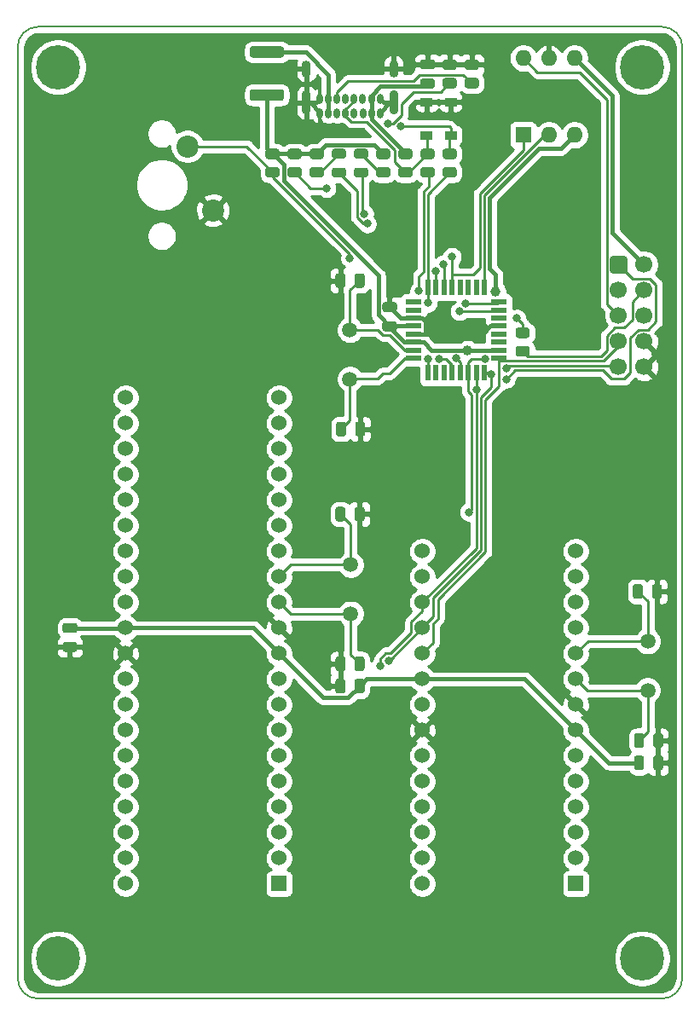
<source format=gbr>
%TF.GenerationSoftware,KiCad,Pcbnew,5.1.10-88a1d61d58~88~ubuntu21.04.1*%
%TF.CreationDate,2021-07-07T15:16:44+02:00*%
%TF.ProjectId,USBaspDualZif,55534261-7370-4447-9561-6c5a69662e6b,V1.0*%
%TF.SameCoordinates,Original*%
%TF.FileFunction,Copper,L1,Top*%
%TF.FilePolarity,Positive*%
%FSLAX46Y46*%
G04 Gerber Fmt 4.6, Leading zero omitted, Abs format (unit mm)*
G04 Created by KiCad (PCBNEW 5.1.10-88a1d61d58~88~ubuntu21.04.1) date 2021-07-07 15:16:44*
%MOMM*%
%LPD*%
G01*
G04 APERTURE LIST*
%TA.AperFunction,Profile*%
%ADD10C,0.200000*%
%TD*%
%TA.AperFunction,ComponentPad*%
%ADD11O,0.650000X1.000000*%
%TD*%
%TA.AperFunction,ComponentPad*%
%ADD12O,0.900000X2.400000*%
%TD*%
%TA.AperFunction,ComponentPad*%
%ADD13O,0.900000X1.700000*%
%TD*%
%TA.AperFunction,ComponentPad*%
%ADD14C,2.200000*%
%TD*%
%TA.AperFunction,ComponentPad*%
%ADD15C,1.500000*%
%TD*%
%TA.AperFunction,ComponentPad*%
%ADD16C,1.524000*%
%TD*%
%TA.AperFunction,ComponentPad*%
%ADD17R,1.524000X1.524000*%
%TD*%
%TA.AperFunction,SMDPad,CuDef*%
%ADD18R,1.600000X0.550000*%
%TD*%
%TA.AperFunction,SMDPad,CuDef*%
%ADD19R,0.550000X1.600000*%
%TD*%
%TA.AperFunction,ComponentPad*%
%ADD20C,1.700000*%
%TD*%
%TA.AperFunction,SMDPad,CuDef*%
%ADD21R,1.200000X0.900000*%
%TD*%
%TA.AperFunction,ComponentPad*%
%ADD22O,1.600000X1.600000*%
%TD*%
%TA.AperFunction,ComponentPad*%
%ADD23R,1.600000X1.600000*%
%TD*%
%TA.AperFunction,ComponentPad*%
%ADD24C,4.400000*%
%TD*%
%TA.AperFunction,ViaPad*%
%ADD25C,0.800000*%
%TD*%
%TA.AperFunction,ViaPad*%
%ADD26C,1.000000*%
%TD*%
%TA.AperFunction,Conductor*%
%ADD27C,0.400000*%
%TD*%
%TA.AperFunction,Conductor*%
%ADD28C,0.250000*%
%TD*%
%TA.AperFunction,Conductor*%
%ADD29C,0.254000*%
%TD*%
%TA.AperFunction,Conductor*%
%ADD30C,0.150000*%
%TD*%
G04 APERTURE END LIST*
D10*
X48821500Y-58418500D02*
G75*
G03*
X46821500Y-60418500I0J-2000000D01*
G01*
X46821500Y-152917500D02*
G75*
G03*
X48821500Y-154917500I2000000J0D01*
G01*
X110823500Y-154916000D02*
G75*
G03*
X112823500Y-152916000I0J2000000D01*
G01*
X112823500Y-60420000D02*
G75*
G03*
X110823500Y-58420000I-2000000J0D01*
G01*
X46821500Y-152917500D02*
X46821500Y-60418500D01*
X110823500Y-154916000D02*
X48821500Y-154917500D01*
X112823500Y-60420000D02*
X112823500Y-152916000D01*
X48821500Y-58418500D02*
X110823500Y-58420000D01*
D11*
X81094500Y-66996500D03*
X82794500Y-66996500D03*
X81944500Y-66996500D03*
X80244500Y-66996500D03*
X79394500Y-66996500D03*
X78544500Y-66996500D03*
X77694500Y-66996500D03*
X76844500Y-66996500D03*
X82794500Y-65544500D03*
X81939500Y-65544500D03*
X81089500Y-65544500D03*
X80239500Y-65544500D03*
X79389500Y-65544500D03*
X78539500Y-65544500D03*
X77689500Y-65544500D03*
X76839500Y-65544500D03*
D12*
X84144500Y-65953000D03*
X75494500Y-65953000D03*
D13*
X84144500Y-62573000D03*
X75494500Y-62573000D03*
D14*
X66205100Y-76644500D03*
X63665100Y-70294500D03*
D15*
X109385100Y-124310800D03*
X109385100Y-119430800D03*
X79883000Y-116703500D03*
X79883000Y-111823500D03*
X79819500Y-93399000D03*
X79819500Y-88519000D03*
D16*
X86995000Y-143505000D03*
X86995000Y-140965000D03*
X86995000Y-138425000D03*
X86995000Y-135885000D03*
X86995000Y-133345000D03*
X86995000Y-130805000D03*
X86995000Y-128265000D03*
X86995000Y-125725000D03*
X86995000Y-123185000D03*
X86995000Y-120645000D03*
X86995000Y-118105000D03*
X86995000Y-115565000D03*
X86995000Y-113025000D03*
X86995000Y-110485000D03*
X102235000Y-110485000D03*
X102235000Y-113025000D03*
X102235000Y-115565000D03*
X102235000Y-118105000D03*
X102235000Y-120645000D03*
X102235000Y-123185000D03*
X102235000Y-125725000D03*
X102235000Y-128265000D03*
X102235000Y-130805000D03*
X102235000Y-133345000D03*
X102235000Y-135885000D03*
X102235000Y-138425000D03*
X102235000Y-140965000D03*
D17*
X102235000Y-143505000D03*
D18*
X86110500Y-85734500D03*
X86110500Y-86534500D03*
X86110500Y-87334500D03*
X86110500Y-88134500D03*
X86110500Y-88934500D03*
X86110500Y-89734500D03*
X86110500Y-90534500D03*
X86110500Y-91334500D03*
D19*
X87560500Y-92784500D03*
X88360500Y-92784500D03*
X89160500Y-92784500D03*
X89960500Y-92784500D03*
X90760500Y-92784500D03*
X91560500Y-92784500D03*
X92360500Y-92784500D03*
X93160500Y-92784500D03*
D18*
X94610500Y-91334500D03*
X94610500Y-90534500D03*
X94610500Y-89734500D03*
X94610500Y-88934500D03*
X94610500Y-88134500D03*
X94610500Y-87334500D03*
X94610500Y-86534500D03*
X94610500Y-85734500D03*
D19*
X93160500Y-84284500D03*
X92360500Y-84284500D03*
X91560500Y-84284500D03*
X90760500Y-84284500D03*
X89960500Y-84284500D03*
X89160500Y-84284500D03*
X88360500Y-84284500D03*
X87560500Y-84284500D03*
D20*
X109029500Y-92202000D03*
X109029500Y-89662000D03*
X109029500Y-87122000D03*
X109029500Y-84582000D03*
X109029500Y-82042000D03*
X106489500Y-92202000D03*
X106489500Y-89662000D03*
X106489500Y-87122000D03*
X106489500Y-84582000D03*
%TA.AperFunction,ComponentPad*%
G36*
G01*
X105639500Y-82642000D02*
X105639500Y-81442000D01*
G75*
G02*
X105889500Y-81192000I250000J0D01*
G01*
X107089500Y-81192000D01*
G75*
G02*
X107339500Y-81442000I0J-250000D01*
G01*
X107339500Y-82642000D01*
G75*
G02*
X107089500Y-82892000I-250000J0D01*
G01*
X105889500Y-82892000D01*
G75*
G02*
X105639500Y-82642000I0J250000D01*
G01*
G37*
%TD.AperFunction*%
D21*
X89819500Y-65895500D03*
X89819500Y-69195500D03*
X87419500Y-65895500D03*
X87419500Y-69195500D03*
D22*
X97028000Y-61531500D03*
X102108000Y-69151500D03*
X99568000Y-61531500D03*
X99568000Y-69151500D03*
X102108000Y-61531500D03*
D23*
X97028000Y-69151500D03*
%TA.AperFunction,SMDPad,CuDef*%
G36*
G01*
X71669498Y-72345500D02*
X72569502Y-72345500D01*
G75*
G02*
X72819500Y-72595498I0J-249998D01*
G01*
X72819500Y-73120502D01*
G75*
G02*
X72569502Y-73370500I-249998J0D01*
G01*
X71669498Y-73370500D01*
G75*
G02*
X71419500Y-73120502I0J249998D01*
G01*
X71419500Y-72595498D01*
G75*
G02*
X71669498Y-72345500I249998J0D01*
G01*
G37*
%TD.AperFunction*%
%TA.AperFunction,SMDPad,CuDef*%
G36*
G01*
X71669498Y-70520500D02*
X72569502Y-70520500D01*
G75*
G02*
X72819500Y-70770498I0J-249998D01*
G01*
X72819500Y-71295502D01*
G75*
G02*
X72569502Y-71545500I-249998J0D01*
G01*
X71669498Y-71545500D01*
G75*
G02*
X71419500Y-71295502I0J249998D01*
G01*
X71419500Y-70770498D01*
G75*
G02*
X71669498Y-70520500I249998J0D01*
G01*
G37*
%TD.AperFunction*%
D24*
X108826000Y-150923500D03*
X50826000Y-150923500D03*
X108826000Y-62423500D03*
X50826000Y-62423500D03*
%TA.AperFunction,SMDPad,CuDef*%
G36*
G01*
X73014502Y-61480500D02*
X70114498Y-61480500D01*
G75*
G02*
X69864500Y-61230502I0J249998D01*
G01*
X69864500Y-60605498D01*
G75*
G02*
X70114498Y-60355500I249998J0D01*
G01*
X73014502Y-60355500D01*
G75*
G02*
X73264500Y-60605498I0J-249998D01*
G01*
X73264500Y-61230502D01*
G75*
G02*
X73014502Y-61480500I-249998J0D01*
G01*
G37*
%TD.AperFunction*%
%TA.AperFunction,SMDPad,CuDef*%
G36*
G01*
X73014502Y-65755500D02*
X70114498Y-65755500D01*
G75*
G02*
X69864500Y-65505502I0J249998D01*
G01*
X69864500Y-64880498D01*
G75*
G02*
X70114498Y-64630500I249998J0D01*
G01*
X73014502Y-64630500D01*
G75*
G02*
X73264500Y-64880498I0J-249998D01*
G01*
X73264500Y-65505502D01*
G75*
G02*
X73014502Y-65755500I-249998J0D01*
G01*
G37*
%TD.AperFunction*%
%TA.AperFunction,SMDPad,CuDef*%
G36*
G01*
X90169502Y-71545500D02*
X89269498Y-71545500D01*
G75*
G02*
X89019500Y-71295502I0J249998D01*
G01*
X89019500Y-70770498D01*
G75*
G02*
X89269498Y-70520500I249998J0D01*
G01*
X90169502Y-70520500D01*
G75*
G02*
X90419500Y-70770498I0J-249998D01*
G01*
X90419500Y-71295502D01*
G75*
G02*
X90169502Y-71545500I-249998J0D01*
G01*
G37*
%TD.AperFunction*%
%TA.AperFunction,SMDPad,CuDef*%
G36*
G01*
X90169502Y-73370500D02*
X89269498Y-73370500D01*
G75*
G02*
X89019500Y-73120502I0J249998D01*
G01*
X89019500Y-72595498D01*
G75*
G02*
X89269498Y-72345500I249998J0D01*
G01*
X90169502Y-72345500D01*
G75*
G02*
X90419500Y-72595498I0J-249998D01*
G01*
X90419500Y-73120502D01*
G75*
G02*
X90169502Y-73370500I-249998J0D01*
G01*
G37*
%TD.AperFunction*%
%TA.AperFunction,SMDPad,CuDef*%
G36*
G01*
X87969502Y-71545500D02*
X87069498Y-71545500D01*
G75*
G02*
X86819500Y-71295502I0J249998D01*
G01*
X86819500Y-70770498D01*
G75*
G02*
X87069498Y-70520500I249998J0D01*
G01*
X87969502Y-70520500D01*
G75*
G02*
X88219500Y-70770498I0J-249998D01*
G01*
X88219500Y-71295502D01*
G75*
G02*
X87969502Y-71545500I-249998J0D01*
G01*
G37*
%TD.AperFunction*%
%TA.AperFunction,SMDPad,CuDef*%
G36*
G01*
X87969502Y-73370500D02*
X87069498Y-73370500D01*
G75*
G02*
X86819500Y-73120502I0J249998D01*
G01*
X86819500Y-72595498D01*
G75*
G02*
X87069498Y-72345500I249998J0D01*
G01*
X87969502Y-72345500D01*
G75*
G02*
X88219500Y-72595498I0J-249998D01*
G01*
X88219500Y-73120502D01*
G75*
G02*
X87969502Y-73370500I-249998J0D01*
G01*
G37*
%TD.AperFunction*%
%TA.AperFunction,SMDPad,CuDef*%
G36*
G01*
X85769502Y-71545500D02*
X84869498Y-71545500D01*
G75*
G02*
X84619500Y-71295502I0J249998D01*
G01*
X84619500Y-70770498D01*
G75*
G02*
X84869498Y-70520500I249998J0D01*
G01*
X85769502Y-70520500D01*
G75*
G02*
X86019500Y-70770498I0J-249998D01*
G01*
X86019500Y-71295502D01*
G75*
G02*
X85769502Y-71545500I-249998J0D01*
G01*
G37*
%TD.AperFunction*%
%TA.AperFunction,SMDPad,CuDef*%
G36*
G01*
X85769502Y-73370500D02*
X84869498Y-73370500D01*
G75*
G02*
X84619500Y-73120502I0J249998D01*
G01*
X84619500Y-72595498D01*
G75*
G02*
X84869498Y-72345500I249998J0D01*
G01*
X85769502Y-72345500D01*
G75*
G02*
X86019500Y-72595498I0J-249998D01*
G01*
X86019500Y-73120502D01*
G75*
G02*
X85769502Y-73370500I-249998J0D01*
G01*
G37*
%TD.AperFunction*%
%TA.AperFunction,SMDPad,CuDef*%
G36*
G01*
X82669498Y-72345500D02*
X83569502Y-72345500D01*
G75*
G02*
X83819500Y-72595498I0J-249998D01*
G01*
X83819500Y-73120502D01*
G75*
G02*
X83569502Y-73370500I-249998J0D01*
G01*
X82669498Y-73370500D01*
G75*
G02*
X82419500Y-73120502I0J249998D01*
G01*
X82419500Y-72595498D01*
G75*
G02*
X82669498Y-72345500I249998J0D01*
G01*
G37*
%TD.AperFunction*%
%TA.AperFunction,SMDPad,CuDef*%
G36*
G01*
X82669498Y-70520500D02*
X83569502Y-70520500D01*
G75*
G02*
X83819500Y-70770498I0J-249998D01*
G01*
X83819500Y-71295502D01*
G75*
G02*
X83569502Y-71545500I-249998J0D01*
G01*
X82669498Y-71545500D01*
G75*
G02*
X82419500Y-71295502I0J249998D01*
G01*
X82419500Y-70770498D01*
G75*
G02*
X82669498Y-70520500I249998J0D01*
G01*
G37*
%TD.AperFunction*%
%TA.AperFunction,SMDPad,CuDef*%
G36*
G01*
X76069498Y-72345500D02*
X76969502Y-72345500D01*
G75*
G02*
X77219500Y-72595498I0J-249998D01*
G01*
X77219500Y-73120502D01*
G75*
G02*
X76969502Y-73370500I-249998J0D01*
G01*
X76069498Y-73370500D01*
G75*
G02*
X75819500Y-73120502I0J249998D01*
G01*
X75819500Y-72595498D01*
G75*
G02*
X76069498Y-72345500I249998J0D01*
G01*
G37*
%TD.AperFunction*%
%TA.AperFunction,SMDPad,CuDef*%
G36*
G01*
X76069498Y-70520500D02*
X76969502Y-70520500D01*
G75*
G02*
X77219500Y-70770498I0J-249998D01*
G01*
X77219500Y-71295502D01*
G75*
G02*
X76969502Y-71545500I-249998J0D01*
G01*
X76069498Y-71545500D01*
G75*
G02*
X75819500Y-71295502I0J249998D01*
G01*
X75819500Y-70770498D01*
G75*
G02*
X76069498Y-70520500I249998J0D01*
G01*
G37*
%TD.AperFunction*%
%TA.AperFunction,SMDPad,CuDef*%
G36*
G01*
X73869498Y-72345500D02*
X74769502Y-72345500D01*
G75*
G02*
X75019500Y-72595498I0J-249998D01*
G01*
X75019500Y-73120502D01*
G75*
G02*
X74769502Y-73370500I-249998J0D01*
G01*
X73869498Y-73370500D01*
G75*
G02*
X73619500Y-73120502I0J249998D01*
G01*
X73619500Y-72595498D01*
G75*
G02*
X73869498Y-72345500I249998J0D01*
G01*
G37*
%TD.AperFunction*%
%TA.AperFunction,SMDPad,CuDef*%
G36*
G01*
X73869498Y-70520500D02*
X74769502Y-70520500D01*
G75*
G02*
X75019500Y-70770498I0J-249998D01*
G01*
X75019500Y-71295502D01*
G75*
G02*
X74769502Y-71545500I-249998J0D01*
G01*
X73869498Y-71545500D01*
G75*
G02*
X73619500Y-71295502I0J249998D01*
G01*
X73619500Y-70770498D01*
G75*
G02*
X73869498Y-70520500I249998J0D01*
G01*
G37*
%TD.AperFunction*%
%TA.AperFunction,SMDPad,CuDef*%
G36*
G01*
X81375750Y-71495500D02*
X80463250Y-71495500D01*
G75*
G02*
X80219500Y-71251750I0J243750D01*
G01*
X80219500Y-70764250D01*
G75*
G02*
X80463250Y-70520500I243750J0D01*
G01*
X81375750Y-70520500D01*
G75*
G02*
X81619500Y-70764250I0J-243750D01*
G01*
X81619500Y-71251750D01*
G75*
G02*
X81375750Y-71495500I-243750J0D01*
G01*
G37*
%TD.AperFunction*%
%TA.AperFunction,SMDPad,CuDef*%
G36*
G01*
X81375750Y-73370500D02*
X80463250Y-73370500D01*
G75*
G02*
X80219500Y-73126750I0J243750D01*
G01*
X80219500Y-72639250D01*
G75*
G02*
X80463250Y-72395500I243750J0D01*
G01*
X81375750Y-72395500D01*
G75*
G02*
X81619500Y-72639250I0J-243750D01*
G01*
X81619500Y-73126750D01*
G75*
G02*
X81375750Y-73370500I-243750J0D01*
G01*
G37*
%TD.AperFunction*%
%TA.AperFunction,SMDPad,CuDef*%
G36*
G01*
X79175750Y-71495500D02*
X78263250Y-71495500D01*
G75*
G02*
X78019500Y-71251750I0J243750D01*
G01*
X78019500Y-70764250D01*
G75*
G02*
X78263250Y-70520500I243750J0D01*
G01*
X79175750Y-70520500D01*
G75*
G02*
X79419500Y-70764250I0J-243750D01*
G01*
X79419500Y-71251750D01*
G75*
G02*
X79175750Y-71495500I-243750J0D01*
G01*
G37*
%TD.AperFunction*%
%TA.AperFunction,SMDPad,CuDef*%
G36*
G01*
X79175750Y-73370500D02*
X78263250Y-73370500D01*
G75*
G02*
X78019500Y-73126750I0J243750D01*
G01*
X78019500Y-72639250D01*
G75*
G02*
X78263250Y-72395500I243750J0D01*
G01*
X79175750Y-72395500D01*
G75*
G02*
X79419500Y-72639250I0J-243750D01*
G01*
X79419500Y-73126750D01*
G75*
G02*
X79175750Y-73370500I-243750J0D01*
G01*
G37*
%TD.AperFunction*%
%TA.AperFunction,SMDPad,CuDef*%
G36*
G01*
X84231500Y-86751000D02*
X83281500Y-86751000D01*
G75*
G02*
X83031500Y-86501000I0J250000D01*
G01*
X83031500Y-86001000D01*
G75*
G02*
X83281500Y-85751000I250000J0D01*
G01*
X84231500Y-85751000D01*
G75*
G02*
X84481500Y-86001000I0J-250000D01*
G01*
X84481500Y-86501000D01*
G75*
G02*
X84231500Y-86751000I-250000J0D01*
G01*
G37*
%TD.AperFunction*%
%TA.AperFunction,SMDPad,CuDef*%
G36*
G01*
X84231500Y-88651000D02*
X83281500Y-88651000D01*
G75*
G02*
X83031500Y-88401000I0J250000D01*
G01*
X83031500Y-87901000D01*
G75*
G02*
X83281500Y-87651000I250000J0D01*
G01*
X84231500Y-87651000D01*
G75*
G02*
X84481500Y-87901000I0J-250000D01*
G01*
X84481500Y-88401000D01*
G75*
G02*
X84231500Y-88651000I-250000J0D01*
G01*
G37*
%TD.AperFunction*%
%TA.AperFunction,SMDPad,CuDef*%
G36*
G01*
X80333000Y-98836500D02*
X80333000Y-97886500D01*
G75*
G02*
X80583000Y-97636500I250000J0D01*
G01*
X81083000Y-97636500D01*
G75*
G02*
X81333000Y-97886500I0J-250000D01*
G01*
X81333000Y-98836500D01*
G75*
G02*
X81083000Y-99086500I-250000J0D01*
G01*
X80583000Y-99086500D01*
G75*
G02*
X80333000Y-98836500I0J250000D01*
G01*
G37*
%TD.AperFunction*%
%TA.AperFunction,SMDPad,CuDef*%
G36*
G01*
X78433000Y-98836500D02*
X78433000Y-97886500D01*
G75*
G02*
X78683000Y-97636500I250000J0D01*
G01*
X79183000Y-97636500D01*
G75*
G02*
X79433000Y-97886500I0J-250000D01*
G01*
X79433000Y-98836500D01*
G75*
G02*
X79183000Y-99086500I-250000J0D01*
G01*
X78683000Y-99086500D01*
G75*
G02*
X78433000Y-98836500I0J250000D01*
G01*
G37*
%TD.AperFunction*%
%TA.AperFunction,SMDPad,CuDef*%
G36*
G01*
X79369500Y-83154500D02*
X79369500Y-84104500D01*
G75*
G02*
X79119500Y-84354500I-250000J0D01*
G01*
X78619500Y-84354500D01*
G75*
G02*
X78369500Y-84104500I0J250000D01*
G01*
X78369500Y-83154500D01*
G75*
G02*
X78619500Y-82904500I250000J0D01*
G01*
X79119500Y-82904500D01*
G75*
G02*
X79369500Y-83154500I0J-250000D01*
G01*
G37*
%TD.AperFunction*%
%TA.AperFunction,SMDPad,CuDef*%
G36*
G01*
X81269500Y-83154500D02*
X81269500Y-84104500D01*
G75*
G02*
X81019500Y-84354500I-250000J0D01*
G01*
X80519500Y-84354500D01*
G75*
G02*
X80269500Y-84104500I0J250000D01*
G01*
X80269500Y-83154500D01*
G75*
G02*
X80519500Y-82904500I250000J0D01*
G01*
X81019500Y-82904500D01*
G75*
G02*
X81269500Y-83154500I0J-250000D01*
G01*
G37*
%TD.AperFunction*%
%TA.AperFunction,SMDPad,CuDef*%
G36*
G01*
X87994500Y-62645500D02*
X87044500Y-62645500D01*
G75*
G02*
X86794500Y-62395500I0J250000D01*
G01*
X86794500Y-61895500D01*
G75*
G02*
X87044500Y-61645500I250000J0D01*
G01*
X87994500Y-61645500D01*
G75*
G02*
X88244500Y-61895500I0J-250000D01*
G01*
X88244500Y-62395500D01*
G75*
G02*
X87994500Y-62645500I-250000J0D01*
G01*
G37*
%TD.AperFunction*%
%TA.AperFunction,SMDPad,CuDef*%
G36*
G01*
X87994500Y-64545500D02*
X87044500Y-64545500D01*
G75*
G02*
X86794500Y-64295500I0J250000D01*
G01*
X86794500Y-63795500D01*
G75*
G02*
X87044500Y-63545500I250000J0D01*
G01*
X87994500Y-63545500D01*
G75*
G02*
X88244500Y-63795500I0J-250000D01*
G01*
X88244500Y-64295500D01*
G75*
G02*
X87994500Y-64545500I-250000J0D01*
G01*
G37*
%TD.AperFunction*%
D16*
X57531000Y-143510000D03*
X57531000Y-140970000D03*
X57531000Y-138430000D03*
X57531000Y-135890000D03*
X57531000Y-133350000D03*
X57531000Y-130810000D03*
X57531000Y-128270000D03*
X57531000Y-125730000D03*
X57531000Y-123190000D03*
X57531000Y-120650000D03*
X57531000Y-118110000D03*
X57531000Y-115570000D03*
X57531000Y-113030000D03*
X57531000Y-110490000D03*
X57531000Y-107950000D03*
X57531000Y-105410000D03*
X57531000Y-102870000D03*
X57531000Y-100330000D03*
X57531000Y-97790000D03*
X57531000Y-95250000D03*
X72771000Y-95250000D03*
X72771000Y-97790000D03*
X72771000Y-100330000D03*
X72771000Y-102870000D03*
X72771000Y-105410000D03*
X72771000Y-107950000D03*
X72771000Y-110490000D03*
X72771000Y-113030000D03*
X72771000Y-115570000D03*
X72771000Y-118110000D03*
X72771000Y-120650000D03*
X72771000Y-123190000D03*
X72771000Y-125730000D03*
X72771000Y-128270000D03*
X72771000Y-130810000D03*
X72771000Y-133350000D03*
X72771000Y-135890000D03*
X72771000Y-138430000D03*
X72771000Y-140970000D03*
D17*
X72771000Y-143510000D03*
%TA.AperFunction,SMDPad,CuDef*%
G36*
G01*
X97414502Y-89325500D02*
X96514498Y-89325500D01*
G75*
G02*
X96264500Y-89075502I0J249998D01*
G01*
X96264500Y-88550498D01*
G75*
G02*
X96514498Y-88300500I249998J0D01*
G01*
X97414502Y-88300500D01*
G75*
G02*
X97664500Y-88550498I0J-249998D01*
G01*
X97664500Y-89075502D01*
G75*
G02*
X97414502Y-89325500I-249998J0D01*
G01*
G37*
%TD.AperFunction*%
%TA.AperFunction,SMDPad,CuDef*%
G36*
G01*
X97414502Y-91150500D02*
X96514498Y-91150500D01*
G75*
G02*
X96264500Y-90900502I0J249998D01*
G01*
X96264500Y-90375498D01*
G75*
G02*
X96514498Y-90125500I249998J0D01*
G01*
X97414502Y-90125500D01*
G75*
G02*
X97664500Y-90375498I0J-249998D01*
G01*
X97664500Y-90900502D01*
G75*
G02*
X97414502Y-91150500I-249998J0D01*
G01*
G37*
%TD.AperFunction*%
%TA.AperFunction,SMDPad,CuDef*%
G36*
G01*
X91469498Y-63495500D02*
X92369502Y-63495500D01*
G75*
G02*
X92619500Y-63745498I0J-249998D01*
G01*
X92619500Y-64270502D01*
G75*
G02*
X92369502Y-64520500I-249998J0D01*
G01*
X91469498Y-64520500D01*
G75*
G02*
X91219500Y-64270502I0J249998D01*
G01*
X91219500Y-63745498D01*
G75*
G02*
X91469498Y-63495500I249998J0D01*
G01*
G37*
%TD.AperFunction*%
%TA.AperFunction,SMDPad,CuDef*%
G36*
G01*
X91469498Y-61670500D02*
X92369502Y-61670500D01*
G75*
G02*
X92619500Y-61920498I0J-249998D01*
G01*
X92619500Y-62445502D01*
G75*
G02*
X92369502Y-62695500I-249998J0D01*
G01*
X91469498Y-62695500D01*
G75*
G02*
X91219500Y-62445502I0J249998D01*
G01*
X91219500Y-61920498D01*
G75*
G02*
X91469498Y-61670500I249998J0D01*
G01*
G37*
%TD.AperFunction*%
%TA.AperFunction,SMDPad,CuDef*%
G36*
G01*
X89269498Y-63495500D02*
X90169502Y-63495500D01*
G75*
G02*
X90419500Y-63745498I0J-249998D01*
G01*
X90419500Y-64270502D01*
G75*
G02*
X90169502Y-64520500I-249998J0D01*
G01*
X89269498Y-64520500D01*
G75*
G02*
X89019500Y-64270502I0J249998D01*
G01*
X89019500Y-63745498D01*
G75*
G02*
X89269498Y-63495500I249998J0D01*
G01*
G37*
%TD.AperFunction*%
%TA.AperFunction,SMDPad,CuDef*%
G36*
G01*
X89269498Y-61670500D02*
X90169502Y-61670500D01*
G75*
G02*
X90419500Y-61920498I0J-249998D01*
G01*
X90419500Y-62445502D01*
G75*
G02*
X90169502Y-62695500I-249998J0D01*
G01*
X89269498Y-62695500D01*
G75*
G02*
X89019500Y-62445502I0J249998D01*
G01*
X89019500Y-61920498D01*
G75*
G02*
X89269498Y-61670500I249998J0D01*
G01*
G37*
%TD.AperFunction*%
%TA.AperFunction,SMDPad,CuDef*%
G36*
G01*
X109924000Y-131983500D02*
X109924000Y-131033500D01*
G75*
G02*
X110174000Y-130783500I250000J0D01*
G01*
X110674000Y-130783500D01*
G75*
G02*
X110924000Y-131033500I0J-250000D01*
G01*
X110924000Y-131983500D01*
G75*
G02*
X110674000Y-132233500I-250000J0D01*
G01*
X110174000Y-132233500D01*
G75*
G02*
X109924000Y-131983500I0J250000D01*
G01*
G37*
%TD.AperFunction*%
%TA.AperFunction,SMDPad,CuDef*%
G36*
G01*
X108024000Y-131983500D02*
X108024000Y-131033500D01*
G75*
G02*
X108274000Y-130783500I250000J0D01*
G01*
X108774000Y-130783500D01*
G75*
G02*
X109024000Y-131033500I0J-250000D01*
G01*
X109024000Y-131983500D01*
G75*
G02*
X108774000Y-132233500I-250000J0D01*
G01*
X108274000Y-132233500D01*
G75*
G02*
X108024000Y-131983500I0J250000D01*
G01*
G37*
%TD.AperFunction*%
%TA.AperFunction,SMDPad,CuDef*%
G36*
G01*
X109797000Y-114965500D02*
X109797000Y-114015500D01*
G75*
G02*
X110047000Y-113765500I250000J0D01*
G01*
X110547000Y-113765500D01*
G75*
G02*
X110797000Y-114015500I0J-250000D01*
G01*
X110797000Y-114965500D01*
G75*
G02*
X110547000Y-115215500I-250000J0D01*
G01*
X110047000Y-115215500D01*
G75*
G02*
X109797000Y-114965500I0J250000D01*
G01*
G37*
%TD.AperFunction*%
%TA.AperFunction,SMDPad,CuDef*%
G36*
G01*
X107897000Y-114965500D02*
X107897000Y-114015500D01*
G75*
G02*
X108147000Y-113765500I250000J0D01*
G01*
X108647000Y-113765500D01*
G75*
G02*
X108897000Y-114015500I0J-250000D01*
G01*
X108897000Y-114965500D01*
G75*
G02*
X108647000Y-115215500I-250000J0D01*
G01*
X108147000Y-115215500D01*
G75*
G02*
X107897000Y-114965500I0J250000D01*
G01*
G37*
%TD.AperFunction*%
%TA.AperFunction,SMDPad,CuDef*%
G36*
G01*
X109924000Y-129761000D02*
X109924000Y-128811000D01*
G75*
G02*
X110174000Y-128561000I250000J0D01*
G01*
X110674000Y-128561000D01*
G75*
G02*
X110924000Y-128811000I0J-250000D01*
G01*
X110924000Y-129761000D01*
G75*
G02*
X110674000Y-130011000I-250000J0D01*
G01*
X110174000Y-130011000D01*
G75*
G02*
X109924000Y-129761000I0J250000D01*
G01*
G37*
%TD.AperFunction*%
%TA.AperFunction,SMDPad,CuDef*%
G36*
G01*
X108024000Y-129761000D02*
X108024000Y-128811000D01*
G75*
G02*
X108274000Y-128561000I250000J0D01*
G01*
X108774000Y-128561000D01*
G75*
G02*
X109024000Y-128811000I0J-250000D01*
G01*
X109024000Y-129761000D01*
G75*
G02*
X108774000Y-130011000I-250000J0D01*
G01*
X108274000Y-130011000D01*
G75*
G02*
X108024000Y-129761000I0J250000D01*
G01*
G37*
%TD.AperFunction*%
%TA.AperFunction,SMDPad,CuDef*%
G36*
G01*
X52481500Y-118612500D02*
X51531500Y-118612500D01*
G75*
G02*
X51281500Y-118362500I0J250000D01*
G01*
X51281500Y-117862500D01*
G75*
G02*
X51531500Y-117612500I250000J0D01*
G01*
X52481500Y-117612500D01*
G75*
G02*
X52731500Y-117862500I0J-250000D01*
G01*
X52731500Y-118362500D01*
G75*
G02*
X52481500Y-118612500I-250000J0D01*
G01*
G37*
%TD.AperFunction*%
%TA.AperFunction,SMDPad,CuDef*%
G36*
G01*
X52481500Y-120512500D02*
X51531500Y-120512500D01*
G75*
G02*
X51281500Y-120262500I0J250000D01*
G01*
X51281500Y-119762500D01*
G75*
G02*
X51531500Y-119512500I250000J0D01*
G01*
X52481500Y-119512500D01*
G75*
G02*
X52731500Y-119762500I0J-250000D01*
G01*
X52731500Y-120262500D01*
G75*
G02*
X52481500Y-120512500I-250000J0D01*
G01*
G37*
%TD.AperFunction*%
%TA.AperFunction,SMDPad,CuDef*%
G36*
G01*
X79369500Y-123411000D02*
X79369500Y-124361000D01*
G75*
G02*
X79119500Y-124611000I-250000J0D01*
G01*
X78619500Y-124611000D01*
G75*
G02*
X78369500Y-124361000I0J250000D01*
G01*
X78369500Y-123411000D01*
G75*
G02*
X78619500Y-123161000I250000J0D01*
G01*
X79119500Y-123161000D01*
G75*
G02*
X79369500Y-123411000I0J-250000D01*
G01*
G37*
%TD.AperFunction*%
%TA.AperFunction,SMDPad,CuDef*%
G36*
G01*
X81269500Y-123411000D02*
X81269500Y-124361000D01*
G75*
G02*
X81019500Y-124611000I-250000J0D01*
G01*
X80519500Y-124611000D01*
G75*
G02*
X80269500Y-124361000I0J250000D01*
G01*
X80269500Y-123411000D01*
G75*
G02*
X80519500Y-123161000I250000J0D01*
G01*
X81019500Y-123161000D01*
G75*
G02*
X81269500Y-123411000I0J-250000D01*
G01*
G37*
%TD.AperFunction*%
%TA.AperFunction,SMDPad,CuDef*%
G36*
G01*
X79369500Y-121191000D02*
X79369500Y-122141000D01*
G75*
G02*
X79119500Y-122391000I-250000J0D01*
G01*
X78619500Y-122391000D01*
G75*
G02*
X78369500Y-122141000I0J250000D01*
G01*
X78369500Y-121191000D01*
G75*
G02*
X78619500Y-120941000I250000J0D01*
G01*
X79119500Y-120941000D01*
G75*
G02*
X79369500Y-121191000I0J-250000D01*
G01*
G37*
%TD.AperFunction*%
%TA.AperFunction,SMDPad,CuDef*%
G36*
G01*
X81269500Y-121191000D02*
X81269500Y-122141000D01*
G75*
G02*
X81019500Y-122391000I-250000J0D01*
G01*
X80519500Y-122391000D01*
G75*
G02*
X80269500Y-122141000I0J250000D01*
G01*
X80269500Y-121191000D01*
G75*
G02*
X80519500Y-120941000I250000J0D01*
G01*
X81019500Y-120941000D01*
G75*
G02*
X81269500Y-121191000I0J-250000D01*
G01*
G37*
%TD.AperFunction*%
%TA.AperFunction,SMDPad,CuDef*%
G36*
G01*
X80269500Y-107282000D02*
X80269500Y-106332000D01*
G75*
G02*
X80519500Y-106082000I250000J0D01*
G01*
X81019500Y-106082000D01*
G75*
G02*
X81269500Y-106332000I0J-250000D01*
G01*
X81269500Y-107282000D01*
G75*
G02*
X81019500Y-107532000I-250000J0D01*
G01*
X80519500Y-107532000D01*
G75*
G02*
X80269500Y-107282000I0J250000D01*
G01*
G37*
%TD.AperFunction*%
%TA.AperFunction,SMDPad,CuDef*%
G36*
G01*
X78369500Y-107282000D02*
X78369500Y-106332000D01*
G75*
G02*
X78619500Y-106082000I250000J0D01*
G01*
X79119500Y-106082000D01*
G75*
G02*
X79369500Y-106332000I0J-250000D01*
G01*
X79369500Y-107282000D01*
G75*
G02*
X79119500Y-107532000I-250000J0D01*
G01*
X78619500Y-107532000D01*
G75*
G02*
X78369500Y-107282000I0J250000D01*
G01*
G37*
%TD.AperFunction*%
D25*
X81216500Y-86423500D03*
D26*
X84797900Y-83451700D03*
D25*
X84569300Y-76288900D03*
X83185000Y-116395500D03*
X101600000Y-88836500D03*
X90326000Y-88934500D03*
D26*
X94297500Y-84709000D03*
X91503500Y-90551000D03*
D25*
X90678000Y-86677500D03*
X81534000Y-77978000D03*
X91318186Y-85909277D03*
X81246080Y-76982744D03*
X84899500Y-68326000D03*
X93853000Y-92964000D03*
X83715781Y-121370000D03*
X95335500Y-92336205D03*
X82842100Y-121856500D03*
X92365006Y-94425786D03*
X95335500Y-93408500D03*
X91624686Y-106610686D03*
X93210488Y-91384468D03*
X87566500Y-85852000D03*
X90380480Y-91348645D03*
X86677500Y-84645500D03*
X88709496Y-91376500D03*
X89110114Y-81985910D03*
X83566000Y-68008500D03*
X88345173Y-82647167D03*
X96393000Y-87376000D03*
X79806592Y-81407208D03*
X87553800Y-91414600D03*
X77508100Y-74460100D03*
X89960500Y-81260900D03*
D27*
X84840000Y-87334500D02*
X86110500Y-87334500D01*
X83756500Y-86251000D02*
X84840000Y-87334500D01*
X76494500Y-65953000D02*
X76839500Y-65608000D01*
X75494500Y-65953000D02*
X76494500Y-65953000D01*
X83139500Y-65953000D02*
X82794500Y-65608000D01*
X84144500Y-65953000D02*
X83139500Y-65953000D01*
X75864500Y-65953000D02*
X76844500Y-66933000D01*
X75494500Y-65953000D02*
X75864500Y-65953000D01*
X83774500Y-65953000D02*
X82794500Y-66933000D01*
X84144500Y-65953000D02*
X83774500Y-65953000D01*
X93750498Y-88134500D02*
X94610500Y-88134500D01*
X92950498Y-88934500D02*
X93750498Y-88134500D01*
X86110500Y-88934500D02*
X90326000Y-88934500D01*
X86970502Y-87334500D02*
X86110500Y-87334500D01*
X87312500Y-87676498D02*
X86970502Y-87334500D01*
X87312500Y-88782500D02*
X87312500Y-87676498D01*
X87160500Y-88934500D02*
X87312500Y-88782500D01*
X86110500Y-88934500D02*
X87160500Y-88934500D01*
X90326000Y-88934500D02*
X92950498Y-88934500D01*
D28*
X79819500Y-84579500D02*
X80769500Y-83629500D01*
X79819500Y-88519000D02*
X79819500Y-84579500D01*
X86110500Y-90534500D02*
X85283524Y-90534500D01*
X85283524Y-90534500D02*
X83776024Y-89027000D01*
X82586310Y-88519000D02*
X79819500Y-88519000D01*
X83094310Y-89027000D02*
X82586310Y-88519000D01*
X83776024Y-89027000D02*
X83094310Y-89027000D01*
D27*
X83773000Y-88134500D02*
X83756500Y-88151000D01*
X86110500Y-88134500D02*
X83773000Y-88134500D01*
X57528500Y-118112500D02*
X57531000Y-118110000D01*
X52006500Y-118112500D02*
X57528500Y-118112500D01*
X70231000Y-118110000D02*
X72771000Y-120650000D01*
X57531000Y-118110000D02*
X70231000Y-118110000D01*
X97155000Y-123185000D02*
X102235000Y-128265000D01*
X86995000Y-123185000D02*
X97155000Y-123185000D01*
X74319500Y-71033000D02*
X76519500Y-71033000D01*
X82631490Y-87025990D02*
X82631490Y-83100734D01*
X83756500Y-88151000D02*
X82631490Y-87025990D01*
X82631490Y-83100734D02*
X73219490Y-73688734D01*
X71564500Y-70478000D02*
X72119500Y-71033000D01*
X71564500Y-65193000D02*
X71564500Y-70478000D01*
X72119500Y-71033000D02*
X74319500Y-71033000D01*
X73219500Y-73688724D02*
X73219490Y-73688734D01*
X73219500Y-72133000D02*
X73219500Y-73688724D01*
X72119500Y-71033000D02*
X73219500Y-72133000D01*
X83756500Y-88151000D02*
X83756500Y-88214200D01*
X82206990Y-70120490D02*
X83119500Y-71033000D01*
X77432010Y-70120490D02*
X82206990Y-70120490D01*
X76519500Y-71033000D02*
X77432010Y-70120490D01*
X93685510Y-75396876D02*
X98597386Y-70485000D01*
X93685510Y-82423000D02*
X93685510Y-75396876D01*
X94297500Y-83034990D02*
X93685510Y-82423000D01*
X100774500Y-70485000D02*
X102108000Y-69151500D01*
X98597386Y-70485000D02*
X100774500Y-70485000D01*
X94297500Y-84709000D02*
X94297500Y-83034990D01*
X91520000Y-90534500D02*
X91503500Y-90551000D01*
X94610500Y-90534500D02*
X91520000Y-90534500D01*
X87105502Y-89734500D02*
X86110500Y-89734500D01*
X87919646Y-90548644D02*
X87105502Y-89734500D01*
X91501144Y-90548644D02*
X87919646Y-90548644D01*
X91503500Y-90551000D02*
X91501144Y-90548644D01*
X79644490Y-125011010D02*
X80769500Y-123886000D01*
X77132010Y-125011010D02*
X79644490Y-125011010D01*
X72771000Y-120650000D02*
X77132010Y-125011010D01*
X81470500Y-123185000D02*
X80769500Y-123886000D01*
X86995000Y-123185000D02*
X81470500Y-123185000D01*
X85226000Y-89734500D02*
X86110500Y-89734500D01*
X83756500Y-88265000D02*
X85226000Y-89734500D01*
X83756500Y-88151000D02*
X83756500Y-88265000D01*
X105478500Y-131508500D02*
X102235000Y-128265000D01*
X108524000Y-131508500D02*
X105478500Y-131508500D01*
D28*
X90678000Y-86677500D02*
X94467500Y-86677500D01*
X94467500Y-86677500D02*
X94610500Y-86534500D01*
X81168334Y-77978000D02*
X80518000Y-77327666D01*
X81534000Y-77978000D02*
X81168334Y-77978000D01*
X80518000Y-74681500D02*
X78719500Y-72883000D01*
X80518000Y-77327666D02*
X80518000Y-74681500D01*
X78524500Y-71033000D02*
X78549500Y-71008000D01*
X76869500Y-72858000D02*
X78719500Y-71008000D01*
X76519500Y-72858000D02*
X76869500Y-72858000D01*
X83604500Y-72883000D02*
X83629500Y-72858000D01*
X82769500Y-72858000D02*
X83119500Y-72858000D01*
X80919500Y-71008000D02*
X82769500Y-72858000D01*
X94435723Y-85909277D02*
X94610500Y-85734500D01*
X91318186Y-85909277D02*
X94435723Y-85909277D01*
X81089500Y-72883000D02*
X81089500Y-76826164D01*
X81089500Y-76826164D02*
X81246080Y-76982744D01*
X79394500Y-66752248D02*
X79394500Y-66933000D01*
X80239500Y-65608000D02*
X80239500Y-65907248D01*
X85694500Y-72858000D02*
X87519500Y-71033000D01*
X85319500Y-72858000D02*
X85694500Y-72858000D01*
X84294490Y-71832990D02*
X85319500Y-72858000D01*
X84294490Y-70682300D02*
X84294490Y-71832990D01*
X87519500Y-69195500D02*
X87519500Y-71033000D01*
X80239500Y-65788752D02*
X80239500Y-65608000D01*
X79394500Y-66633752D02*
X80239500Y-65788752D01*
X79394500Y-66933000D02*
X79394500Y-66633752D01*
X79394500Y-67240752D02*
X79394500Y-66933000D01*
X79975258Y-67821510D02*
X79394500Y-67240752D01*
X81433700Y-67821510D02*
X79975258Y-67821510D01*
X84294490Y-70682300D02*
X81433700Y-67821510D01*
X89719500Y-69195500D02*
X89719500Y-71033000D01*
X89650000Y-68326000D02*
X84899500Y-68326000D01*
X89819500Y-68495500D02*
X89650000Y-68326000D01*
X89819500Y-69195500D02*
X89819500Y-68495500D01*
X93160500Y-92784500D02*
X93673500Y-92784500D01*
X93673500Y-92784500D02*
X93853000Y-92964000D01*
X83730000Y-121370000D02*
X83715781Y-121370000D01*
X86995000Y-118105000D02*
X83730000Y-121370000D01*
X88099900Y-115096510D02*
X92810510Y-110385900D01*
X93853000Y-92964000D02*
X93853000Y-94194810D01*
X93853000Y-94194810D02*
X92810510Y-95237300D01*
X86995000Y-118105000D02*
X88099900Y-117000100D01*
X92810510Y-110385900D02*
X92810510Y-95237300D01*
X88099900Y-117000100D02*
X88099900Y-115096510D01*
X95610490Y-92061215D02*
X106348715Y-92061215D01*
X106348715Y-92061215D02*
X106489500Y-92202000D01*
X95335500Y-92336205D02*
X95610490Y-92061215D01*
D27*
X105854500Y-78867000D02*
X109029500Y-82042000D01*
X105854500Y-65278000D02*
X105854500Y-78867000D01*
X102108000Y-61531500D02*
X105854500Y-65278000D01*
D28*
X94610500Y-91589690D02*
X94610500Y-91334500D01*
X88549910Y-115282910D02*
X93260520Y-110572300D01*
X94610500Y-94073720D02*
X94610500Y-91334500D01*
X88082001Y-117654409D02*
X88549910Y-117186500D01*
X93260520Y-95423700D02*
X94610500Y-94073720D01*
X93260520Y-110572300D02*
X93260520Y-95423700D01*
X88549910Y-117186500D02*
X88549910Y-115282910D01*
X88082001Y-119557999D02*
X88082001Y-117654409D01*
X86995000Y-120645000D02*
X88082001Y-119557999D01*
X104984795Y-91611205D02*
X106489500Y-90106500D01*
X106489500Y-90106500D02*
X106489500Y-89662000D01*
X94887205Y-91611205D02*
X104984795Y-91611205D01*
X94610500Y-91334500D02*
X94887205Y-91611205D01*
X85907999Y-118555591D02*
X85907999Y-117507901D01*
X83826290Y-120637300D02*
X85907999Y-118555591D01*
X85907999Y-117507901D02*
X86995000Y-116420900D01*
X83375479Y-120637300D02*
X83826290Y-120637300D01*
X86995000Y-116420900D02*
X86995000Y-115565000D01*
X82842100Y-121170679D02*
X83375479Y-120637300D01*
X82842100Y-121856500D02*
X82842100Y-121170679D01*
X95440500Y-93408500D02*
X95335500Y-93408500D01*
X92360500Y-92784500D02*
X92360500Y-94421280D01*
X92360500Y-94421280D02*
X92365006Y-94425786D01*
X86995000Y-115565000D02*
X92360500Y-110199500D01*
X92360500Y-94430292D02*
X92365006Y-94425786D01*
X92360500Y-110199500D02*
X92360500Y-94430292D01*
X107664501Y-92766001D02*
X107053501Y-93377001D01*
X107053501Y-93377001D02*
X105759501Y-93377001D01*
X107664501Y-89287997D02*
X107664501Y-92766001D01*
X109403503Y-88486999D02*
X108465499Y-88486999D01*
X108465499Y-88486999D02*
X107664501Y-89287997D01*
X110204501Y-87686001D02*
X109403503Y-88486999D01*
X110204501Y-84017999D02*
X110204501Y-87686001D01*
X109593501Y-83406999D02*
X110204501Y-84017999D01*
X107854499Y-83406999D02*
X109593501Y-83406999D01*
X106489500Y-82042000D02*
X107854499Y-83406999D01*
X105759501Y-93377001D02*
X104893725Y-92511225D01*
X96232775Y-92511225D02*
X95335500Y-93408500D01*
X104893725Y-92511225D02*
X96232775Y-92511225D01*
X91560500Y-94646600D02*
X91560500Y-92784500D01*
X91910490Y-94996590D02*
X91560500Y-94646600D01*
X98425000Y-62928500D02*
X97028000Y-61531500D01*
X102616000Y-62928500D02*
X98425000Y-62928500D01*
X105314490Y-65626990D02*
X102616000Y-62928500D01*
X105314490Y-85946990D02*
X105314490Y-65626990D01*
X106489500Y-87122000D02*
X105314490Y-85946990D01*
X91910490Y-106324882D02*
X91624686Y-106610686D01*
X91910490Y-106019010D02*
X91910490Y-106324882D01*
X91910490Y-106019010D02*
X91910490Y-94996590D01*
X91910532Y-91384468D02*
X93210488Y-91384468D01*
X91560500Y-92784500D02*
X91560500Y-91734500D01*
X91560500Y-91734500D02*
X91910532Y-91384468D01*
X87539998Y-84263998D02*
X87560500Y-84284500D01*
X87560500Y-75017000D02*
X87560500Y-84284500D01*
X89719500Y-72858000D02*
X87560500Y-75017000D01*
X87560500Y-85846000D02*
X87566500Y-85852000D01*
X87560500Y-84284500D02*
X87560500Y-85846000D01*
X90760500Y-92784500D02*
X90760500Y-91728665D01*
X90760500Y-91728665D02*
X90380480Y-91348645D01*
X87519500Y-72858000D02*
X87543000Y-72858000D01*
X87693500Y-73008500D02*
X87693500Y-74247590D01*
X87693500Y-74247590D02*
X87110490Y-74830600D01*
X87543000Y-72858000D02*
X87693500Y-73008500D01*
X87110490Y-74830600D02*
X87110490Y-82740500D01*
X86677500Y-83173490D02*
X86677500Y-84645500D01*
X87110490Y-82740500D02*
X86677500Y-83173490D01*
X89960500Y-91998319D02*
X89338681Y-91376500D01*
X89960500Y-92784500D02*
X89960500Y-91998319D01*
X89338681Y-91376500D02*
X88709496Y-91376500D01*
X85283524Y-91329500D02*
X83776024Y-92837000D01*
X82586310Y-93345000D02*
X79819500Y-93345000D01*
X86110500Y-91329500D02*
X85283524Y-91329500D01*
X83094310Y-92837000D02*
X82586310Y-93345000D01*
X83776024Y-92837000D02*
X83094310Y-92837000D01*
X79819500Y-97475000D02*
X78933000Y-98361500D01*
X79819500Y-93399000D02*
X79819500Y-97475000D01*
X73977500Y-111823500D02*
X72771000Y-113030000D01*
X79883000Y-111823500D02*
X73977500Y-111823500D01*
X79883000Y-107820500D02*
X78869500Y-106807000D01*
X79883000Y-111823500D02*
X79883000Y-107820500D01*
X79883000Y-120779500D02*
X80769500Y-121666000D01*
X79883000Y-116703500D02*
X79883000Y-120779500D01*
X73904500Y-116703500D02*
X72771000Y-115570000D01*
X79883000Y-116703500D02*
X73904500Y-116703500D01*
X103360800Y-124310800D02*
X102235000Y-123185000D01*
X109385100Y-124310800D02*
X103360800Y-124310800D01*
X109385100Y-128424900D02*
X108524000Y-129286000D01*
X109385100Y-124310800D02*
X109385100Y-128424900D01*
X103449200Y-119430800D02*
X102235000Y-120645000D01*
X109385100Y-119430800D02*
X103449200Y-119430800D01*
X109385100Y-115478600D02*
X108397000Y-114490500D01*
X109385100Y-119430800D02*
X109385100Y-115478600D01*
X89160500Y-84284500D02*
X89160500Y-82036296D01*
X89160500Y-82036296D02*
X89110114Y-81985910D01*
X104736305Y-91161195D02*
X97487695Y-91161195D01*
X105314499Y-90583001D02*
X104736305Y-91161195D01*
X105314499Y-89097999D02*
X105314499Y-90583001D01*
X107053501Y-88297001D02*
X106115497Y-88297001D01*
X97487695Y-91161195D02*
X96964500Y-90638000D01*
X107854499Y-87496003D02*
X107053501Y-88297001D01*
X107854499Y-85757001D02*
X107854499Y-87496003D01*
X106115497Y-88297001D02*
X105314499Y-89097999D01*
X109029500Y-84582000D02*
X107854499Y-85757001D01*
X84131685Y-68008500D02*
X83566000Y-68008500D01*
X88856990Y-64870510D02*
X86132490Y-64870510D01*
X89719500Y-64008000D02*
X88856990Y-64870510D01*
X84919510Y-67220675D02*
X84131685Y-68008500D01*
X84919510Y-66083490D02*
X84919510Y-67220675D01*
X86132490Y-64870510D02*
X84919510Y-66083490D01*
X78539500Y-64907000D02*
X78539500Y-65608000D01*
X79646010Y-63800490D02*
X78539500Y-64907000D01*
X86123010Y-63800490D02*
X79646010Y-63800490D01*
X86753010Y-63170490D02*
X86123010Y-63800490D01*
X91081990Y-63170490D02*
X86753010Y-63170490D01*
X91919500Y-64008000D02*
X91081990Y-63170490D01*
X88360500Y-82662494D02*
X88345173Y-82647167D01*
X88360500Y-84284500D02*
X88360500Y-82662494D01*
X96964500Y-87947500D02*
X96393000Y-87376000D01*
X96964500Y-88813000D02*
X96964500Y-87947500D01*
D27*
X77689500Y-63165905D02*
X77689500Y-65608000D01*
X75441595Y-60918000D02*
X77689500Y-63165905D01*
X71564500Y-60918000D02*
X75441595Y-60918000D01*
X85319500Y-71033000D02*
X85319500Y-71017500D01*
X81939500Y-66928000D02*
X81944500Y-66933000D01*
X81939500Y-65608000D02*
X81939500Y-66928000D01*
X77689500Y-66928000D02*
X77694500Y-66933000D01*
X77689500Y-65608000D02*
X77689500Y-66928000D01*
X81939500Y-65199182D02*
X81939500Y-65608000D01*
X82813182Y-64325500D02*
X81939500Y-65199182D01*
X87239500Y-64325500D02*
X82813182Y-64325500D01*
X87519500Y-64045500D02*
X87239500Y-64325500D01*
X81944500Y-67571002D02*
X85319500Y-70946002D01*
X85319500Y-70946002D02*
X85319500Y-71033000D01*
X81944500Y-66933000D02*
X81944500Y-67571002D01*
D28*
X72119500Y-72858000D02*
X72119500Y-73331220D01*
X79806592Y-81018312D02*
X79806592Y-81407208D01*
X72119500Y-73331220D02*
X79806592Y-81018312D01*
X87553800Y-92777800D02*
X87560500Y-92784500D01*
X87553800Y-91414600D02*
X87553800Y-92777800D01*
X69556000Y-70294500D02*
X72119500Y-72858000D01*
X63665100Y-70294500D02*
X69556000Y-70294500D01*
X75921600Y-74460100D02*
X77508100Y-74460100D01*
X74319500Y-72858000D02*
X75921600Y-74460100D01*
X89960500Y-83039000D02*
X89960500Y-81260900D01*
X89960500Y-84284500D02*
X89960500Y-83039000D01*
X97028000Y-70675500D02*
X97028000Y-69151500D01*
X92710490Y-74993010D02*
X97028000Y-70675500D01*
X92710490Y-82359010D02*
X92710490Y-74993010D01*
X92030500Y-83039000D02*
X92710490Y-82359010D01*
X89960500Y-83039000D02*
X92030500Y-83039000D01*
X99188410Y-69151500D02*
X99568000Y-69151500D01*
X93160500Y-75179410D02*
X99188410Y-69151500D01*
X93160500Y-84284500D02*
X93160500Y-75179410D01*
D29*
X110787535Y-59154998D02*
X111068521Y-59182549D01*
X111304212Y-59253708D01*
X111521589Y-59369291D01*
X111712379Y-59524895D01*
X111869311Y-59714593D01*
X111986406Y-59931157D01*
X112059209Y-60166344D01*
X112088500Y-60445028D01*
X112088501Y-152880043D01*
X112060951Y-153161021D01*
X111989791Y-153396712D01*
X111874211Y-153614088D01*
X111718604Y-153804879D01*
X111528908Y-153961811D01*
X111312343Y-154078906D01*
X111077156Y-154151709D01*
X110798458Y-154181001D01*
X48857439Y-154182499D01*
X48576479Y-154154951D01*
X48340788Y-154083791D01*
X48123412Y-153968211D01*
X47932621Y-153812604D01*
X47775689Y-153622908D01*
X47658594Y-153406343D01*
X47585791Y-153171156D01*
X47556500Y-152892472D01*
X47556500Y-150644277D01*
X47991000Y-150644277D01*
X47991000Y-151202723D01*
X48099948Y-151750439D01*
X48313656Y-152266376D01*
X48623912Y-152730707D01*
X49018793Y-153125588D01*
X49483124Y-153435844D01*
X49999061Y-153649552D01*
X50546777Y-153758500D01*
X51105223Y-153758500D01*
X51652939Y-153649552D01*
X52168876Y-153435844D01*
X52633207Y-153125588D01*
X53028088Y-152730707D01*
X53338344Y-152266376D01*
X53552052Y-151750439D01*
X53661000Y-151202723D01*
X53661000Y-150644277D01*
X105991000Y-150644277D01*
X105991000Y-151202723D01*
X106099948Y-151750439D01*
X106313656Y-152266376D01*
X106623912Y-152730707D01*
X107018793Y-153125588D01*
X107483124Y-153435844D01*
X107999061Y-153649552D01*
X108546777Y-153758500D01*
X109105223Y-153758500D01*
X109652939Y-153649552D01*
X110168876Y-153435844D01*
X110633207Y-153125588D01*
X111028088Y-152730707D01*
X111338344Y-152266376D01*
X111552052Y-151750439D01*
X111661000Y-151202723D01*
X111661000Y-150644277D01*
X111552052Y-150096561D01*
X111338344Y-149580624D01*
X111028088Y-149116293D01*
X110633207Y-148721412D01*
X110168876Y-148411156D01*
X109652939Y-148197448D01*
X109105223Y-148088500D01*
X108546777Y-148088500D01*
X107999061Y-148197448D01*
X107483124Y-148411156D01*
X107018793Y-148721412D01*
X106623912Y-149116293D01*
X106313656Y-149580624D01*
X106099948Y-150096561D01*
X105991000Y-150644277D01*
X53661000Y-150644277D01*
X53552052Y-150096561D01*
X53338344Y-149580624D01*
X53028088Y-149116293D01*
X52633207Y-148721412D01*
X52168876Y-148411156D01*
X51652939Y-148197448D01*
X51105223Y-148088500D01*
X50546777Y-148088500D01*
X49999061Y-148197448D01*
X49483124Y-148411156D01*
X49018793Y-148721412D01*
X48623912Y-149116293D01*
X48313656Y-149580624D01*
X48099948Y-150096561D01*
X47991000Y-150644277D01*
X47556500Y-150644277D01*
X47556500Y-123052408D01*
X56134000Y-123052408D01*
X56134000Y-123327592D01*
X56187686Y-123597490D01*
X56292995Y-123851727D01*
X56445880Y-124080535D01*
X56640465Y-124275120D01*
X56869273Y-124428005D01*
X56946515Y-124460000D01*
X56869273Y-124491995D01*
X56640465Y-124644880D01*
X56445880Y-124839465D01*
X56292995Y-125068273D01*
X56187686Y-125322510D01*
X56134000Y-125592408D01*
X56134000Y-125867592D01*
X56187686Y-126137490D01*
X56292995Y-126391727D01*
X56445880Y-126620535D01*
X56640465Y-126815120D01*
X56869273Y-126968005D01*
X56946515Y-127000000D01*
X56869273Y-127031995D01*
X56640465Y-127184880D01*
X56445880Y-127379465D01*
X56292995Y-127608273D01*
X56187686Y-127862510D01*
X56134000Y-128132408D01*
X56134000Y-128407592D01*
X56187686Y-128677490D01*
X56292995Y-128931727D01*
X56445880Y-129160535D01*
X56640465Y-129355120D01*
X56869273Y-129508005D01*
X56946515Y-129540000D01*
X56869273Y-129571995D01*
X56640465Y-129724880D01*
X56445880Y-129919465D01*
X56292995Y-130148273D01*
X56187686Y-130402510D01*
X56134000Y-130672408D01*
X56134000Y-130947592D01*
X56187686Y-131217490D01*
X56292995Y-131471727D01*
X56445880Y-131700535D01*
X56640465Y-131895120D01*
X56869273Y-132048005D01*
X56946515Y-132080000D01*
X56869273Y-132111995D01*
X56640465Y-132264880D01*
X56445880Y-132459465D01*
X56292995Y-132688273D01*
X56187686Y-132942510D01*
X56134000Y-133212408D01*
X56134000Y-133487592D01*
X56187686Y-133757490D01*
X56292995Y-134011727D01*
X56445880Y-134240535D01*
X56640465Y-134435120D01*
X56869273Y-134588005D01*
X56946515Y-134620000D01*
X56869273Y-134651995D01*
X56640465Y-134804880D01*
X56445880Y-134999465D01*
X56292995Y-135228273D01*
X56187686Y-135482510D01*
X56134000Y-135752408D01*
X56134000Y-136027592D01*
X56187686Y-136297490D01*
X56292995Y-136551727D01*
X56445880Y-136780535D01*
X56640465Y-136975120D01*
X56869273Y-137128005D01*
X56946515Y-137160000D01*
X56869273Y-137191995D01*
X56640465Y-137344880D01*
X56445880Y-137539465D01*
X56292995Y-137768273D01*
X56187686Y-138022510D01*
X56134000Y-138292408D01*
X56134000Y-138567592D01*
X56187686Y-138837490D01*
X56292995Y-139091727D01*
X56445880Y-139320535D01*
X56640465Y-139515120D01*
X56869273Y-139668005D01*
X56946515Y-139700000D01*
X56869273Y-139731995D01*
X56640465Y-139884880D01*
X56445880Y-140079465D01*
X56292995Y-140308273D01*
X56187686Y-140562510D01*
X56134000Y-140832408D01*
X56134000Y-141107592D01*
X56187686Y-141377490D01*
X56292995Y-141631727D01*
X56445880Y-141860535D01*
X56640465Y-142055120D01*
X56869273Y-142208005D01*
X56946515Y-142240000D01*
X56869273Y-142271995D01*
X56640465Y-142424880D01*
X56445880Y-142619465D01*
X56292995Y-142848273D01*
X56187686Y-143102510D01*
X56134000Y-143372408D01*
X56134000Y-143647592D01*
X56187686Y-143917490D01*
X56292995Y-144171727D01*
X56445880Y-144400535D01*
X56640465Y-144595120D01*
X56869273Y-144748005D01*
X57123510Y-144853314D01*
X57393408Y-144907000D01*
X57668592Y-144907000D01*
X57938490Y-144853314D01*
X58192727Y-144748005D01*
X58421535Y-144595120D01*
X58616120Y-144400535D01*
X58769005Y-144171727D01*
X58874314Y-143917490D01*
X58928000Y-143647592D01*
X58928000Y-143372408D01*
X58874314Y-143102510D01*
X58769005Y-142848273D01*
X58616120Y-142619465D01*
X58421535Y-142424880D01*
X58192727Y-142271995D01*
X58115485Y-142240000D01*
X58192727Y-142208005D01*
X58421535Y-142055120D01*
X58616120Y-141860535D01*
X58769005Y-141631727D01*
X58874314Y-141377490D01*
X58928000Y-141107592D01*
X58928000Y-140832408D01*
X58874314Y-140562510D01*
X58769005Y-140308273D01*
X58616120Y-140079465D01*
X58421535Y-139884880D01*
X58192727Y-139731995D01*
X58115485Y-139700000D01*
X58192727Y-139668005D01*
X58421535Y-139515120D01*
X58616120Y-139320535D01*
X58769005Y-139091727D01*
X58874314Y-138837490D01*
X58928000Y-138567592D01*
X58928000Y-138292408D01*
X58874314Y-138022510D01*
X58769005Y-137768273D01*
X58616120Y-137539465D01*
X58421535Y-137344880D01*
X58192727Y-137191995D01*
X58115485Y-137160000D01*
X58192727Y-137128005D01*
X58421535Y-136975120D01*
X58616120Y-136780535D01*
X58769005Y-136551727D01*
X58874314Y-136297490D01*
X58928000Y-136027592D01*
X58928000Y-135752408D01*
X58874314Y-135482510D01*
X58769005Y-135228273D01*
X58616120Y-134999465D01*
X58421535Y-134804880D01*
X58192727Y-134651995D01*
X58115485Y-134620000D01*
X58192727Y-134588005D01*
X58421535Y-134435120D01*
X58616120Y-134240535D01*
X58769005Y-134011727D01*
X58874314Y-133757490D01*
X58928000Y-133487592D01*
X58928000Y-133212408D01*
X58874314Y-132942510D01*
X58769005Y-132688273D01*
X58616120Y-132459465D01*
X58421535Y-132264880D01*
X58192727Y-132111995D01*
X58115485Y-132080000D01*
X58192727Y-132048005D01*
X58421535Y-131895120D01*
X58616120Y-131700535D01*
X58769005Y-131471727D01*
X58874314Y-131217490D01*
X58928000Y-130947592D01*
X58928000Y-130672408D01*
X58874314Y-130402510D01*
X58769005Y-130148273D01*
X58616120Y-129919465D01*
X58421535Y-129724880D01*
X58192727Y-129571995D01*
X58115485Y-129540000D01*
X58192727Y-129508005D01*
X58421535Y-129355120D01*
X58616120Y-129160535D01*
X58769005Y-128931727D01*
X58874314Y-128677490D01*
X58928000Y-128407592D01*
X58928000Y-128132408D01*
X58874314Y-127862510D01*
X58769005Y-127608273D01*
X58616120Y-127379465D01*
X58421535Y-127184880D01*
X58192727Y-127031995D01*
X58115485Y-127000000D01*
X58192727Y-126968005D01*
X58421535Y-126815120D01*
X58616120Y-126620535D01*
X58769005Y-126391727D01*
X58874314Y-126137490D01*
X58928000Y-125867592D01*
X58928000Y-125592408D01*
X58874314Y-125322510D01*
X58769005Y-125068273D01*
X58616120Y-124839465D01*
X58421535Y-124644880D01*
X58192727Y-124491995D01*
X58115485Y-124460000D01*
X58192727Y-124428005D01*
X58421535Y-124275120D01*
X58616120Y-124080535D01*
X58769005Y-123851727D01*
X58874314Y-123597490D01*
X58928000Y-123327592D01*
X58928000Y-123052408D01*
X58874314Y-122782510D01*
X58769005Y-122528273D01*
X58616120Y-122299465D01*
X58421535Y-122104880D01*
X58192727Y-121951995D01*
X58121057Y-121922308D01*
X58134023Y-121917636D01*
X58249980Y-121855656D01*
X58316960Y-121615565D01*
X57531000Y-120829605D01*
X56745040Y-121615565D01*
X56812020Y-121855656D01*
X56947760Y-121919485D01*
X56869273Y-121951995D01*
X56640465Y-122104880D01*
X56445880Y-122299465D01*
X56292995Y-122528273D01*
X56187686Y-122782510D01*
X56134000Y-123052408D01*
X47556500Y-123052408D01*
X47556500Y-120512500D01*
X50643428Y-120512500D01*
X50655688Y-120636982D01*
X50691998Y-120756680D01*
X50750963Y-120866994D01*
X50830315Y-120963685D01*
X50927006Y-121043037D01*
X51037320Y-121102002D01*
X51157018Y-121138312D01*
X51281500Y-121150572D01*
X51720750Y-121147500D01*
X51879500Y-120988750D01*
X51879500Y-120139500D01*
X52133500Y-120139500D01*
X52133500Y-120988750D01*
X52292250Y-121147500D01*
X52731500Y-121150572D01*
X52855982Y-121138312D01*
X52975680Y-121102002D01*
X53085994Y-121043037D01*
X53182685Y-120963685D01*
X53262037Y-120866994D01*
X53321002Y-120756680D01*
X53331516Y-120722017D01*
X56129090Y-120722017D01*
X56170078Y-120994133D01*
X56263364Y-121253023D01*
X56325344Y-121368980D01*
X56565435Y-121435960D01*
X57351395Y-120650000D01*
X57710605Y-120650000D01*
X58496565Y-121435960D01*
X58736656Y-121368980D01*
X58853756Y-121119952D01*
X58920023Y-120852865D01*
X58932910Y-120577983D01*
X58891922Y-120305867D01*
X58798636Y-120046977D01*
X58736656Y-119931020D01*
X58496565Y-119864040D01*
X57710605Y-120650000D01*
X57351395Y-120650000D01*
X56565435Y-119864040D01*
X56325344Y-119931020D01*
X56208244Y-120180048D01*
X56141977Y-120447135D01*
X56129090Y-120722017D01*
X53331516Y-120722017D01*
X53357312Y-120636982D01*
X53369572Y-120512500D01*
X53366500Y-120298250D01*
X53207750Y-120139500D01*
X52133500Y-120139500D01*
X51879500Y-120139500D01*
X50805250Y-120139500D01*
X50646500Y-120298250D01*
X50643428Y-120512500D01*
X47556500Y-120512500D01*
X47556500Y-117862500D01*
X50643428Y-117862500D01*
X50643428Y-118362500D01*
X50660492Y-118535754D01*
X50711028Y-118702350D01*
X50793095Y-118855886D01*
X50903538Y-118990462D01*
X50910094Y-118995842D01*
X50830315Y-119061315D01*
X50750963Y-119158006D01*
X50691998Y-119268320D01*
X50655688Y-119388018D01*
X50643428Y-119512500D01*
X50646500Y-119726750D01*
X50805250Y-119885500D01*
X51879500Y-119885500D01*
X51879500Y-119865500D01*
X52133500Y-119865500D01*
X52133500Y-119885500D01*
X53207750Y-119885500D01*
X53366500Y-119726750D01*
X53369572Y-119512500D01*
X53357312Y-119388018D01*
X53321002Y-119268320D01*
X53262037Y-119158006D01*
X53182685Y-119061315D01*
X53102906Y-118995842D01*
X53109462Y-118990462D01*
X53144720Y-118947500D01*
X56410443Y-118947500D01*
X56445880Y-119000535D01*
X56640465Y-119195120D01*
X56869273Y-119348005D01*
X56940943Y-119377692D01*
X56927977Y-119382364D01*
X56812020Y-119444344D01*
X56745040Y-119684435D01*
X57531000Y-120470395D01*
X58316960Y-119684435D01*
X58249980Y-119444344D01*
X58114240Y-119380515D01*
X58192727Y-119348005D01*
X58421535Y-119195120D01*
X58616120Y-119000535D01*
X58653227Y-118945000D01*
X69885133Y-118945000D01*
X71387031Y-120446898D01*
X71374000Y-120512408D01*
X71374000Y-120787592D01*
X71427686Y-121057490D01*
X71532995Y-121311727D01*
X71685880Y-121540535D01*
X71880465Y-121735120D01*
X72109273Y-121888005D01*
X72186515Y-121920000D01*
X72109273Y-121951995D01*
X71880465Y-122104880D01*
X71685880Y-122299465D01*
X71532995Y-122528273D01*
X71427686Y-122782510D01*
X71374000Y-123052408D01*
X71374000Y-123327592D01*
X71427686Y-123597490D01*
X71532995Y-123851727D01*
X71685880Y-124080535D01*
X71880465Y-124275120D01*
X72109273Y-124428005D01*
X72186515Y-124460000D01*
X72109273Y-124491995D01*
X71880465Y-124644880D01*
X71685880Y-124839465D01*
X71532995Y-125068273D01*
X71427686Y-125322510D01*
X71374000Y-125592408D01*
X71374000Y-125867592D01*
X71427686Y-126137490D01*
X71532995Y-126391727D01*
X71685880Y-126620535D01*
X71880465Y-126815120D01*
X72109273Y-126968005D01*
X72186515Y-127000000D01*
X72109273Y-127031995D01*
X71880465Y-127184880D01*
X71685880Y-127379465D01*
X71532995Y-127608273D01*
X71427686Y-127862510D01*
X71374000Y-128132408D01*
X71374000Y-128407592D01*
X71427686Y-128677490D01*
X71532995Y-128931727D01*
X71685880Y-129160535D01*
X71880465Y-129355120D01*
X72109273Y-129508005D01*
X72186515Y-129540000D01*
X72109273Y-129571995D01*
X71880465Y-129724880D01*
X71685880Y-129919465D01*
X71532995Y-130148273D01*
X71427686Y-130402510D01*
X71374000Y-130672408D01*
X71374000Y-130947592D01*
X71427686Y-131217490D01*
X71532995Y-131471727D01*
X71685880Y-131700535D01*
X71880465Y-131895120D01*
X72109273Y-132048005D01*
X72186515Y-132080000D01*
X72109273Y-132111995D01*
X71880465Y-132264880D01*
X71685880Y-132459465D01*
X71532995Y-132688273D01*
X71427686Y-132942510D01*
X71374000Y-133212408D01*
X71374000Y-133487592D01*
X71427686Y-133757490D01*
X71532995Y-134011727D01*
X71685880Y-134240535D01*
X71880465Y-134435120D01*
X72109273Y-134588005D01*
X72186515Y-134620000D01*
X72109273Y-134651995D01*
X71880465Y-134804880D01*
X71685880Y-134999465D01*
X71532995Y-135228273D01*
X71427686Y-135482510D01*
X71374000Y-135752408D01*
X71374000Y-136027592D01*
X71427686Y-136297490D01*
X71532995Y-136551727D01*
X71685880Y-136780535D01*
X71880465Y-136975120D01*
X72109273Y-137128005D01*
X72186515Y-137160000D01*
X72109273Y-137191995D01*
X71880465Y-137344880D01*
X71685880Y-137539465D01*
X71532995Y-137768273D01*
X71427686Y-138022510D01*
X71374000Y-138292408D01*
X71374000Y-138567592D01*
X71427686Y-138837490D01*
X71532995Y-139091727D01*
X71685880Y-139320535D01*
X71880465Y-139515120D01*
X72109273Y-139668005D01*
X72186515Y-139700000D01*
X72109273Y-139731995D01*
X71880465Y-139884880D01*
X71685880Y-140079465D01*
X71532995Y-140308273D01*
X71427686Y-140562510D01*
X71374000Y-140832408D01*
X71374000Y-141107592D01*
X71427686Y-141377490D01*
X71532995Y-141631727D01*
X71685880Y-141860535D01*
X71880465Y-142055120D01*
X71968465Y-142113920D01*
X71884518Y-142122188D01*
X71764820Y-142158498D01*
X71654506Y-142217463D01*
X71557815Y-142296815D01*
X71478463Y-142393506D01*
X71419498Y-142503820D01*
X71383188Y-142623518D01*
X71370928Y-142748000D01*
X71370928Y-144272000D01*
X71383188Y-144396482D01*
X71419498Y-144516180D01*
X71478463Y-144626494D01*
X71557815Y-144723185D01*
X71654506Y-144802537D01*
X71764820Y-144861502D01*
X71884518Y-144897812D01*
X72009000Y-144910072D01*
X73533000Y-144910072D01*
X73657482Y-144897812D01*
X73777180Y-144861502D01*
X73887494Y-144802537D01*
X73984185Y-144723185D01*
X74063537Y-144626494D01*
X74122502Y-144516180D01*
X74158812Y-144396482D01*
X74171072Y-144272000D01*
X74171072Y-142748000D01*
X74158812Y-142623518D01*
X74122502Y-142503820D01*
X74063537Y-142393506D01*
X73984185Y-142296815D01*
X73887494Y-142217463D01*
X73777180Y-142158498D01*
X73657482Y-142122188D01*
X73573535Y-142113920D01*
X73661535Y-142055120D01*
X73856120Y-141860535D01*
X74009005Y-141631727D01*
X74114314Y-141377490D01*
X74168000Y-141107592D01*
X74168000Y-140832408D01*
X74114314Y-140562510D01*
X74009005Y-140308273D01*
X73856120Y-140079465D01*
X73661535Y-139884880D01*
X73432727Y-139731995D01*
X73355485Y-139700000D01*
X73432727Y-139668005D01*
X73661535Y-139515120D01*
X73856120Y-139320535D01*
X74009005Y-139091727D01*
X74114314Y-138837490D01*
X74168000Y-138567592D01*
X74168000Y-138292408D01*
X74114314Y-138022510D01*
X74009005Y-137768273D01*
X73856120Y-137539465D01*
X73661535Y-137344880D01*
X73432727Y-137191995D01*
X73355485Y-137160000D01*
X73432727Y-137128005D01*
X73661535Y-136975120D01*
X73856120Y-136780535D01*
X74009005Y-136551727D01*
X74114314Y-136297490D01*
X74168000Y-136027592D01*
X74168000Y-135752408D01*
X74114314Y-135482510D01*
X74009005Y-135228273D01*
X73856120Y-134999465D01*
X73661535Y-134804880D01*
X73432727Y-134651995D01*
X73355485Y-134620000D01*
X73432727Y-134588005D01*
X73661535Y-134435120D01*
X73856120Y-134240535D01*
X74009005Y-134011727D01*
X74114314Y-133757490D01*
X74168000Y-133487592D01*
X74168000Y-133212408D01*
X74114314Y-132942510D01*
X74009005Y-132688273D01*
X73856120Y-132459465D01*
X73661535Y-132264880D01*
X73432727Y-132111995D01*
X73355485Y-132080000D01*
X73432727Y-132048005D01*
X73661535Y-131895120D01*
X73856120Y-131700535D01*
X74009005Y-131471727D01*
X74114314Y-131217490D01*
X74168000Y-130947592D01*
X74168000Y-130672408D01*
X74167006Y-130667408D01*
X85598000Y-130667408D01*
X85598000Y-130942592D01*
X85651686Y-131212490D01*
X85756995Y-131466727D01*
X85909880Y-131695535D01*
X86104465Y-131890120D01*
X86333273Y-132043005D01*
X86410515Y-132075000D01*
X86333273Y-132106995D01*
X86104465Y-132259880D01*
X85909880Y-132454465D01*
X85756995Y-132683273D01*
X85651686Y-132937510D01*
X85598000Y-133207408D01*
X85598000Y-133482592D01*
X85651686Y-133752490D01*
X85756995Y-134006727D01*
X85909880Y-134235535D01*
X86104465Y-134430120D01*
X86333273Y-134583005D01*
X86410515Y-134615000D01*
X86333273Y-134646995D01*
X86104465Y-134799880D01*
X85909880Y-134994465D01*
X85756995Y-135223273D01*
X85651686Y-135477510D01*
X85598000Y-135747408D01*
X85598000Y-136022592D01*
X85651686Y-136292490D01*
X85756995Y-136546727D01*
X85909880Y-136775535D01*
X86104465Y-136970120D01*
X86333273Y-137123005D01*
X86410515Y-137155000D01*
X86333273Y-137186995D01*
X86104465Y-137339880D01*
X85909880Y-137534465D01*
X85756995Y-137763273D01*
X85651686Y-138017510D01*
X85598000Y-138287408D01*
X85598000Y-138562592D01*
X85651686Y-138832490D01*
X85756995Y-139086727D01*
X85909880Y-139315535D01*
X86104465Y-139510120D01*
X86333273Y-139663005D01*
X86410515Y-139695000D01*
X86333273Y-139726995D01*
X86104465Y-139879880D01*
X85909880Y-140074465D01*
X85756995Y-140303273D01*
X85651686Y-140557510D01*
X85598000Y-140827408D01*
X85598000Y-141102592D01*
X85651686Y-141372490D01*
X85756995Y-141626727D01*
X85909880Y-141855535D01*
X86104465Y-142050120D01*
X86333273Y-142203005D01*
X86410515Y-142235000D01*
X86333273Y-142266995D01*
X86104465Y-142419880D01*
X85909880Y-142614465D01*
X85756995Y-142843273D01*
X85651686Y-143097510D01*
X85598000Y-143367408D01*
X85598000Y-143642592D01*
X85651686Y-143912490D01*
X85756995Y-144166727D01*
X85909880Y-144395535D01*
X86104465Y-144590120D01*
X86333273Y-144743005D01*
X86587510Y-144848314D01*
X86857408Y-144902000D01*
X87132592Y-144902000D01*
X87402490Y-144848314D01*
X87656727Y-144743005D01*
X87885535Y-144590120D01*
X88080120Y-144395535D01*
X88233005Y-144166727D01*
X88338314Y-143912490D01*
X88392000Y-143642592D01*
X88392000Y-143367408D01*
X88338314Y-143097510D01*
X88233005Y-142843273D01*
X88080120Y-142614465D01*
X87885535Y-142419880D01*
X87656727Y-142266995D01*
X87579485Y-142235000D01*
X87656727Y-142203005D01*
X87885535Y-142050120D01*
X88080120Y-141855535D01*
X88233005Y-141626727D01*
X88338314Y-141372490D01*
X88392000Y-141102592D01*
X88392000Y-140827408D01*
X88338314Y-140557510D01*
X88233005Y-140303273D01*
X88080120Y-140074465D01*
X87885535Y-139879880D01*
X87656727Y-139726995D01*
X87579485Y-139695000D01*
X87656727Y-139663005D01*
X87885535Y-139510120D01*
X88080120Y-139315535D01*
X88233005Y-139086727D01*
X88338314Y-138832490D01*
X88392000Y-138562592D01*
X88392000Y-138287408D01*
X88338314Y-138017510D01*
X88233005Y-137763273D01*
X88080120Y-137534465D01*
X87885535Y-137339880D01*
X87656727Y-137186995D01*
X87579485Y-137155000D01*
X87656727Y-137123005D01*
X87885535Y-136970120D01*
X88080120Y-136775535D01*
X88233005Y-136546727D01*
X88338314Y-136292490D01*
X88392000Y-136022592D01*
X88392000Y-135747408D01*
X88338314Y-135477510D01*
X88233005Y-135223273D01*
X88080120Y-134994465D01*
X87885535Y-134799880D01*
X87656727Y-134646995D01*
X87579485Y-134615000D01*
X87656727Y-134583005D01*
X87885535Y-134430120D01*
X88080120Y-134235535D01*
X88233005Y-134006727D01*
X88338314Y-133752490D01*
X88392000Y-133482592D01*
X88392000Y-133207408D01*
X88338314Y-132937510D01*
X88233005Y-132683273D01*
X88080120Y-132454465D01*
X87885535Y-132259880D01*
X87656727Y-132106995D01*
X87579485Y-132075000D01*
X87656727Y-132043005D01*
X87885535Y-131890120D01*
X88080120Y-131695535D01*
X88233005Y-131466727D01*
X88338314Y-131212490D01*
X88392000Y-130942592D01*
X88392000Y-130667408D01*
X88338314Y-130397510D01*
X88233005Y-130143273D01*
X88080120Y-129914465D01*
X87885535Y-129719880D01*
X87656727Y-129566995D01*
X87585057Y-129537308D01*
X87598023Y-129532636D01*
X87713980Y-129470656D01*
X87780960Y-129230565D01*
X86995000Y-128444605D01*
X86209040Y-129230565D01*
X86276020Y-129470656D01*
X86411760Y-129534485D01*
X86333273Y-129566995D01*
X86104465Y-129719880D01*
X85909880Y-129914465D01*
X85756995Y-130143273D01*
X85651686Y-130397510D01*
X85598000Y-130667408D01*
X74167006Y-130667408D01*
X74114314Y-130402510D01*
X74009005Y-130148273D01*
X73856120Y-129919465D01*
X73661535Y-129724880D01*
X73432727Y-129571995D01*
X73355485Y-129540000D01*
X73432727Y-129508005D01*
X73661535Y-129355120D01*
X73856120Y-129160535D01*
X74009005Y-128931727D01*
X74114314Y-128677490D01*
X74168000Y-128407592D01*
X74168000Y-128337017D01*
X85593090Y-128337017D01*
X85634078Y-128609133D01*
X85727364Y-128868023D01*
X85789344Y-128983980D01*
X86029435Y-129050960D01*
X86815395Y-128265000D01*
X87174605Y-128265000D01*
X87960565Y-129050960D01*
X88200656Y-128983980D01*
X88317756Y-128734952D01*
X88384023Y-128467865D01*
X88396910Y-128192983D01*
X88355922Y-127920867D01*
X88262636Y-127661977D01*
X88200656Y-127546020D01*
X87960565Y-127479040D01*
X87174605Y-128265000D01*
X86815395Y-128265000D01*
X86029435Y-127479040D01*
X85789344Y-127546020D01*
X85672244Y-127795048D01*
X85605977Y-128062135D01*
X85593090Y-128337017D01*
X74168000Y-128337017D01*
X74168000Y-128132408D01*
X74114314Y-127862510D01*
X74009005Y-127608273D01*
X73856120Y-127379465D01*
X73661535Y-127184880D01*
X73432727Y-127031995D01*
X73355485Y-127000000D01*
X73432727Y-126968005D01*
X73661535Y-126815120D01*
X73856120Y-126620535D01*
X74009005Y-126391727D01*
X74114314Y-126137490D01*
X74168000Y-125867592D01*
X74168000Y-125592408D01*
X74114314Y-125322510D01*
X74009005Y-125068273D01*
X73856120Y-124839465D01*
X73661535Y-124644880D01*
X73432727Y-124491995D01*
X73355485Y-124460000D01*
X73432727Y-124428005D01*
X73661535Y-124275120D01*
X73856120Y-124080535D01*
X74009005Y-123851727D01*
X74114314Y-123597490D01*
X74168000Y-123327592D01*
X74168000Y-123227867D01*
X76512569Y-125572437D01*
X76538719Y-125604301D01*
X76665864Y-125708646D01*
X76810923Y-125786182D01*
X76968321Y-125833928D01*
X77090991Y-125846010D01*
X77091001Y-125846010D01*
X77132009Y-125850049D01*
X77173017Y-125846010D01*
X79603472Y-125846010D01*
X79644490Y-125850050D01*
X79685508Y-125846010D01*
X79685509Y-125846010D01*
X79808179Y-125833928D01*
X79965577Y-125786182D01*
X80110636Y-125708646D01*
X80237781Y-125604301D01*
X80263936Y-125572431D01*
X80587295Y-125249072D01*
X81019500Y-125249072D01*
X81192754Y-125232008D01*
X81359350Y-125181472D01*
X81512886Y-125099405D01*
X81647462Y-124988962D01*
X81757905Y-124854386D01*
X81839972Y-124700850D01*
X81890508Y-124534254D01*
X81907572Y-124361000D01*
X81907572Y-124020000D01*
X85872773Y-124020000D01*
X85909880Y-124075535D01*
X86104465Y-124270120D01*
X86333273Y-124423005D01*
X86410515Y-124455000D01*
X86333273Y-124486995D01*
X86104465Y-124639880D01*
X85909880Y-124834465D01*
X85756995Y-125063273D01*
X85651686Y-125317510D01*
X85598000Y-125587408D01*
X85598000Y-125862592D01*
X85651686Y-126132490D01*
X85756995Y-126386727D01*
X85909880Y-126615535D01*
X86104465Y-126810120D01*
X86333273Y-126963005D01*
X86404943Y-126992692D01*
X86391977Y-126997364D01*
X86276020Y-127059344D01*
X86209040Y-127299435D01*
X86995000Y-128085395D01*
X87780960Y-127299435D01*
X87713980Y-127059344D01*
X87578240Y-126995515D01*
X87656727Y-126963005D01*
X87885535Y-126810120D01*
X88080120Y-126615535D01*
X88233005Y-126386727D01*
X88338314Y-126132490D01*
X88392000Y-125862592D01*
X88392000Y-125587408D01*
X88338314Y-125317510D01*
X88233005Y-125063273D01*
X88080120Y-124834465D01*
X87885535Y-124639880D01*
X87656727Y-124486995D01*
X87579485Y-124455000D01*
X87656727Y-124423005D01*
X87885535Y-124270120D01*
X88080120Y-124075535D01*
X88117227Y-124020000D01*
X96809133Y-124020000D01*
X100851031Y-128061899D01*
X100838000Y-128127408D01*
X100838000Y-128402592D01*
X100891686Y-128672490D01*
X100996995Y-128926727D01*
X101149880Y-129155535D01*
X101344465Y-129350120D01*
X101573273Y-129503005D01*
X101650515Y-129535000D01*
X101573273Y-129566995D01*
X101344465Y-129719880D01*
X101149880Y-129914465D01*
X100996995Y-130143273D01*
X100891686Y-130397510D01*
X100838000Y-130667408D01*
X100838000Y-130942592D01*
X100891686Y-131212490D01*
X100996995Y-131466727D01*
X101149880Y-131695535D01*
X101344465Y-131890120D01*
X101573273Y-132043005D01*
X101650515Y-132075000D01*
X101573273Y-132106995D01*
X101344465Y-132259880D01*
X101149880Y-132454465D01*
X100996995Y-132683273D01*
X100891686Y-132937510D01*
X100838000Y-133207408D01*
X100838000Y-133482592D01*
X100891686Y-133752490D01*
X100996995Y-134006727D01*
X101149880Y-134235535D01*
X101344465Y-134430120D01*
X101573273Y-134583005D01*
X101650515Y-134615000D01*
X101573273Y-134646995D01*
X101344465Y-134799880D01*
X101149880Y-134994465D01*
X100996995Y-135223273D01*
X100891686Y-135477510D01*
X100838000Y-135747408D01*
X100838000Y-136022592D01*
X100891686Y-136292490D01*
X100996995Y-136546727D01*
X101149880Y-136775535D01*
X101344465Y-136970120D01*
X101573273Y-137123005D01*
X101650515Y-137155000D01*
X101573273Y-137186995D01*
X101344465Y-137339880D01*
X101149880Y-137534465D01*
X100996995Y-137763273D01*
X100891686Y-138017510D01*
X100838000Y-138287408D01*
X100838000Y-138562592D01*
X100891686Y-138832490D01*
X100996995Y-139086727D01*
X101149880Y-139315535D01*
X101344465Y-139510120D01*
X101573273Y-139663005D01*
X101650515Y-139695000D01*
X101573273Y-139726995D01*
X101344465Y-139879880D01*
X101149880Y-140074465D01*
X100996995Y-140303273D01*
X100891686Y-140557510D01*
X100838000Y-140827408D01*
X100838000Y-141102592D01*
X100891686Y-141372490D01*
X100996995Y-141626727D01*
X101149880Y-141855535D01*
X101344465Y-142050120D01*
X101432465Y-142108920D01*
X101348518Y-142117188D01*
X101228820Y-142153498D01*
X101118506Y-142212463D01*
X101021815Y-142291815D01*
X100942463Y-142388506D01*
X100883498Y-142498820D01*
X100847188Y-142618518D01*
X100834928Y-142743000D01*
X100834928Y-144267000D01*
X100847188Y-144391482D01*
X100883498Y-144511180D01*
X100942463Y-144621494D01*
X101021815Y-144718185D01*
X101118506Y-144797537D01*
X101228820Y-144856502D01*
X101348518Y-144892812D01*
X101473000Y-144905072D01*
X102997000Y-144905072D01*
X103121482Y-144892812D01*
X103241180Y-144856502D01*
X103351494Y-144797537D01*
X103448185Y-144718185D01*
X103527537Y-144621494D01*
X103586502Y-144511180D01*
X103622812Y-144391482D01*
X103635072Y-144267000D01*
X103635072Y-142743000D01*
X103622812Y-142618518D01*
X103586502Y-142498820D01*
X103527537Y-142388506D01*
X103448185Y-142291815D01*
X103351494Y-142212463D01*
X103241180Y-142153498D01*
X103121482Y-142117188D01*
X103037535Y-142108920D01*
X103125535Y-142050120D01*
X103320120Y-141855535D01*
X103473005Y-141626727D01*
X103578314Y-141372490D01*
X103632000Y-141102592D01*
X103632000Y-140827408D01*
X103578314Y-140557510D01*
X103473005Y-140303273D01*
X103320120Y-140074465D01*
X103125535Y-139879880D01*
X102896727Y-139726995D01*
X102819485Y-139695000D01*
X102896727Y-139663005D01*
X103125535Y-139510120D01*
X103320120Y-139315535D01*
X103473005Y-139086727D01*
X103578314Y-138832490D01*
X103632000Y-138562592D01*
X103632000Y-138287408D01*
X103578314Y-138017510D01*
X103473005Y-137763273D01*
X103320120Y-137534465D01*
X103125535Y-137339880D01*
X102896727Y-137186995D01*
X102819485Y-137155000D01*
X102896727Y-137123005D01*
X103125535Y-136970120D01*
X103320120Y-136775535D01*
X103473005Y-136546727D01*
X103578314Y-136292490D01*
X103632000Y-136022592D01*
X103632000Y-135747408D01*
X103578314Y-135477510D01*
X103473005Y-135223273D01*
X103320120Y-134994465D01*
X103125535Y-134799880D01*
X102896727Y-134646995D01*
X102819485Y-134615000D01*
X102896727Y-134583005D01*
X103125535Y-134430120D01*
X103320120Y-134235535D01*
X103473005Y-134006727D01*
X103578314Y-133752490D01*
X103632000Y-133482592D01*
X103632000Y-133207408D01*
X103578314Y-132937510D01*
X103473005Y-132683273D01*
X103320120Y-132454465D01*
X103125535Y-132259880D01*
X102896727Y-132106995D01*
X102819485Y-132075000D01*
X102896727Y-132043005D01*
X103125535Y-131890120D01*
X103320120Y-131695535D01*
X103473005Y-131466727D01*
X103578314Y-131212490D01*
X103632000Y-130942592D01*
X103632000Y-130842868D01*
X104859063Y-132069932D01*
X104885209Y-132101791D01*
X104917068Y-132127937D01*
X104917070Y-132127939D01*
X105007314Y-132202000D01*
X105012354Y-132206136D01*
X105157413Y-132283672D01*
X105314811Y-132331418D01*
X105437481Y-132343500D01*
X105437482Y-132343500D01*
X105478500Y-132347540D01*
X105519518Y-132343500D01*
X107464298Y-132343500D01*
X107535595Y-132476886D01*
X107646038Y-132611462D01*
X107780614Y-132721905D01*
X107934150Y-132803972D01*
X108100746Y-132854508D01*
X108274000Y-132871572D01*
X108774000Y-132871572D01*
X108947254Y-132854508D01*
X109113850Y-132803972D01*
X109267386Y-132721905D01*
X109401962Y-132611462D01*
X109407342Y-132604906D01*
X109472815Y-132684685D01*
X109569506Y-132764037D01*
X109679820Y-132823002D01*
X109799518Y-132859312D01*
X109924000Y-132871572D01*
X110138250Y-132868500D01*
X110297000Y-132709750D01*
X110297000Y-131635500D01*
X110551000Y-131635500D01*
X110551000Y-132709750D01*
X110709750Y-132868500D01*
X110924000Y-132871572D01*
X111048482Y-132859312D01*
X111168180Y-132823002D01*
X111278494Y-132764037D01*
X111375185Y-132684685D01*
X111454537Y-132587994D01*
X111513502Y-132477680D01*
X111549812Y-132357982D01*
X111562072Y-132233500D01*
X111559000Y-131794250D01*
X111400250Y-131635500D01*
X110551000Y-131635500D01*
X110297000Y-131635500D01*
X110277000Y-131635500D01*
X110277000Y-131381500D01*
X110297000Y-131381500D01*
X110297000Y-129413000D01*
X110551000Y-129413000D01*
X110551000Y-131381500D01*
X111400250Y-131381500D01*
X111559000Y-131222750D01*
X111562072Y-130783500D01*
X111549812Y-130659018D01*
X111513502Y-130539320D01*
X111454537Y-130429006D01*
X111428476Y-130397250D01*
X111454537Y-130365494D01*
X111513502Y-130255180D01*
X111549812Y-130135482D01*
X111562072Y-130011000D01*
X111559000Y-129571750D01*
X111400250Y-129413000D01*
X110551000Y-129413000D01*
X110297000Y-129413000D01*
X110277000Y-129413000D01*
X110277000Y-129159000D01*
X110297000Y-129159000D01*
X110297000Y-128084750D01*
X110551000Y-128084750D01*
X110551000Y-129159000D01*
X111400250Y-129159000D01*
X111559000Y-129000250D01*
X111562072Y-128561000D01*
X111549812Y-128436518D01*
X111513502Y-128316820D01*
X111454537Y-128206506D01*
X111375185Y-128109815D01*
X111278494Y-128030463D01*
X111168180Y-127971498D01*
X111048482Y-127935188D01*
X110924000Y-127922928D01*
X110709750Y-127926000D01*
X110551000Y-128084750D01*
X110297000Y-128084750D01*
X110145100Y-127932850D01*
X110145100Y-125468709D01*
X110267986Y-125386599D01*
X110460899Y-125193686D01*
X110612471Y-124966843D01*
X110716875Y-124714789D01*
X110770100Y-124447211D01*
X110770100Y-124174389D01*
X110716875Y-123906811D01*
X110612471Y-123654757D01*
X110460899Y-123427914D01*
X110267986Y-123235001D01*
X110041143Y-123083429D01*
X109789089Y-122979025D01*
X109521511Y-122925800D01*
X109248689Y-122925800D01*
X108981111Y-122979025D01*
X108729057Y-123083429D01*
X108502214Y-123235001D01*
X108309301Y-123427914D01*
X108227191Y-123550800D01*
X103675602Y-123550800D01*
X103601372Y-123476570D01*
X103632000Y-123322592D01*
X103632000Y-123047408D01*
X103578314Y-122777510D01*
X103473005Y-122523273D01*
X103320120Y-122294465D01*
X103125535Y-122099880D01*
X102896727Y-121946995D01*
X102819485Y-121915000D01*
X102896727Y-121883005D01*
X103125535Y-121730120D01*
X103320120Y-121535535D01*
X103473005Y-121306727D01*
X103578314Y-121052490D01*
X103632000Y-120782592D01*
X103632000Y-120507408D01*
X103601372Y-120353430D01*
X103764002Y-120190800D01*
X108227191Y-120190800D01*
X108309301Y-120313686D01*
X108502214Y-120506599D01*
X108729057Y-120658171D01*
X108981111Y-120762575D01*
X109248689Y-120815800D01*
X109521511Y-120815800D01*
X109789089Y-120762575D01*
X110041143Y-120658171D01*
X110267986Y-120506599D01*
X110460899Y-120313686D01*
X110612471Y-120086843D01*
X110716875Y-119834789D01*
X110770100Y-119567211D01*
X110770100Y-119294389D01*
X110716875Y-119026811D01*
X110612471Y-118774757D01*
X110460899Y-118547914D01*
X110267986Y-118355001D01*
X110145100Y-118272891D01*
X110145100Y-115716650D01*
X110170000Y-115691750D01*
X110170000Y-114617500D01*
X110424000Y-114617500D01*
X110424000Y-115691750D01*
X110582750Y-115850500D01*
X110797000Y-115853572D01*
X110921482Y-115841312D01*
X111041180Y-115805002D01*
X111151494Y-115746037D01*
X111248185Y-115666685D01*
X111327537Y-115569994D01*
X111386502Y-115459680D01*
X111422812Y-115339982D01*
X111435072Y-115215500D01*
X111432000Y-114776250D01*
X111273250Y-114617500D01*
X110424000Y-114617500D01*
X110170000Y-114617500D01*
X110150000Y-114617500D01*
X110150000Y-114363500D01*
X110170000Y-114363500D01*
X110170000Y-113289250D01*
X110424000Y-113289250D01*
X110424000Y-114363500D01*
X111273250Y-114363500D01*
X111432000Y-114204750D01*
X111435072Y-113765500D01*
X111422812Y-113641018D01*
X111386502Y-113521320D01*
X111327537Y-113411006D01*
X111248185Y-113314315D01*
X111151494Y-113234963D01*
X111041180Y-113175998D01*
X110921482Y-113139688D01*
X110797000Y-113127428D01*
X110582750Y-113130500D01*
X110424000Y-113289250D01*
X110170000Y-113289250D01*
X110011250Y-113130500D01*
X109797000Y-113127428D01*
X109672518Y-113139688D01*
X109552820Y-113175998D01*
X109442506Y-113234963D01*
X109345815Y-113314315D01*
X109280342Y-113394094D01*
X109274962Y-113387538D01*
X109140386Y-113277095D01*
X108986850Y-113195028D01*
X108820254Y-113144492D01*
X108647000Y-113127428D01*
X108147000Y-113127428D01*
X107973746Y-113144492D01*
X107807150Y-113195028D01*
X107653614Y-113277095D01*
X107519038Y-113387538D01*
X107408595Y-113522114D01*
X107326528Y-113675650D01*
X107275992Y-113842246D01*
X107258928Y-114015500D01*
X107258928Y-114965500D01*
X107275992Y-115138754D01*
X107326528Y-115305350D01*
X107408595Y-115458886D01*
X107519038Y-115593462D01*
X107653614Y-115703905D01*
X107807150Y-115785972D01*
X107973746Y-115836508D01*
X108147000Y-115853572D01*
X108625101Y-115853572D01*
X108625100Y-118272891D01*
X108502214Y-118355001D01*
X108309301Y-118547914D01*
X108227191Y-118670800D01*
X103512739Y-118670800D01*
X103578314Y-118512490D01*
X103632000Y-118242592D01*
X103632000Y-117967408D01*
X103578314Y-117697510D01*
X103473005Y-117443273D01*
X103320120Y-117214465D01*
X103125535Y-117019880D01*
X102896727Y-116866995D01*
X102819485Y-116835000D01*
X102896727Y-116803005D01*
X103125535Y-116650120D01*
X103320120Y-116455535D01*
X103473005Y-116226727D01*
X103578314Y-115972490D01*
X103632000Y-115702592D01*
X103632000Y-115427408D01*
X103578314Y-115157510D01*
X103473005Y-114903273D01*
X103320120Y-114674465D01*
X103125535Y-114479880D01*
X102896727Y-114326995D01*
X102819485Y-114295000D01*
X102896727Y-114263005D01*
X103125535Y-114110120D01*
X103320120Y-113915535D01*
X103473005Y-113686727D01*
X103578314Y-113432490D01*
X103632000Y-113162592D01*
X103632000Y-112887408D01*
X103578314Y-112617510D01*
X103473005Y-112363273D01*
X103320120Y-112134465D01*
X103125535Y-111939880D01*
X102896727Y-111786995D01*
X102819485Y-111755000D01*
X102896727Y-111723005D01*
X103125535Y-111570120D01*
X103320120Y-111375535D01*
X103473005Y-111146727D01*
X103578314Y-110892490D01*
X103632000Y-110622592D01*
X103632000Y-110347408D01*
X103578314Y-110077510D01*
X103473005Y-109823273D01*
X103320120Y-109594465D01*
X103125535Y-109399880D01*
X102896727Y-109246995D01*
X102642490Y-109141686D01*
X102372592Y-109088000D01*
X102097408Y-109088000D01*
X101827510Y-109141686D01*
X101573273Y-109246995D01*
X101344465Y-109399880D01*
X101149880Y-109594465D01*
X100996995Y-109823273D01*
X100891686Y-110077510D01*
X100838000Y-110347408D01*
X100838000Y-110622592D01*
X100891686Y-110892490D01*
X100996995Y-111146727D01*
X101149880Y-111375535D01*
X101344465Y-111570120D01*
X101573273Y-111723005D01*
X101650515Y-111755000D01*
X101573273Y-111786995D01*
X101344465Y-111939880D01*
X101149880Y-112134465D01*
X100996995Y-112363273D01*
X100891686Y-112617510D01*
X100838000Y-112887408D01*
X100838000Y-113162592D01*
X100891686Y-113432490D01*
X100996995Y-113686727D01*
X101149880Y-113915535D01*
X101344465Y-114110120D01*
X101573273Y-114263005D01*
X101650515Y-114295000D01*
X101573273Y-114326995D01*
X101344465Y-114479880D01*
X101149880Y-114674465D01*
X100996995Y-114903273D01*
X100891686Y-115157510D01*
X100838000Y-115427408D01*
X100838000Y-115702592D01*
X100891686Y-115972490D01*
X100996995Y-116226727D01*
X101149880Y-116455535D01*
X101344465Y-116650120D01*
X101573273Y-116803005D01*
X101650515Y-116835000D01*
X101573273Y-116866995D01*
X101344465Y-117019880D01*
X101149880Y-117214465D01*
X100996995Y-117443273D01*
X100891686Y-117697510D01*
X100838000Y-117967408D01*
X100838000Y-118242592D01*
X100891686Y-118512490D01*
X100996995Y-118766727D01*
X101149880Y-118995535D01*
X101344465Y-119190120D01*
X101573273Y-119343005D01*
X101650515Y-119375000D01*
X101573273Y-119406995D01*
X101344465Y-119559880D01*
X101149880Y-119754465D01*
X100996995Y-119983273D01*
X100891686Y-120237510D01*
X100838000Y-120507408D01*
X100838000Y-120782592D01*
X100891686Y-121052490D01*
X100996995Y-121306727D01*
X101149880Y-121535535D01*
X101344465Y-121730120D01*
X101573273Y-121883005D01*
X101650515Y-121915000D01*
X101573273Y-121946995D01*
X101344465Y-122099880D01*
X101149880Y-122294465D01*
X100996995Y-122523273D01*
X100891686Y-122777510D01*
X100838000Y-123047408D01*
X100838000Y-123322592D01*
X100891686Y-123592490D01*
X100996995Y-123846727D01*
X101149880Y-124075535D01*
X101344465Y-124270120D01*
X101573273Y-124423005D01*
X101644943Y-124452692D01*
X101631977Y-124457364D01*
X101516020Y-124519344D01*
X101449040Y-124759435D01*
X102235000Y-125545395D01*
X102249143Y-125531253D01*
X102428748Y-125710858D01*
X102414605Y-125725000D01*
X103200565Y-126510960D01*
X103440656Y-126443980D01*
X103557756Y-126194952D01*
X103624023Y-125927865D01*
X103636910Y-125652983D01*
X103595922Y-125380867D01*
X103502636Y-125121977D01*
X103475281Y-125070800D01*
X108227191Y-125070800D01*
X108309301Y-125193686D01*
X108502214Y-125386599D01*
X108625100Y-125468709D01*
X108625101Y-127922928D01*
X108274000Y-127922928D01*
X108100746Y-127939992D01*
X107934150Y-127990528D01*
X107780614Y-128072595D01*
X107646038Y-128183038D01*
X107535595Y-128317614D01*
X107453528Y-128471150D01*
X107402992Y-128637746D01*
X107385928Y-128811000D01*
X107385928Y-129761000D01*
X107402992Y-129934254D01*
X107453528Y-130100850D01*
X107535595Y-130254386D01*
X107646038Y-130388962D01*
X107656137Y-130397250D01*
X107646038Y-130405538D01*
X107535595Y-130540114D01*
X107464298Y-130673500D01*
X105824369Y-130673500D01*
X103618969Y-128468102D01*
X103632000Y-128402592D01*
X103632000Y-128127408D01*
X103578314Y-127857510D01*
X103473005Y-127603273D01*
X103320120Y-127374465D01*
X103125535Y-127179880D01*
X102896727Y-127026995D01*
X102825057Y-126997308D01*
X102838023Y-126992636D01*
X102953980Y-126930656D01*
X103020960Y-126690565D01*
X102235000Y-125904605D01*
X102220858Y-125918748D01*
X102041253Y-125739143D01*
X102055395Y-125725000D01*
X101269435Y-124939040D01*
X101029344Y-125006020D01*
X100912244Y-125255048D01*
X100845977Y-125522135D01*
X100838231Y-125687363D01*
X97774446Y-122623579D01*
X97748291Y-122591709D01*
X97621146Y-122487364D01*
X97476087Y-122409828D01*
X97318689Y-122362082D01*
X97196019Y-122350000D01*
X97196018Y-122350000D01*
X97155000Y-122345960D01*
X97113982Y-122350000D01*
X88117227Y-122350000D01*
X88080120Y-122294465D01*
X87885535Y-122099880D01*
X87656727Y-121946995D01*
X87579485Y-121915000D01*
X87656727Y-121883005D01*
X87885535Y-121730120D01*
X88080120Y-121535535D01*
X88233005Y-121306727D01*
X88338314Y-121052490D01*
X88392000Y-120782592D01*
X88392000Y-120507408D01*
X88361372Y-120353430D01*
X88593005Y-120121797D01*
X88622002Y-120098000D01*
X88716975Y-119982275D01*
X88787547Y-119850246D01*
X88831004Y-119706985D01*
X88842001Y-119595332D01*
X88842001Y-119595331D01*
X88845678Y-119557999D01*
X88842001Y-119520666D01*
X88842001Y-117969210D01*
X89060908Y-117750303D01*
X89089911Y-117726501D01*
X89184884Y-117610776D01*
X89255456Y-117478747D01*
X89298913Y-117335486D01*
X89309910Y-117223833D01*
X89309910Y-117223824D01*
X89313586Y-117186501D01*
X89309910Y-117149178D01*
X89309910Y-115597711D01*
X93771524Y-111136098D01*
X93800521Y-111112301D01*
X93895494Y-110996576D01*
X93966066Y-110864547D01*
X94009523Y-110721286D01*
X94020520Y-110609633D01*
X94020520Y-110609632D01*
X94024197Y-110572300D01*
X94020520Y-110534967D01*
X94020520Y-95738501D01*
X95121504Y-94637518D01*
X95150501Y-94613721D01*
X95186164Y-94570266D01*
X95245474Y-94497997D01*
X95274603Y-94443500D01*
X95437439Y-94443500D01*
X95637398Y-94403726D01*
X95825756Y-94325705D01*
X95995274Y-94212437D01*
X96139437Y-94068274D01*
X96252705Y-93898756D01*
X96330726Y-93710398D01*
X96370500Y-93510439D01*
X96370500Y-93448302D01*
X96547577Y-93271225D01*
X104578924Y-93271225D01*
X105195702Y-93888004D01*
X105219500Y-93917002D01*
X105335225Y-94011975D01*
X105467254Y-94082547D01*
X105610515Y-94126004D01*
X105722168Y-94137001D01*
X105722177Y-94137001D01*
X105759500Y-94140677D01*
X105796823Y-94137001D01*
X107016179Y-94137001D01*
X107053501Y-94140677D01*
X107090823Y-94137001D01*
X107090834Y-94137001D01*
X107202487Y-94126004D01*
X107345748Y-94082547D01*
X107477777Y-94011975D01*
X107593502Y-93917002D01*
X107617304Y-93887999D01*
X108175509Y-93329796D01*
X108204320Y-93306151D01*
X108258343Y-93479472D01*
X108522383Y-93605371D01*
X108805911Y-93677339D01*
X109098031Y-93692611D01*
X109387519Y-93650599D01*
X109663247Y-93552919D01*
X109800657Y-93479472D01*
X109878292Y-93230397D01*
X109029500Y-92381605D01*
X109015358Y-92395748D01*
X108835753Y-92216143D01*
X108849895Y-92202000D01*
X109209105Y-92202000D01*
X110057897Y-93050792D01*
X110306972Y-92973157D01*
X110432871Y-92709117D01*
X110504839Y-92425589D01*
X110520111Y-92133469D01*
X110478099Y-91843981D01*
X110380419Y-91568253D01*
X110306972Y-91430843D01*
X110057897Y-91353208D01*
X109209105Y-92202000D01*
X108849895Y-92202000D01*
X108835753Y-92187858D01*
X109015358Y-92008253D01*
X109029500Y-92022395D01*
X109878292Y-91173603D01*
X109802986Y-90932000D01*
X109878292Y-90690397D01*
X109029500Y-89841605D01*
X109015358Y-89855748D01*
X108835753Y-89676143D01*
X108849895Y-89662000D01*
X108835753Y-89647858D01*
X109015358Y-89468253D01*
X109029500Y-89482395D01*
X109043643Y-89468253D01*
X109223248Y-89647858D01*
X109209105Y-89662000D01*
X110057897Y-90510792D01*
X110306972Y-90433157D01*
X110432871Y-90169117D01*
X110504839Y-89885589D01*
X110520111Y-89593469D01*
X110478099Y-89303981D01*
X110380419Y-89028253D01*
X110306972Y-88890843D01*
X110129711Y-88835592D01*
X110715503Y-88249800D01*
X110744502Y-88226002D01*
X110839475Y-88110277D01*
X110910047Y-87978248D01*
X110953504Y-87834987D01*
X110964501Y-87723334D01*
X110964501Y-87723323D01*
X110968177Y-87686002D01*
X110964501Y-87648679D01*
X110964501Y-84055321D01*
X110968177Y-84017998D01*
X110964501Y-83980675D01*
X110964501Y-83980666D01*
X110953504Y-83869013D01*
X110910047Y-83725752D01*
X110839475Y-83593723D01*
X110808504Y-83555985D01*
X110768300Y-83506995D01*
X110768296Y-83506991D01*
X110744502Y-83477998D01*
X110715510Y-83454205D01*
X110209796Y-82948492D01*
X110345490Y-82745411D01*
X110457432Y-82475158D01*
X110514500Y-82188260D01*
X110514500Y-81895740D01*
X110457432Y-81608842D01*
X110345490Y-81338589D01*
X110182975Y-81095368D01*
X109976132Y-80888525D01*
X109732911Y-80726010D01*
X109462658Y-80614068D01*
X109175760Y-80557000D01*
X108883240Y-80557000D01*
X108751561Y-80583193D01*
X106689500Y-78521133D01*
X106689500Y-65319018D01*
X106693540Y-65277999D01*
X106677418Y-65114311D01*
X106629672Y-64956913D01*
X106552136Y-64811854D01*
X106516934Y-64768960D01*
X106447791Y-64684709D01*
X106415928Y-64658560D01*
X103901645Y-62144277D01*
X105991000Y-62144277D01*
X105991000Y-62702723D01*
X106099948Y-63250439D01*
X106313656Y-63766376D01*
X106623912Y-64230707D01*
X107018793Y-64625588D01*
X107483124Y-64935844D01*
X107999061Y-65149552D01*
X108546777Y-65258500D01*
X109105223Y-65258500D01*
X109652939Y-65149552D01*
X110168876Y-64935844D01*
X110633207Y-64625588D01*
X111028088Y-64230707D01*
X111338344Y-63766376D01*
X111552052Y-63250439D01*
X111661000Y-62702723D01*
X111661000Y-62144277D01*
X111552052Y-61596561D01*
X111338344Y-61080624D01*
X111028088Y-60616293D01*
X110633207Y-60221412D01*
X110168876Y-59911156D01*
X109652939Y-59697448D01*
X109105223Y-59588500D01*
X108546777Y-59588500D01*
X107999061Y-59697448D01*
X107483124Y-59911156D01*
X107018793Y-60221412D01*
X106623912Y-60616293D01*
X106313656Y-61080624D01*
X106099948Y-61596561D01*
X105991000Y-62144277D01*
X103901645Y-62144277D01*
X103524285Y-61766918D01*
X103543000Y-61672835D01*
X103543000Y-61390165D01*
X103487853Y-61112926D01*
X103379680Y-60851773D01*
X103222637Y-60616741D01*
X103022759Y-60416863D01*
X102787727Y-60259820D01*
X102526574Y-60151647D01*
X102249335Y-60096500D01*
X101966665Y-60096500D01*
X101689426Y-60151647D01*
X101428273Y-60259820D01*
X101193241Y-60416863D01*
X100993363Y-60616741D01*
X100836320Y-60851773D01*
X100831933Y-60862365D01*
X100720385Y-60676369D01*
X100531414Y-60467981D01*
X100305420Y-60300463D01*
X100051087Y-60180254D01*
X99917039Y-60139596D01*
X99695000Y-60261585D01*
X99695000Y-61404500D01*
X99715000Y-61404500D01*
X99715000Y-61658500D01*
X99695000Y-61658500D01*
X99695000Y-61678500D01*
X99441000Y-61678500D01*
X99441000Y-61658500D01*
X99421000Y-61658500D01*
X99421000Y-61404500D01*
X99441000Y-61404500D01*
X99441000Y-60261585D01*
X99218961Y-60139596D01*
X99084913Y-60180254D01*
X98830580Y-60300463D01*
X98604586Y-60467981D01*
X98415615Y-60676369D01*
X98304067Y-60862365D01*
X98299680Y-60851773D01*
X98142637Y-60616741D01*
X97942759Y-60416863D01*
X97707727Y-60259820D01*
X97446574Y-60151647D01*
X97169335Y-60096500D01*
X96886665Y-60096500D01*
X96609426Y-60151647D01*
X96348273Y-60259820D01*
X96113241Y-60416863D01*
X95913363Y-60616741D01*
X95756320Y-60851773D01*
X95648147Y-61112926D01*
X95593000Y-61390165D01*
X95593000Y-61672835D01*
X95648147Y-61950074D01*
X95756320Y-62211227D01*
X95913363Y-62446259D01*
X96113241Y-62646137D01*
X96348273Y-62803180D01*
X96609426Y-62911353D01*
X96886665Y-62966500D01*
X97169335Y-62966500D01*
X97351886Y-62930188D01*
X97861200Y-63439502D01*
X97884999Y-63468501D01*
X98000724Y-63563474D01*
X98132753Y-63634046D01*
X98276014Y-63677503D01*
X98387667Y-63688500D01*
X98387676Y-63688500D01*
X98424999Y-63692176D01*
X98462322Y-63688500D01*
X102301199Y-63688500D01*
X104554491Y-65941793D01*
X104554490Y-85909668D01*
X104550814Y-85946990D01*
X104554490Y-85984312D01*
X104554490Y-85984322D01*
X104565487Y-86095975D01*
X104597974Y-86203072D01*
X104608944Y-86239236D01*
X104679516Y-86371266D01*
X104708475Y-86406552D01*
X104774489Y-86486991D01*
X104803493Y-86510794D01*
X105048291Y-86755592D01*
X105004500Y-86975740D01*
X105004500Y-87268260D01*
X105061568Y-87555158D01*
X105173510Y-87825411D01*
X105309204Y-88028492D01*
X104803501Y-88534196D01*
X104774498Y-88557998D01*
X104725958Y-88617145D01*
X104679525Y-88673723D01*
X104624325Y-88776995D01*
X104608953Y-88805753D01*
X104565496Y-88949014D01*
X104554499Y-89060667D01*
X104554499Y-89060677D01*
X104550823Y-89097999D01*
X104554499Y-89135322D01*
X104554500Y-90268199D01*
X104421504Y-90401195D01*
X98302572Y-90401195D01*
X98302572Y-90375498D01*
X98285508Y-90202244D01*
X98234972Y-90035648D01*
X98152905Y-89882113D01*
X98042462Y-89747538D01*
X98015609Y-89725500D01*
X98042462Y-89703462D01*
X98152905Y-89568887D01*
X98234972Y-89415352D01*
X98285508Y-89248756D01*
X98302572Y-89075502D01*
X98302572Y-88550498D01*
X98285508Y-88377244D01*
X98234972Y-88210648D01*
X98152905Y-88057113D01*
X98042462Y-87922538D01*
X97907887Y-87812095D01*
X97754352Y-87730028D01*
X97686483Y-87709440D01*
X97670046Y-87655253D01*
X97634937Y-87589570D01*
X97599474Y-87523223D01*
X97528299Y-87436497D01*
X97504501Y-87407499D01*
X97475502Y-87383700D01*
X97428000Y-87336198D01*
X97428000Y-87274061D01*
X97388226Y-87074102D01*
X97310205Y-86885744D01*
X97196937Y-86716226D01*
X97052774Y-86572063D01*
X96883256Y-86458795D01*
X96694898Y-86380774D01*
X96494939Y-86341000D01*
X96291061Y-86341000D01*
X96091102Y-86380774D01*
X96048572Y-86398391D01*
X96048572Y-86259500D01*
X96036312Y-86135018D01*
X96036155Y-86134500D01*
X96036312Y-86133982D01*
X96048572Y-86009500D01*
X96048572Y-85459500D01*
X96036312Y-85335018D01*
X96000002Y-85215320D01*
X95941037Y-85105006D01*
X95861685Y-85008315D01*
X95764994Y-84928963D01*
X95654680Y-84869998D01*
X95534982Y-84833688D01*
X95431952Y-84823541D01*
X95432500Y-84820788D01*
X95432500Y-84597212D01*
X95388883Y-84377933D01*
X95303324Y-84171376D01*
X95179112Y-83985480D01*
X95132500Y-83938868D01*
X95132500Y-83076008D01*
X95136540Y-83034990D01*
X95128636Y-82954740D01*
X95120418Y-82871301D01*
X95072672Y-82713903D01*
X94995136Y-82568844D01*
X94936103Y-82496912D01*
X94916939Y-82473560D01*
X94916937Y-82473558D01*
X94890791Y-82441699D01*
X94858931Y-82415552D01*
X94520510Y-82077132D01*
X94520510Y-75742743D01*
X98943255Y-71320000D01*
X100733482Y-71320000D01*
X100774500Y-71324040D01*
X100815518Y-71320000D01*
X100815519Y-71320000D01*
X100938189Y-71307918D01*
X101095587Y-71260172D01*
X101240646Y-71182636D01*
X101367791Y-71078291D01*
X101393946Y-71046422D01*
X101872582Y-70567786D01*
X101966665Y-70586500D01*
X102249335Y-70586500D01*
X102526574Y-70531353D01*
X102787727Y-70423180D01*
X103022759Y-70266137D01*
X103222637Y-70066259D01*
X103379680Y-69831227D01*
X103487853Y-69570074D01*
X103543000Y-69292835D01*
X103543000Y-69010165D01*
X103487853Y-68732926D01*
X103379680Y-68471773D01*
X103222637Y-68236741D01*
X103022759Y-68036863D01*
X102787727Y-67879820D01*
X102526574Y-67771647D01*
X102249335Y-67716500D01*
X101966665Y-67716500D01*
X101689426Y-67771647D01*
X101428273Y-67879820D01*
X101193241Y-68036863D01*
X100993363Y-68236741D01*
X100838000Y-68469259D01*
X100682637Y-68236741D01*
X100482759Y-68036863D01*
X100247727Y-67879820D01*
X99986574Y-67771647D01*
X99709335Y-67716500D01*
X99426665Y-67716500D01*
X99149426Y-67771647D01*
X98888273Y-67879820D01*
X98653241Y-68036863D01*
X98454643Y-68235461D01*
X98453812Y-68227018D01*
X98417502Y-68107320D01*
X98358537Y-67997006D01*
X98279185Y-67900315D01*
X98182494Y-67820963D01*
X98072180Y-67761998D01*
X97952482Y-67725688D01*
X97828000Y-67713428D01*
X96228000Y-67713428D01*
X96103518Y-67725688D01*
X95983820Y-67761998D01*
X95873506Y-67820963D01*
X95776815Y-67900315D01*
X95697463Y-67997006D01*
X95638498Y-68107320D01*
X95602188Y-68227018D01*
X95589928Y-68351500D01*
X95589928Y-69951500D01*
X95602188Y-70075982D01*
X95638498Y-70195680D01*
X95697463Y-70305994D01*
X95776815Y-70402685D01*
X95873506Y-70482037D01*
X95983820Y-70541002D01*
X96063520Y-70565179D01*
X92199488Y-74429211D01*
X92170490Y-74453009D01*
X92146692Y-74482007D01*
X92146691Y-74482008D01*
X92075516Y-74568734D01*
X92004944Y-74700764D01*
X91961488Y-74844025D01*
X91946814Y-74993010D01*
X91950491Y-75030342D01*
X91950490Y-82044208D01*
X91715699Y-82279000D01*
X90720500Y-82279000D01*
X90720500Y-81964611D01*
X90764437Y-81920674D01*
X90877705Y-81751156D01*
X90955726Y-81562798D01*
X90995500Y-81362839D01*
X90995500Y-81158961D01*
X90955726Y-80959002D01*
X90877705Y-80770644D01*
X90764437Y-80601126D01*
X90620274Y-80456963D01*
X90450756Y-80343695D01*
X90262398Y-80265674D01*
X90062439Y-80225900D01*
X89858561Y-80225900D01*
X89658602Y-80265674D01*
X89470244Y-80343695D01*
X89300726Y-80456963D01*
X89156563Y-80601126D01*
X89043295Y-80770644D01*
X88965274Y-80959002D01*
X88965183Y-80959462D01*
X88808216Y-80990684D01*
X88619858Y-81068705D01*
X88450340Y-81181973D01*
X88320500Y-81311813D01*
X88320500Y-75331801D01*
X89643730Y-74008572D01*
X90169502Y-74008572D01*
X90342756Y-73991508D01*
X90509352Y-73940972D01*
X90662887Y-73858905D01*
X90797462Y-73748462D01*
X90907905Y-73613887D01*
X90989972Y-73460352D01*
X91040508Y-73293756D01*
X91057572Y-73120502D01*
X91057572Y-72595498D01*
X91040508Y-72422244D01*
X90989972Y-72255648D01*
X90907905Y-72102113D01*
X90797462Y-71967538D01*
X90770609Y-71945500D01*
X90797462Y-71923462D01*
X90907905Y-71788887D01*
X90989972Y-71635352D01*
X91040508Y-71468756D01*
X91057572Y-71295502D01*
X91057572Y-70770498D01*
X91040508Y-70597244D01*
X90989972Y-70430648D01*
X90907905Y-70277113D01*
X90804445Y-70151047D01*
X90870685Y-70096685D01*
X90950037Y-69999994D01*
X91009002Y-69889680D01*
X91045312Y-69769982D01*
X91057572Y-69645500D01*
X91057572Y-68745500D01*
X91045312Y-68621018D01*
X91009002Y-68501320D01*
X90950037Y-68391006D01*
X90870685Y-68294315D01*
X90773994Y-68214963D01*
X90663680Y-68155998D01*
X90543982Y-68119688D01*
X90476845Y-68113076D01*
X90454474Y-68071224D01*
X90359501Y-67955499D01*
X90330497Y-67931696D01*
X90213804Y-67815003D01*
X90190001Y-67785999D01*
X90074276Y-67691026D01*
X89942247Y-67620454D01*
X89798986Y-67576997D01*
X89687333Y-67566000D01*
X89687322Y-67566000D01*
X89650000Y-67562324D01*
X89612678Y-67566000D01*
X85603211Y-67566000D01*
X85598958Y-67561747D01*
X85625056Y-67512922D01*
X85668513Y-67369661D01*
X85679510Y-67258008D01*
X85679510Y-67257998D01*
X85683186Y-67220675D01*
X85679510Y-67183352D01*
X85679510Y-66398291D01*
X85732301Y-66345500D01*
X86181428Y-66345500D01*
X86193688Y-66469982D01*
X86229998Y-66589680D01*
X86288963Y-66699994D01*
X86368315Y-66796685D01*
X86465006Y-66876037D01*
X86575320Y-66935002D01*
X86695018Y-66971312D01*
X86819500Y-66983572D01*
X87133750Y-66980500D01*
X87292500Y-66821750D01*
X87292500Y-66022500D01*
X87546500Y-66022500D01*
X87546500Y-66821750D01*
X87705250Y-66980500D01*
X88019500Y-66983572D01*
X88143982Y-66971312D01*
X88263680Y-66935002D01*
X88373994Y-66876037D01*
X88470685Y-66796685D01*
X88550037Y-66699994D01*
X88609002Y-66589680D01*
X88619500Y-66555073D01*
X88629998Y-66589680D01*
X88688963Y-66699994D01*
X88768315Y-66796685D01*
X88865006Y-66876037D01*
X88975320Y-66935002D01*
X89095018Y-66971312D01*
X89219500Y-66983572D01*
X89533750Y-66980500D01*
X89692500Y-66821750D01*
X89692500Y-66022500D01*
X89946500Y-66022500D01*
X89946500Y-66821750D01*
X90105250Y-66980500D01*
X90419500Y-66983572D01*
X90543982Y-66971312D01*
X90663680Y-66935002D01*
X90773994Y-66876037D01*
X90870685Y-66796685D01*
X90950037Y-66699994D01*
X91009002Y-66589680D01*
X91045312Y-66469982D01*
X91057572Y-66345500D01*
X91054500Y-66181250D01*
X90895750Y-66022500D01*
X89946500Y-66022500D01*
X89692500Y-66022500D01*
X88743250Y-66022500D01*
X88619500Y-66146250D01*
X88495750Y-66022500D01*
X87546500Y-66022500D01*
X87292500Y-66022500D01*
X86343250Y-66022500D01*
X86184500Y-66181250D01*
X86181428Y-66345500D01*
X85732301Y-66345500D01*
X86326276Y-65751526D01*
X86343250Y-65768500D01*
X87292500Y-65768500D01*
X87292500Y-65748500D01*
X87546500Y-65748500D01*
X87546500Y-65768500D01*
X88495750Y-65768500D01*
X88619500Y-65644750D01*
X88743250Y-65768500D01*
X89692500Y-65768500D01*
X89692500Y-65748500D01*
X89946500Y-65748500D01*
X89946500Y-65768500D01*
X90895750Y-65768500D01*
X91054500Y-65609750D01*
X91057572Y-65445500D01*
X91045312Y-65321018D01*
X91009002Y-65201320D01*
X90950037Y-65091006D01*
X90870685Y-64994315D01*
X90775675Y-64916342D01*
X90797462Y-64898462D01*
X90819500Y-64871609D01*
X90841538Y-64898462D01*
X90976113Y-65008905D01*
X91129648Y-65090972D01*
X91296244Y-65141508D01*
X91469498Y-65158572D01*
X92369502Y-65158572D01*
X92542756Y-65141508D01*
X92709352Y-65090972D01*
X92862887Y-65008905D01*
X92997462Y-64898462D01*
X93107905Y-64763887D01*
X93189972Y-64610352D01*
X93240508Y-64443756D01*
X93257572Y-64270502D01*
X93257572Y-63745498D01*
X93240508Y-63572244D01*
X93189972Y-63405648D01*
X93107905Y-63252113D01*
X93041224Y-63170863D01*
X93070685Y-63146685D01*
X93150037Y-63049994D01*
X93209002Y-62939680D01*
X93245312Y-62819982D01*
X93257572Y-62695500D01*
X93254500Y-62468750D01*
X93095750Y-62310000D01*
X92046500Y-62310000D01*
X92046500Y-62330000D01*
X91792500Y-62330000D01*
X91792500Y-62310000D01*
X89846500Y-62310000D01*
X89846500Y-62330000D01*
X89592500Y-62330000D01*
X89592500Y-62310000D01*
X88758250Y-62310000D01*
X88720750Y-62272500D01*
X87646500Y-62272500D01*
X87646500Y-62292500D01*
X87392500Y-62292500D01*
X87392500Y-62272500D01*
X86318250Y-62272500D01*
X86159500Y-62431250D01*
X86156428Y-62645500D01*
X86160621Y-62688077D01*
X85808209Y-63040490D01*
X85229500Y-63040490D01*
X85229500Y-62700000D01*
X84271500Y-62700000D01*
X84271500Y-62720000D01*
X84017500Y-62720000D01*
X84017500Y-62700000D01*
X83059500Y-62700000D01*
X83059500Y-63040490D01*
X79683332Y-63040490D01*
X79646009Y-63036814D01*
X79608686Y-63040490D01*
X79608677Y-63040490D01*
X79497024Y-63051487D01*
X79353763Y-63094944D01*
X79221734Y-63165516D01*
X79221732Y-63165517D01*
X79221733Y-63165517D01*
X79135006Y-63236691D01*
X79135002Y-63236695D01*
X79106009Y-63260489D01*
X79082215Y-63289482D01*
X78524500Y-63847198D01*
X78524500Y-63206923D01*
X78528540Y-63165905D01*
X78514318Y-63021504D01*
X78512418Y-63002216D01*
X78464672Y-62844818D01*
X78387136Y-62699759D01*
X78330288Y-62630489D01*
X78308939Y-62604475D01*
X78308937Y-62604473D01*
X78282791Y-62572614D01*
X78250933Y-62546469D01*
X77750464Y-62046000D01*
X83059500Y-62046000D01*
X83059500Y-62446000D01*
X84017500Y-62446000D01*
X84017500Y-61255498D01*
X84271500Y-61255498D01*
X84271500Y-62446000D01*
X85229500Y-62446000D01*
X85229500Y-62046000D01*
X85183876Y-61836767D01*
X85100508Y-61645500D01*
X86156428Y-61645500D01*
X86159500Y-61859750D01*
X86318250Y-62018500D01*
X87392500Y-62018500D01*
X87392500Y-61169250D01*
X87646500Y-61169250D01*
X87646500Y-62018500D01*
X88505750Y-62018500D01*
X88543250Y-62056000D01*
X89592500Y-62056000D01*
X89592500Y-61194250D01*
X89846500Y-61194250D01*
X89846500Y-62056000D01*
X91792500Y-62056000D01*
X91792500Y-61194250D01*
X92046500Y-61194250D01*
X92046500Y-62056000D01*
X93095750Y-62056000D01*
X93254500Y-61897250D01*
X93257572Y-61670500D01*
X93245312Y-61546018D01*
X93209002Y-61426320D01*
X93150037Y-61316006D01*
X93070685Y-61219315D01*
X92973994Y-61139963D01*
X92863680Y-61080998D01*
X92743982Y-61044688D01*
X92619500Y-61032428D01*
X92205250Y-61035500D01*
X92046500Y-61194250D01*
X91792500Y-61194250D01*
X91633750Y-61035500D01*
X91219500Y-61032428D01*
X91095018Y-61044688D01*
X90975320Y-61080998D01*
X90865006Y-61139963D01*
X90819500Y-61177309D01*
X90773994Y-61139963D01*
X90663680Y-61080998D01*
X90543982Y-61044688D01*
X90419500Y-61032428D01*
X90005250Y-61035500D01*
X89846500Y-61194250D01*
X89592500Y-61194250D01*
X89433750Y-61035500D01*
X89019500Y-61032428D01*
X88895018Y-61044688D01*
X88775320Y-61080998D01*
X88665006Y-61139963D01*
X88647231Y-61154550D01*
X88598994Y-61114963D01*
X88488680Y-61055998D01*
X88368982Y-61019688D01*
X88244500Y-61007428D01*
X87805250Y-61010500D01*
X87646500Y-61169250D01*
X87392500Y-61169250D01*
X87233750Y-61010500D01*
X86794500Y-61007428D01*
X86670018Y-61019688D01*
X86550320Y-61055998D01*
X86440006Y-61114963D01*
X86343315Y-61194315D01*
X86263963Y-61291006D01*
X86204998Y-61401320D01*
X86168688Y-61521018D01*
X86156428Y-61645500D01*
X85100508Y-61645500D01*
X85098309Y-61640455D01*
X84976087Y-61464609D01*
X84821908Y-61315986D01*
X84641697Y-61200298D01*
X84438501Y-61128592D01*
X84271500Y-61255498D01*
X84017500Y-61255498D01*
X83850499Y-61128592D01*
X83647303Y-61200298D01*
X83467092Y-61315986D01*
X83312913Y-61464609D01*
X83190691Y-61640455D01*
X83105124Y-61836767D01*
X83059500Y-62046000D01*
X77750464Y-62046000D01*
X76061041Y-60356579D01*
X76034886Y-60324709D01*
X75907741Y-60220364D01*
X75762682Y-60142828D01*
X75605284Y-60095082D01*
X75482614Y-60083000D01*
X75482613Y-60083000D01*
X75441595Y-60078960D01*
X75400577Y-60083000D01*
X73729013Y-60083000D01*
X73642462Y-59977538D01*
X73507887Y-59867095D01*
X73354352Y-59785028D01*
X73187756Y-59734492D01*
X73014502Y-59717428D01*
X70114498Y-59717428D01*
X69941244Y-59734492D01*
X69774648Y-59785028D01*
X69621113Y-59867095D01*
X69486538Y-59977538D01*
X69376095Y-60112113D01*
X69294028Y-60265648D01*
X69243492Y-60432244D01*
X69226428Y-60605498D01*
X69226428Y-61230502D01*
X69243492Y-61403756D01*
X69294028Y-61570352D01*
X69376095Y-61723887D01*
X69486538Y-61858462D01*
X69621113Y-61968905D01*
X69774648Y-62050972D01*
X69941244Y-62101508D01*
X70114498Y-62118572D01*
X73014502Y-62118572D01*
X73187756Y-62101508D01*
X73354352Y-62050972D01*
X73507887Y-61968905D01*
X73642462Y-61858462D01*
X73729013Y-61753000D01*
X74491636Y-61753000D01*
X74455124Y-61836767D01*
X74409500Y-62046000D01*
X74409500Y-62446000D01*
X75367500Y-62446000D01*
X75367500Y-62426000D01*
X75621500Y-62426000D01*
X75621500Y-62446000D01*
X75641500Y-62446000D01*
X75641500Y-62700000D01*
X75621500Y-62700000D01*
X75621500Y-63890502D01*
X75788501Y-64017408D01*
X75991697Y-63945702D01*
X76171908Y-63830014D01*
X76326087Y-63681391D01*
X76448309Y-63505545D01*
X76533876Y-63309233D01*
X76555015Y-63212289D01*
X76854500Y-63511774D01*
X76854501Y-64895172D01*
X76798284Y-65000346D01*
X76743390Y-65181307D01*
X76729500Y-65322338D01*
X76729500Y-65691500D01*
X76712500Y-65691500D01*
X76712500Y-65671500D01*
X76692500Y-65671500D01*
X76692500Y-65417500D01*
X76712500Y-65417500D01*
X76712500Y-64578379D01*
X76565206Y-64449520D01*
X76392669Y-64514903D01*
X76356610Y-64538524D01*
X76326087Y-64494609D01*
X76171908Y-64345986D01*
X75991697Y-64230298D01*
X75788501Y-64158592D01*
X75621500Y-64285498D01*
X75621500Y-65826000D01*
X75641500Y-65826000D01*
X75641500Y-66080000D01*
X75621500Y-66080000D01*
X75621500Y-67620502D01*
X75788501Y-67747408D01*
X75991697Y-67675702D01*
X76016062Y-67660061D01*
X76104642Y-67790050D01*
X76239531Y-67922504D01*
X76397669Y-68026097D01*
X76570206Y-68091480D01*
X76717500Y-67962621D01*
X76717500Y-67123500D01*
X76697500Y-67123500D01*
X76697500Y-66869500D01*
X76717500Y-66869500D01*
X76717500Y-66849500D01*
X76734500Y-66849500D01*
X76734500Y-67218661D01*
X76748390Y-67359692D01*
X76803284Y-67540653D01*
X76892427Y-67707428D01*
X76971500Y-67803779D01*
X76971500Y-67962621D01*
X77118794Y-68091480D01*
X77271147Y-68033746D01*
X77325346Y-68062716D01*
X77506307Y-68117610D01*
X77694500Y-68136145D01*
X77882692Y-68117610D01*
X78063653Y-68062716D01*
X78119500Y-68032865D01*
X78175346Y-68062716D01*
X78356307Y-68117610D01*
X78544500Y-68136145D01*
X78732692Y-68117610D01*
X78913653Y-68062716D01*
X78969500Y-68032865D01*
X79025346Y-68062716D01*
X79192311Y-68113364D01*
X79411458Y-68332512D01*
X79435257Y-68361511D01*
X79550982Y-68456484D01*
X79683011Y-68527056D01*
X79826272Y-68570513D01*
X79937925Y-68581510D01*
X79937935Y-68581510D01*
X79975258Y-68585186D01*
X80012581Y-68581510D01*
X81118899Y-68581510D01*
X81822879Y-69285490D01*
X77473028Y-69285490D01*
X77432009Y-69281450D01*
X77390991Y-69285490D01*
X77268321Y-69297572D01*
X77110923Y-69345318D01*
X76965864Y-69422854D01*
X76838719Y-69527199D01*
X76812568Y-69559064D01*
X76489204Y-69882428D01*
X76069498Y-69882428D01*
X75896244Y-69899492D01*
X75729648Y-69950028D01*
X75576113Y-70032095D01*
X75441538Y-70142538D01*
X75419500Y-70169391D01*
X75397462Y-70142538D01*
X75262887Y-70032095D01*
X75109352Y-69950028D01*
X74942756Y-69899492D01*
X74769502Y-69882428D01*
X73869498Y-69882428D01*
X73696244Y-69899492D01*
X73529648Y-69950028D01*
X73376113Y-70032095D01*
X73241538Y-70142538D01*
X73219500Y-70169391D01*
X73197462Y-70142538D01*
X73062887Y-70032095D01*
X72909352Y-69950028D01*
X72742756Y-69899492D01*
X72569502Y-69882428D01*
X72399500Y-69882428D01*
X72399500Y-66393572D01*
X73014502Y-66393572D01*
X73187756Y-66376508D01*
X73354352Y-66325972D01*
X73507887Y-66243905D01*
X73642462Y-66133462D01*
X73686337Y-66080000D01*
X74409500Y-66080000D01*
X74409500Y-66830000D01*
X74455124Y-67039233D01*
X74540691Y-67235545D01*
X74662913Y-67411391D01*
X74817092Y-67560014D01*
X74997303Y-67675702D01*
X75200499Y-67747408D01*
X75367500Y-67620502D01*
X75367500Y-66080000D01*
X74409500Y-66080000D01*
X73686337Y-66080000D01*
X73752905Y-65998887D01*
X73834972Y-65845352D01*
X73885508Y-65678756D01*
X73902572Y-65505502D01*
X73902572Y-65076000D01*
X74409500Y-65076000D01*
X74409500Y-65826000D01*
X75367500Y-65826000D01*
X75367500Y-64285498D01*
X75200499Y-64158592D01*
X74997303Y-64230298D01*
X74817092Y-64345986D01*
X74662913Y-64494609D01*
X74540691Y-64670455D01*
X74455124Y-64866767D01*
X74409500Y-65076000D01*
X73902572Y-65076000D01*
X73902572Y-64880498D01*
X73885508Y-64707244D01*
X73834972Y-64540648D01*
X73752905Y-64387113D01*
X73642462Y-64252538D01*
X73507887Y-64142095D01*
X73354352Y-64060028D01*
X73187756Y-64009492D01*
X73014502Y-63992428D01*
X70114498Y-63992428D01*
X69941244Y-64009492D01*
X69774648Y-64060028D01*
X69621113Y-64142095D01*
X69486538Y-64252538D01*
X69376095Y-64387113D01*
X69294028Y-64540648D01*
X69243492Y-64707244D01*
X69226428Y-64880498D01*
X69226428Y-65505502D01*
X69243492Y-65678756D01*
X69294028Y-65845352D01*
X69376095Y-65998887D01*
X69486538Y-66133462D01*
X69621113Y-66243905D01*
X69774648Y-66325972D01*
X69941244Y-66376508D01*
X70114498Y-66393572D01*
X70729500Y-66393572D01*
X70729501Y-70393199D01*
X70119804Y-69783503D01*
X70096001Y-69754499D01*
X69980276Y-69659526D01*
X69848247Y-69588954D01*
X69704986Y-69545497D01*
X69593333Y-69534500D01*
X69593322Y-69534500D01*
X69556000Y-69530824D01*
X69518678Y-69534500D01*
X65228248Y-69534500D01*
X65202637Y-69472669D01*
X65012763Y-69188502D01*
X64771098Y-68946837D01*
X64486931Y-68756963D01*
X64171181Y-68626175D01*
X63835983Y-68559500D01*
X63494217Y-68559500D01*
X63159019Y-68626175D01*
X62843269Y-68756963D01*
X62610100Y-68912761D01*
X62610100Y-68878240D01*
X62553032Y-68591342D01*
X62441090Y-68321089D01*
X62278575Y-68077868D01*
X62071732Y-67871025D01*
X61828511Y-67708510D01*
X61558258Y-67596568D01*
X61271360Y-67539500D01*
X60978840Y-67539500D01*
X60691942Y-67596568D01*
X60421689Y-67708510D01*
X60178468Y-67871025D01*
X59971625Y-68077868D01*
X59809110Y-68321089D01*
X59697168Y-68591342D01*
X59640100Y-68878240D01*
X59640100Y-69170760D01*
X59697168Y-69457658D01*
X59809110Y-69727911D01*
X59971625Y-69971132D01*
X60178468Y-70177975D01*
X60421689Y-70340490D01*
X60691942Y-70452432D01*
X60978840Y-70509500D01*
X61271360Y-70509500D01*
X61558258Y-70452432D01*
X61828511Y-70340490D01*
X61930100Y-70272610D01*
X61930100Y-70465383D01*
X61996775Y-70800581D01*
X62127563Y-71116331D01*
X62317437Y-71400498D01*
X62559102Y-71642163D01*
X62843269Y-71832037D01*
X63159019Y-71962825D01*
X63494217Y-72029500D01*
X63835983Y-72029500D01*
X64171181Y-71962825D01*
X64486931Y-71832037D01*
X64771098Y-71642163D01*
X65012763Y-71400498D01*
X65202637Y-71116331D01*
X65228248Y-71054500D01*
X69241199Y-71054500D01*
X70781497Y-72594799D01*
X70781428Y-72595498D01*
X70781428Y-73120502D01*
X70798492Y-73293756D01*
X70849028Y-73460352D01*
X70931095Y-73613887D01*
X71041538Y-73748462D01*
X71176113Y-73858905D01*
X71329648Y-73940972D01*
X71496244Y-73991508D01*
X71669498Y-74008572D01*
X71722051Y-74008572D01*
X78813540Y-81100062D01*
X78811366Y-81105310D01*
X78771592Y-81305269D01*
X78771592Y-81509147D01*
X78811366Y-81709106D01*
X78889387Y-81897464D01*
X79002655Y-82066982D01*
X79146818Y-82211145D01*
X79232495Y-82268392D01*
X79155250Y-82269500D01*
X78996500Y-82428250D01*
X78996500Y-83502500D01*
X79016500Y-83502500D01*
X79016500Y-83756500D01*
X78996500Y-83756500D01*
X78996500Y-84830750D01*
X79059501Y-84893751D01*
X79059500Y-87361091D01*
X78936614Y-87443201D01*
X78743701Y-87636114D01*
X78592129Y-87862957D01*
X78487725Y-88115011D01*
X78434500Y-88382589D01*
X78434500Y-88655411D01*
X78487725Y-88922989D01*
X78592129Y-89175043D01*
X78743701Y-89401886D01*
X78936614Y-89594799D01*
X79163457Y-89746371D01*
X79415511Y-89850775D01*
X79683089Y-89904000D01*
X79955911Y-89904000D01*
X80223489Y-89850775D01*
X80475543Y-89746371D01*
X80702386Y-89594799D01*
X80895299Y-89401886D01*
X80977409Y-89279000D01*
X82271509Y-89279000D01*
X82530510Y-89538002D01*
X82554309Y-89567001D01*
X82670034Y-89661974D01*
X82802063Y-89732546D01*
X82945324Y-89776003D01*
X83056977Y-89787000D01*
X83056986Y-89787000D01*
X83094309Y-89790676D01*
X83131632Y-89787000D01*
X83461223Y-89787000D01*
X84606222Y-90932000D01*
X83461223Y-92077000D01*
X83131632Y-92077000D01*
X83094309Y-92073324D01*
X83056986Y-92077000D01*
X83056977Y-92077000D01*
X82945324Y-92087997D01*
X82802063Y-92131454D01*
X82670034Y-92202026D01*
X82554309Y-92296999D01*
X82530510Y-92325998D01*
X82271509Y-92585000D01*
X80941327Y-92585000D01*
X80895299Y-92516114D01*
X80702386Y-92323201D01*
X80475543Y-92171629D01*
X80223489Y-92067225D01*
X79955911Y-92014000D01*
X79683089Y-92014000D01*
X79415511Y-92067225D01*
X79163457Y-92171629D01*
X78936614Y-92323201D01*
X78743701Y-92516114D01*
X78592129Y-92742957D01*
X78487725Y-92995011D01*
X78434500Y-93262589D01*
X78434500Y-93535411D01*
X78487725Y-93802989D01*
X78592129Y-94055043D01*
X78743701Y-94281886D01*
X78936614Y-94474799D01*
X79059500Y-94556909D01*
X79059501Y-96998428D01*
X78683000Y-96998428D01*
X78509746Y-97015492D01*
X78343150Y-97066028D01*
X78189614Y-97148095D01*
X78055038Y-97258538D01*
X77944595Y-97393114D01*
X77862528Y-97546650D01*
X77811992Y-97713246D01*
X77794928Y-97886500D01*
X77794928Y-98836500D01*
X77811992Y-99009754D01*
X77862528Y-99176350D01*
X77944595Y-99329886D01*
X78055038Y-99464462D01*
X78189614Y-99574905D01*
X78343150Y-99656972D01*
X78509746Y-99707508D01*
X78683000Y-99724572D01*
X79183000Y-99724572D01*
X79356254Y-99707508D01*
X79522850Y-99656972D01*
X79676386Y-99574905D01*
X79810962Y-99464462D01*
X79816342Y-99457906D01*
X79881815Y-99537685D01*
X79978506Y-99617037D01*
X80088820Y-99676002D01*
X80208518Y-99712312D01*
X80333000Y-99724572D01*
X80547250Y-99721500D01*
X80706000Y-99562750D01*
X80706000Y-98488500D01*
X80960000Y-98488500D01*
X80960000Y-99562750D01*
X81118750Y-99721500D01*
X81333000Y-99724572D01*
X81457482Y-99712312D01*
X81577180Y-99676002D01*
X81687494Y-99617037D01*
X81784185Y-99537685D01*
X81863537Y-99440994D01*
X81922502Y-99330680D01*
X81958812Y-99210982D01*
X81971072Y-99086500D01*
X81968000Y-98647250D01*
X81809250Y-98488500D01*
X80960000Y-98488500D01*
X80706000Y-98488500D01*
X80686000Y-98488500D01*
X80686000Y-98234500D01*
X80706000Y-98234500D01*
X80706000Y-97160250D01*
X80960000Y-97160250D01*
X80960000Y-98234500D01*
X81809250Y-98234500D01*
X81968000Y-98075750D01*
X81971072Y-97636500D01*
X81958812Y-97512018D01*
X81922502Y-97392320D01*
X81863537Y-97282006D01*
X81784185Y-97185315D01*
X81687494Y-97105963D01*
X81577180Y-97046998D01*
X81457482Y-97010688D01*
X81333000Y-96998428D01*
X81118750Y-97001500D01*
X80960000Y-97160250D01*
X80706000Y-97160250D01*
X80579500Y-97033750D01*
X80579500Y-94556909D01*
X80702386Y-94474799D01*
X80895299Y-94281886D01*
X81013491Y-94105000D01*
X82548988Y-94105000D01*
X82586310Y-94108676D01*
X82623632Y-94105000D01*
X82623643Y-94105000D01*
X82735296Y-94094003D01*
X82878557Y-94050546D01*
X83010586Y-93979974D01*
X83126311Y-93885001D01*
X83150113Y-93855998D01*
X83409112Y-93597000D01*
X83738702Y-93597000D01*
X83776024Y-93600676D01*
X83813346Y-93597000D01*
X83813357Y-93597000D01*
X83925010Y-93586003D01*
X84068271Y-93542546D01*
X84200300Y-93471974D01*
X84316025Y-93377001D01*
X84339828Y-93347997D01*
X85440254Y-92247572D01*
X86647428Y-92247572D01*
X86647428Y-93584500D01*
X86659688Y-93708982D01*
X86695998Y-93828680D01*
X86754963Y-93938994D01*
X86834315Y-94035685D01*
X86931006Y-94115037D01*
X87041320Y-94174002D01*
X87161018Y-94210312D01*
X87285500Y-94222572D01*
X87835500Y-94222572D01*
X87959982Y-94210312D01*
X87960500Y-94210155D01*
X87961018Y-94210312D01*
X88085500Y-94222572D01*
X88635500Y-94222572D01*
X88759982Y-94210312D01*
X88760500Y-94210155D01*
X88761018Y-94210312D01*
X88885500Y-94222572D01*
X89435500Y-94222572D01*
X89559982Y-94210312D01*
X89560500Y-94210155D01*
X89561018Y-94210312D01*
X89685500Y-94222572D01*
X90235500Y-94222572D01*
X90359982Y-94210312D01*
X90360500Y-94210155D01*
X90361018Y-94210312D01*
X90485500Y-94222572D01*
X90800500Y-94222572D01*
X90800500Y-94609277D01*
X90796824Y-94646600D01*
X90800500Y-94683922D01*
X90800500Y-94683932D01*
X90811497Y-94795585D01*
X90847022Y-94912698D01*
X90854954Y-94938846D01*
X90925526Y-95070876D01*
X90959611Y-95112408D01*
X91020499Y-95186601D01*
X91049503Y-95210404D01*
X91150491Y-95311392D01*
X91150490Y-105686829D01*
X91134430Y-105693481D01*
X90964912Y-105806749D01*
X90820749Y-105950912D01*
X90707481Y-106120430D01*
X90629460Y-106308788D01*
X90589686Y-106508747D01*
X90589686Y-106712625D01*
X90629460Y-106912584D01*
X90707481Y-107100942D01*
X90820749Y-107270460D01*
X90964912Y-107414623D01*
X91134430Y-107527891D01*
X91322788Y-107605912D01*
X91522747Y-107645686D01*
X91600500Y-107645686D01*
X91600500Y-109884698D01*
X88392000Y-113093199D01*
X88392000Y-112887408D01*
X88338314Y-112617510D01*
X88233005Y-112363273D01*
X88080120Y-112134465D01*
X87885535Y-111939880D01*
X87656727Y-111786995D01*
X87579485Y-111755000D01*
X87656727Y-111723005D01*
X87885535Y-111570120D01*
X88080120Y-111375535D01*
X88233005Y-111146727D01*
X88338314Y-110892490D01*
X88392000Y-110622592D01*
X88392000Y-110347408D01*
X88338314Y-110077510D01*
X88233005Y-109823273D01*
X88080120Y-109594465D01*
X87885535Y-109399880D01*
X87656727Y-109246995D01*
X87402490Y-109141686D01*
X87132592Y-109088000D01*
X86857408Y-109088000D01*
X86587510Y-109141686D01*
X86333273Y-109246995D01*
X86104465Y-109399880D01*
X85909880Y-109594465D01*
X85756995Y-109823273D01*
X85651686Y-110077510D01*
X85598000Y-110347408D01*
X85598000Y-110622592D01*
X85651686Y-110892490D01*
X85756995Y-111146727D01*
X85909880Y-111375535D01*
X86104465Y-111570120D01*
X86333273Y-111723005D01*
X86410515Y-111755000D01*
X86333273Y-111786995D01*
X86104465Y-111939880D01*
X85909880Y-112134465D01*
X85756995Y-112363273D01*
X85651686Y-112617510D01*
X85598000Y-112887408D01*
X85598000Y-113162592D01*
X85651686Y-113432490D01*
X85756995Y-113686727D01*
X85909880Y-113915535D01*
X86104465Y-114110120D01*
X86333273Y-114263005D01*
X86410515Y-114295000D01*
X86333273Y-114326995D01*
X86104465Y-114479880D01*
X85909880Y-114674465D01*
X85756995Y-114903273D01*
X85651686Y-115157510D01*
X85598000Y-115427408D01*
X85598000Y-115702592D01*
X85651686Y-115972490D01*
X85756995Y-116226727D01*
X85900140Y-116440958D01*
X85396997Y-116944102D01*
X85367999Y-116967900D01*
X85344201Y-116996898D01*
X85344200Y-116996899D01*
X85273025Y-117083625D01*
X85202453Y-117215655D01*
X85179190Y-117292346D01*
X85158997Y-117358915D01*
X85152550Y-117424375D01*
X85144323Y-117507901D01*
X85148000Y-117545233D01*
X85147999Y-118240789D01*
X83511489Y-119877300D01*
X83412802Y-119877300D01*
X83375479Y-119873624D01*
X83338156Y-119877300D01*
X83338146Y-119877300D01*
X83226493Y-119888297D01*
X83083232Y-119931754D01*
X82951203Y-120002326D01*
X82835478Y-120097299D01*
X82811679Y-120126298D01*
X82331098Y-120606880D01*
X82302100Y-120630678D01*
X82278302Y-120659676D01*
X82278301Y-120659677D01*
X82207126Y-120746403D01*
X82136554Y-120878433D01*
X82121417Y-120928335D01*
X82093097Y-121021693D01*
X82082100Y-121133346D01*
X82082100Y-121133357D01*
X82079977Y-121154912D01*
X82038163Y-121196726D01*
X81924895Y-121366244D01*
X81907572Y-121408065D01*
X81907572Y-121191000D01*
X81890508Y-121017746D01*
X81839972Y-120851150D01*
X81757905Y-120697614D01*
X81647462Y-120563038D01*
X81512886Y-120452595D01*
X81359350Y-120370528D01*
X81192754Y-120319992D01*
X81019500Y-120302928D01*
X80643000Y-120302928D01*
X80643000Y-117861409D01*
X80765886Y-117779299D01*
X80958799Y-117586386D01*
X81110371Y-117359543D01*
X81214775Y-117107489D01*
X81268000Y-116839911D01*
X81268000Y-116567089D01*
X81214775Y-116299511D01*
X81110371Y-116047457D01*
X80958799Y-115820614D01*
X80765886Y-115627701D01*
X80539043Y-115476129D01*
X80286989Y-115371725D01*
X80019411Y-115318500D01*
X79746589Y-115318500D01*
X79479011Y-115371725D01*
X79226957Y-115476129D01*
X79000114Y-115627701D01*
X78807201Y-115820614D01*
X78725091Y-115943500D01*
X74219302Y-115943500D01*
X74137372Y-115861570D01*
X74168000Y-115707592D01*
X74168000Y-115432408D01*
X74114314Y-115162510D01*
X74009005Y-114908273D01*
X73856120Y-114679465D01*
X73661535Y-114484880D01*
X73432727Y-114331995D01*
X73355485Y-114300000D01*
X73432727Y-114268005D01*
X73661535Y-114115120D01*
X73856120Y-113920535D01*
X74009005Y-113691727D01*
X74114314Y-113437490D01*
X74168000Y-113167592D01*
X74168000Y-112892408D01*
X74137372Y-112738430D01*
X74292302Y-112583500D01*
X78725091Y-112583500D01*
X78807201Y-112706386D01*
X79000114Y-112899299D01*
X79226957Y-113050871D01*
X79479011Y-113155275D01*
X79746589Y-113208500D01*
X80019411Y-113208500D01*
X80286989Y-113155275D01*
X80539043Y-113050871D01*
X80765886Y-112899299D01*
X80958799Y-112706386D01*
X81110371Y-112479543D01*
X81214775Y-112227489D01*
X81268000Y-111959911D01*
X81268000Y-111687089D01*
X81214775Y-111419511D01*
X81110371Y-111167457D01*
X80958799Y-110940614D01*
X80765886Y-110747701D01*
X80643000Y-110665591D01*
X80643000Y-107857822D01*
X80646676Y-107820499D01*
X80643000Y-107783176D01*
X80643000Y-107783167D01*
X80642500Y-107778090D01*
X80642500Y-106934000D01*
X80896500Y-106934000D01*
X80896500Y-108008250D01*
X81055250Y-108167000D01*
X81269500Y-108170072D01*
X81393982Y-108157812D01*
X81513680Y-108121502D01*
X81623994Y-108062537D01*
X81720685Y-107983185D01*
X81800037Y-107886494D01*
X81859002Y-107776180D01*
X81895312Y-107656482D01*
X81907572Y-107532000D01*
X81904500Y-107092750D01*
X81745750Y-106934000D01*
X80896500Y-106934000D01*
X80642500Y-106934000D01*
X80622500Y-106934000D01*
X80622500Y-106680000D01*
X80642500Y-106680000D01*
X80642500Y-105605750D01*
X80896500Y-105605750D01*
X80896500Y-106680000D01*
X81745750Y-106680000D01*
X81904500Y-106521250D01*
X81907572Y-106082000D01*
X81895312Y-105957518D01*
X81859002Y-105837820D01*
X81800037Y-105727506D01*
X81720685Y-105630815D01*
X81623994Y-105551463D01*
X81513680Y-105492498D01*
X81393982Y-105456188D01*
X81269500Y-105443928D01*
X81055250Y-105447000D01*
X80896500Y-105605750D01*
X80642500Y-105605750D01*
X80483750Y-105447000D01*
X80269500Y-105443928D01*
X80145018Y-105456188D01*
X80025320Y-105492498D01*
X79915006Y-105551463D01*
X79818315Y-105630815D01*
X79752842Y-105710594D01*
X79747462Y-105704038D01*
X79612886Y-105593595D01*
X79459350Y-105511528D01*
X79292754Y-105460992D01*
X79119500Y-105443928D01*
X78619500Y-105443928D01*
X78446246Y-105460992D01*
X78279650Y-105511528D01*
X78126114Y-105593595D01*
X77991538Y-105704038D01*
X77881095Y-105838614D01*
X77799028Y-105992150D01*
X77748492Y-106158746D01*
X77731428Y-106332000D01*
X77731428Y-107282000D01*
X77748492Y-107455254D01*
X77799028Y-107621850D01*
X77881095Y-107775386D01*
X77991538Y-107909962D01*
X78126114Y-108020405D01*
X78279650Y-108102472D01*
X78446246Y-108153008D01*
X78619500Y-108170072D01*
X79119500Y-108170072D01*
X79123001Y-108169727D01*
X79123000Y-110665591D01*
X79000114Y-110747701D01*
X78807201Y-110940614D01*
X78725091Y-111063500D01*
X74045550Y-111063500D01*
X74114314Y-110897490D01*
X74168000Y-110627592D01*
X74168000Y-110352408D01*
X74114314Y-110082510D01*
X74009005Y-109828273D01*
X73856120Y-109599465D01*
X73661535Y-109404880D01*
X73432727Y-109251995D01*
X73355485Y-109220000D01*
X73432727Y-109188005D01*
X73661535Y-109035120D01*
X73856120Y-108840535D01*
X74009005Y-108611727D01*
X74114314Y-108357490D01*
X74168000Y-108087592D01*
X74168000Y-107812408D01*
X74114314Y-107542510D01*
X74009005Y-107288273D01*
X73856120Y-107059465D01*
X73661535Y-106864880D01*
X73432727Y-106711995D01*
X73355485Y-106680000D01*
X73432727Y-106648005D01*
X73661535Y-106495120D01*
X73856120Y-106300535D01*
X74009005Y-106071727D01*
X74114314Y-105817490D01*
X74168000Y-105547592D01*
X74168000Y-105272408D01*
X74114314Y-105002510D01*
X74009005Y-104748273D01*
X73856120Y-104519465D01*
X73661535Y-104324880D01*
X73432727Y-104171995D01*
X73355485Y-104140000D01*
X73432727Y-104108005D01*
X73661535Y-103955120D01*
X73856120Y-103760535D01*
X74009005Y-103531727D01*
X74114314Y-103277490D01*
X74168000Y-103007592D01*
X74168000Y-102732408D01*
X74114314Y-102462510D01*
X74009005Y-102208273D01*
X73856120Y-101979465D01*
X73661535Y-101784880D01*
X73432727Y-101631995D01*
X73355485Y-101600000D01*
X73432727Y-101568005D01*
X73661535Y-101415120D01*
X73856120Y-101220535D01*
X74009005Y-100991727D01*
X74114314Y-100737490D01*
X74168000Y-100467592D01*
X74168000Y-100192408D01*
X74114314Y-99922510D01*
X74009005Y-99668273D01*
X73856120Y-99439465D01*
X73661535Y-99244880D01*
X73432727Y-99091995D01*
X73355485Y-99060000D01*
X73432727Y-99028005D01*
X73661535Y-98875120D01*
X73856120Y-98680535D01*
X74009005Y-98451727D01*
X74114314Y-98197490D01*
X74168000Y-97927592D01*
X74168000Y-97652408D01*
X74114314Y-97382510D01*
X74009005Y-97128273D01*
X73856120Y-96899465D01*
X73661535Y-96704880D01*
X73432727Y-96551995D01*
X73355485Y-96520000D01*
X73432727Y-96488005D01*
X73661535Y-96335120D01*
X73856120Y-96140535D01*
X74009005Y-95911727D01*
X74114314Y-95657490D01*
X74168000Y-95387592D01*
X74168000Y-95112408D01*
X74114314Y-94842510D01*
X74009005Y-94588273D01*
X73856120Y-94359465D01*
X73661535Y-94164880D01*
X73432727Y-94011995D01*
X73178490Y-93906686D01*
X72908592Y-93853000D01*
X72633408Y-93853000D01*
X72363510Y-93906686D01*
X72109273Y-94011995D01*
X71880465Y-94164880D01*
X71685880Y-94359465D01*
X71532995Y-94588273D01*
X71427686Y-94842510D01*
X71374000Y-95112408D01*
X71374000Y-95387592D01*
X71427686Y-95657490D01*
X71532995Y-95911727D01*
X71685880Y-96140535D01*
X71880465Y-96335120D01*
X72109273Y-96488005D01*
X72186515Y-96520000D01*
X72109273Y-96551995D01*
X71880465Y-96704880D01*
X71685880Y-96899465D01*
X71532995Y-97128273D01*
X71427686Y-97382510D01*
X71374000Y-97652408D01*
X71374000Y-97927592D01*
X71427686Y-98197490D01*
X71532995Y-98451727D01*
X71685880Y-98680535D01*
X71880465Y-98875120D01*
X72109273Y-99028005D01*
X72186515Y-99060000D01*
X72109273Y-99091995D01*
X71880465Y-99244880D01*
X71685880Y-99439465D01*
X71532995Y-99668273D01*
X71427686Y-99922510D01*
X71374000Y-100192408D01*
X71374000Y-100467592D01*
X71427686Y-100737490D01*
X71532995Y-100991727D01*
X71685880Y-101220535D01*
X71880465Y-101415120D01*
X72109273Y-101568005D01*
X72186515Y-101600000D01*
X72109273Y-101631995D01*
X71880465Y-101784880D01*
X71685880Y-101979465D01*
X71532995Y-102208273D01*
X71427686Y-102462510D01*
X71374000Y-102732408D01*
X71374000Y-103007592D01*
X71427686Y-103277490D01*
X71532995Y-103531727D01*
X71685880Y-103760535D01*
X71880465Y-103955120D01*
X72109273Y-104108005D01*
X72186515Y-104140000D01*
X72109273Y-104171995D01*
X71880465Y-104324880D01*
X71685880Y-104519465D01*
X71532995Y-104748273D01*
X71427686Y-105002510D01*
X71374000Y-105272408D01*
X71374000Y-105547592D01*
X71427686Y-105817490D01*
X71532995Y-106071727D01*
X71685880Y-106300535D01*
X71880465Y-106495120D01*
X72109273Y-106648005D01*
X72186515Y-106680000D01*
X72109273Y-106711995D01*
X71880465Y-106864880D01*
X71685880Y-107059465D01*
X71532995Y-107288273D01*
X71427686Y-107542510D01*
X71374000Y-107812408D01*
X71374000Y-108087592D01*
X71427686Y-108357490D01*
X71532995Y-108611727D01*
X71685880Y-108840535D01*
X71880465Y-109035120D01*
X72109273Y-109188005D01*
X72186515Y-109220000D01*
X72109273Y-109251995D01*
X71880465Y-109404880D01*
X71685880Y-109599465D01*
X71532995Y-109828273D01*
X71427686Y-110082510D01*
X71374000Y-110352408D01*
X71374000Y-110627592D01*
X71427686Y-110897490D01*
X71532995Y-111151727D01*
X71685880Y-111380535D01*
X71880465Y-111575120D01*
X72109273Y-111728005D01*
X72186515Y-111760000D01*
X72109273Y-111791995D01*
X71880465Y-111944880D01*
X71685880Y-112139465D01*
X71532995Y-112368273D01*
X71427686Y-112622510D01*
X71374000Y-112892408D01*
X71374000Y-113167592D01*
X71427686Y-113437490D01*
X71532995Y-113691727D01*
X71685880Y-113920535D01*
X71880465Y-114115120D01*
X72109273Y-114268005D01*
X72186515Y-114300000D01*
X72109273Y-114331995D01*
X71880465Y-114484880D01*
X71685880Y-114679465D01*
X71532995Y-114908273D01*
X71427686Y-115162510D01*
X71374000Y-115432408D01*
X71374000Y-115707592D01*
X71427686Y-115977490D01*
X71532995Y-116231727D01*
X71685880Y-116460535D01*
X71880465Y-116655120D01*
X72109273Y-116808005D01*
X72180943Y-116837692D01*
X72167977Y-116842364D01*
X72052020Y-116904344D01*
X71985040Y-117144435D01*
X72771000Y-117930395D01*
X72785143Y-117916253D01*
X72964748Y-118095858D01*
X72950605Y-118110000D01*
X73736565Y-118895960D01*
X73976656Y-118828980D01*
X74093756Y-118579952D01*
X74160023Y-118312865D01*
X74172910Y-118037983D01*
X74131922Y-117765867D01*
X74038636Y-117506977D01*
X74015397Y-117463500D01*
X78725091Y-117463500D01*
X78807201Y-117586386D01*
X79000114Y-117779299D01*
X79123000Y-117861409D01*
X79123001Y-120338249D01*
X78996500Y-120464750D01*
X78996500Y-121539000D01*
X79016500Y-121539000D01*
X79016500Y-121793000D01*
X78996500Y-121793000D01*
X78996500Y-123759000D01*
X79016500Y-123759000D01*
X79016500Y-124013000D01*
X78996500Y-124013000D01*
X78996500Y-124033000D01*
X78742500Y-124033000D01*
X78742500Y-124013000D01*
X77893250Y-124013000D01*
X77734500Y-124171750D01*
X77734470Y-124176010D01*
X77477878Y-124176010D01*
X75692868Y-122391000D01*
X77731428Y-122391000D01*
X77743688Y-122515482D01*
X77779998Y-122635180D01*
X77838963Y-122745494D01*
X77863999Y-122776000D01*
X77838963Y-122806506D01*
X77779998Y-122916820D01*
X77743688Y-123036518D01*
X77731428Y-123161000D01*
X77734500Y-123600250D01*
X77893250Y-123759000D01*
X78742500Y-123759000D01*
X78742500Y-121793000D01*
X77893250Y-121793000D01*
X77734500Y-121951750D01*
X77731428Y-122391000D01*
X75692868Y-122391000D01*
X74242868Y-120941000D01*
X77731428Y-120941000D01*
X77734500Y-121380250D01*
X77893250Y-121539000D01*
X78742500Y-121539000D01*
X78742500Y-120464750D01*
X78583750Y-120306000D01*
X78369500Y-120302928D01*
X78245018Y-120315188D01*
X78125320Y-120351498D01*
X78015006Y-120410463D01*
X77918315Y-120489815D01*
X77838963Y-120586506D01*
X77779998Y-120696820D01*
X77743688Y-120816518D01*
X77731428Y-120941000D01*
X74242868Y-120941000D01*
X74154969Y-120853102D01*
X74168000Y-120787592D01*
X74168000Y-120512408D01*
X74114314Y-120242510D01*
X74009005Y-119988273D01*
X73856120Y-119759465D01*
X73661535Y-119564880D01*
X73432727Y-119411995D01*
X73361057Y-119382308D01*
X73374023Y-119377636D01*
X73489980Y-119315656D01*
X73556960Y-119075565D01*
X72771000Y-118289605D01*
X72756858Y-118303748D01*
X72577253Y-118124143D01*
X72591395Y-118110000D01*
X71805435Y-117324040D01*
X71565344Y-117391020D01*
X71448244Y-117640048D01*
X71381977Y-117907135D01*
X71374231Y-118072364D01*
X70850446Y-117548579D01*
X70824291Y-117516709D01*
X70697146Y-117412364D01*
X70552087Y-117334828D01*
X70394689Y-117287082D01*
X70272019Y-117275000D01*
X70272018Y-117275000D01*
X70231000Y-117270960D01*
X70189982Y-117275000D01*
X58653227Y-117275000D01*
X58616120Y-117219465D01*
X58421535Y-117024880D01*
X58192727Y-116871995D01*
X58115485Y-116840000D01*
X58192727Y-116808005D01*
X58421535Y-116655120D01*
X58616120Y-116460535D01*
X58769005Y-116231727D01*
X58874314Y-115977490D01*
X58928000Y-115707592D01*
X58928000Y-115432408D01*
X58874314Y-115162510D01*
X58769005Y-114908273D01*
X58616120Y-114679465D01*
X58421535Y-114484880D01*
X58192727Y-114331995D01*
X58115485Y-114300000D01*
X58192727Y-114268005D01*
X58421535Y-114115120D01*
X58616120Y-113920535D01*
X58769005Y-113691727D01*
X58874314Y-113437490D01*
X58928000Y-113167592D01*
X58928000Y-112892408D01*
X58874314Y-112622510D01*
X58769005Y-112368273D01*
X58616120Y-112139465D01*
X58421535Y-111944880D01*
X58192727Y-111791995D01*
X58115485Y-111760000D01*
X58192727Y-111728005D01*
X58421535Y-111575120D01*
X58616120Y-111380535D01*
X58769005Y-111151727D01*
X58874314Y-110897490D01*
X58928000Y-110627592D01*
X58928000Y-110352408D01*
X58874314Y-110082510D01*
X58769005Y-109828273D01*
X58616120Y-109599465D01*
X58421535Y-109404880D01*
X58192727Y-109251995D01*
X58115485Y-109220000D01*
X58192727Y-109188005D01*
X58421535Y-109035120D01*
X58616120Y-108840535D01*
X58769005Y-108611727D01*
X58874314Y-108357490D01*
X58928000Y-108087592D01*
X58928000Y-107812408D01*
X58874314Y-107542510D01*
X58769005Y-107288273D01*
X58616120Y-107059465D01*
X58421535Y-106864880D01*
X58192727Y-106711995D01*
X58115485Y-106680000D01*
X58192727Y-106648005D01*
X58421535Y-106495120D01*
X58616120Y-106300535D01*
X58769005Y-106071727D01*
X58874314Y-105817490D01*
X58928000Y-105547592D01*
X58928000Y-105272408D01*
X58874314Y-105002510D01*
X58769005Y-104748273D01*
X58616120Y-104519465D01*
X58421535Y-104324880D01*
X58192727Y-104171995D01*
X58115485Y-104140000D01*
X58192727Y-104108005D01*
X58421535Y-103955120D01*
X58616120Y-103760535D01*
X58769005Y-103531727D01*
X58874314Y-103277490D01*
X58928000Y-103007592D01*
X58928000Y-102732408D01*
X58874314Y-102462510D01*
X58769005Y-102208273D01*
X58616120Y-101979465D01*
X58421535Y-101784880D01*
X58192727Y-101631995D01*
X58115485Y-101600000D01*
X58192727Y-101568005D01*
X58421535Y-101415120D01*
X58616120Y-101220535D01*
X58769005Y-100991727D01*
X58874314Y-100737490D01*
X58928000Y-100467592D01*
X58928000Y-100192408D01*
X58874314Y-99922510D01*
X58769005Y-99668273D01*
X58616120Y-99439465D01*
X58421535Y-99244880D01*
X58192727Y-99091995D01*
X58115485Y-99060000D01*
X58192727Y-99028005D01*
X58421535Y-98875120D01*
X58616120Y-98680535D01*
X58769005Y-98451727D01*
X58874314Y-98197490D01*
X58928000Y-97927592D01*
X58928000Y-97652408D01*
X58874314Y-97382510D01*
X58769005Y-97128273D01*
X58616120Y-96899465D01*
X58421535Y-96704880D01*
X58192727Y-96551995D01*
X58115485Y-96520000D01*
X58192727Y-96488005D01*
X58421535Y-96335120D01*
X58616120Y-96140535D01*
X58769005Y-95911727D01*
X58874314Y-95657490D01*
X58928000Y-95387592D01*
X58928000Y-95112408D01*
X58874314Y-94842510D01*
X58769005Y-94588273D01*
X58616120Y-94359465D01*
X58421535Y-94164880D01*
X58192727Y-94011995D01*
X57938490Y-93906686D01*
X57668592Y-93853000D01*
X57393408Y-93853000D01*
X57123510Y-93906686D01*
X56869273Y-94011995D01*
X56640465Y-94164880D01*
X56445880Y-94359465D01*
X56292995Y-94588273D01*
X56187686Y-94842510D01*
X56134000Y-95112408D01*
X56134000Y-95387592D01*
X56187686Y-95657490D01*
X56292995Y-95911727D01*
X56445880Y-96140535D01*
X56640465Y-96335120D01*
X56869273Y-96488005D01*
X56946515Y-96520000D01*
X56869273Y-96551995D01*
X56640465Y-96704880D01*
X56445880Y-96899465D01*
X56292995Y-97128273D01*
X56187686Y-97382510D01*
X56134000Y-97652408D01*
X56134000Y-97927592D01*
X56187686Y-98197490D01*
X56292995Y-98451727D01*
X56445880Y-98680535D01*
X56640465Y-98875120D01*
X56869273Y-99028005D01*
X56946515Y-99060000D01*
X56869273Y-99091995D01*
X56640465Y-99244880D01*
X56445880Y-99439465D01*
X56292995Y-99668273D01*
X56187686Y-99922510D01*
X56134000Y-100192408D01*
X56134000Y-100467592D01*
X56187686Y-100737490D01*
X56292995Y-100991727D01*
X56445880Y-101220535D01*
X56640465Y-101415120D01*
X56869273Y-101568005D01*
X56946515Y-101600000D01*
X56869273Y-101631995D01*
X56640465Y-101784880D01*
X56445880Y-101979465D01*
X56292995Y-102208273D01*
X56187686Y-102462510D01*
X56134000Y-102732408D01*
X56134000Y-103007592D01*
X56187686Y-103277490D01*
X56292995Y-103531727D01*
X56445880Y-103760535D01*
X56640465Y-103955120D01*
X56869273Y-104108005D01*
X56946515Y-104140000D01*
X56869273Y-104171995D01*
X56640465Y-104324880D01*
X56445880Y-104519465D01*
X56292995Y-104748273D01*
X56187686Y-105002510D01*
X56134000Y-105272408D01*
X56134000Y-105547592D01*
X56187686Y-105817490D01*
X56292995Y-106071727D01*
X56445880Y-106300535D01*
X56640465Y-106495120D01*
X56869273Y-106648005D01*
X56946515Y-106680000D01*
X56869273Y-106711995D01*
X56640465Y-106864880D01*
X56445880Y-107059465D01*
X56292995Y-107288273D01*
X56187686Y-107542510D01*
X56134000Y-107812408D01*
X56134000Y-108087592D01*
X56187686Y-108357490D01*
X56292995Y-108611727D01*
X56445880Y-108840535D01*
X56640465Y-109035120D01*
X56869273Y-109188005D01*
X56946515Y-109220000D01*
X56869273Y-109251995D01*
X56640465Y-109404880D01*
X56445880Y-109599465D01*
X56292995Y-109828273D01*
X56187686Y-110082510D01*
X56134000Y-110352408D01*
X56134000Y-110627592D01*
X56187686Y-110897490D01*
X56292995Y-111151727D01*
X56445880Y-111380535D01*
X56640465Y-111575120D01*
X56869273Y-111728005D01*
X56946515Y-111760000D01*
X56869273Y-111791995D01*
X56640465Y-111944880D01*
X56445880Y-112139465D01*
X56292995Y-112368273D01*
X56187686Y-112622510D01*
X56134000Y-112892408D01*
X56134000Y-113167592D01*
X56187686Y-113437490D01*
X56292995Y-113691727D01*
X56445880Y-113920535D01*
X56640465Y-114115120D01*
X56869273Y-114268005D01*
X56946515Y-114300000D01*
X56869273Y-114331995D01*
X56640465Y-114484880D01*
X56445880Y-114679465D01*
X56292995Y-114908273D01*
X56187686Y-115162510D01*
X56134000Y-115432408D01*
X56134000Y-115707592D01*
X56187686Y-115977490D01*
X56292995Y-116231727D01*
X56445880Y-116460535D01*
X56640465Y-116655120D01*
X56869273Y-116808005D01*
X56946515Y-116840000D01*
X56869273Y-116871995D01*
X56640465Y-117024880D01*
X56445880Y-117219465D01*
X56407102Y-117277500D01*
X53144720Y-117277500D01*
X53109462Y-117234538D01*
X52974886Y-117124095D01*
X52821350Y-117042028D01*
X52654754Y-116991492D01*
X52481500Y-116974428D01*
X51531500Y-116974428D01*
X51358246Y-116991492D01*
X51191650Y-117042028D01*
X51038114Y-117124095D01*
X50903538Y-117234538D01*
X50793095Y-117369114D01*
X50711028Y-117522650D01*
X50660492Y-117689246D01*
X50643428Y-117862500D01*
X47556500Y-117862500D01*
X47556500Y-84354500D01*
X77731428Y-84354500D01*
X77743688Y-84478982D01*
X77779998Y-84598680D01*
X77838963Y-84708994D01*
X77918315Y-84805685D01*
X78015006Y-84885037D01*
X78125320Y-84944002D01*
X78245018Y-84980312D01*
X78369500Y-84992572D01*
X78583750Y-84989500D01*
X78742500Y-84830750D01*
X78742500Y-83756500D01*
X77893250Y-83756500D01*
X77734500Y-83915250D01*
X77731428Y-84354500D01*
X47556500Y-84354500D01*
X47556500Y-82904500D01*
X77731428Y-82904500D01*
X77734500Y-83343750D01*
X77893250Y-83502500D01*
X78742500Y-83502500D01*
X78742500Y-82428250D01*
X78583750Y-82269500D01*
X78369500Y-82266428D01*
X78245018Y-82278688D01*
X78125320Y-82314998D01*
X78015006Y-82373963D01*
X77918315Y-82453315D01*
X77838963Y-82550006D01*
X77779998Y-82660320D01*
X77743688Y-82780018D01*
X77731428Y-82904500D01*
X47556500Y-82904500D01*
X47556500Y-79038240D01*
X59640100Y-79038240D01*
X59640100Y-79330760D01*
X59697168Y-79617658D01*
X59809110Y-79887911D01*
X59971625Y-80131132D01*
X60178468Y-80337975D01*
X60421689Y-80500490D01*
X60691942Y-80612432D01*
X60978840Y-80669500D01*
X61271360Y-80669500D01*
X61558258Y-80612432D01*
X61828511Y-80500490D01*
X62071732Y-80337975D01*
X62278575Y-80131132D01*
X62441090Y-79887911D01*
X62553032Y-79617658D01*
X62610100Y-79330760D01*
X62610100Y-79038240D01*
X62553032Y-78751342D01*
X62441090Y-78481089D01*
X62278575Y-78237868D01*
X62071732Y-78031025D01*
X61828511Y-77868510D01*
X61786750Y-77851212D01*
X65177993Y-77851212D01*
X65285826Y-78125838D01*
X65592484Y-78276716D01*
X65922685Y-78364869D01*
X66263739Y-78386909D01*
X66602539Y-78341989D01*
X66926066Y-78231836D01*
X67124374Y-78125838D01*
X67232207Y-77851212D01*
X66205100Y-76824105D01*
X65177993Y-77851212D01*
X61786750Y-77851212D01*
X61558258Y-77756568D01*
X61271360Y-77699500D01*
X60978840Y-77699500D01*
X60691942Y-77756568D01*
X60421689Y-77868510D01*
X60178468Y-78031025D01*
X59971625Y-78237868D01*
X59809110Y-78481089D01*
X59697168Y-78751342D01*
X59640100Y-79038240D01*
X47556500Y-79038240D01*
X47556500Y-73844975D01*
X58490100Y-73844975D01*
X58490100Y-74364025D01*
X58591361Y-74873101D01*
X58789993Y-75352641D01*
X59078362Y-75784215D01*
X59445385Y-76151238D01*
X59876959Y-76439607D01*
X60356499Y-76638239D01*
X60865575Y-76739500D01*
X61384625Y-76739500D01*
X61567425Y-76703139D01*
X64462691Y-76703139D01*
X64507611Y-77041939D01*
X64617764Y-77365466D01*
X64723762Y-77563774D01*
X64998388Y-77671607D01*
X66025495Y-76644500D01*
X66384705Y-76644500D01*
X67411812Y-77671607D01*
X67686438Y-77563774D01*
X67837316Y-77257116D01*
X67925469Y-76926915D01*
X67947509Y-76585861D01*
X67902589Y-76247061D01*
X67792436Y-75923534D01*
X67686438Y-75725226D01*
X67411812Y-75617393D01*
X66384705Y-76644500D01*
X66025495Y-76644500D01*
X64998388Y-75617393D01*
X64723762Y-75725226D01*
X64572884Y-76031884D01*
X64484731Y-76362085D01*
X64462691Y-76703139D01*
X61567425Y-76703139D01*
X61893701Y-76638239D01*
X62373241Y-76439607D01*
X62804815Y-76151238D01*
X63171838Y-75784215D01*
X63403313Y-75437788D01*
X65177993Y-75437788D01*
X66205100Y-76464895D01*
X67232207Y-75437788D01*
X67124374Y-75163162D01*
X66817716Y-75012284D01*
X66487515Y-74924131D01*
X66146461Y-74902091D01*
X65807661Y-74947011D01*
X65484134Y-75057164D01*
X65285826Y-75163162D01*
X65177993Y-75437788D01*
X63403313Y-75437788D01*
X63460207Y-75352641D01*
X63658839Y-74873101D01*
X63760100Y-74364025D01*
X63760100Y-73844975D01*
X63658839Y-73335899D01*
X63460207Y-72856359D01*
X63171838Y-72424785D01*
X62804815Y-72057762D01*
X62373241Y-71769393D01*
X61893701Y-71570761D01*
X61384625Y-71469500D01*
X60865575Y-71469500D01*
X60356499Y-71570761D01*
X59876959Y-71769393D01*
X59445385Y-72057762D01*
X59078362Y-72424785D01*
X58789993Y-72856359D01*
X58591361Y-73335899D01*
X58490100Y-73844975D01*
X47556500Y-73844975D01*
X47556500Y-62144277D01*
X47991000Y-62144277D01*
X47991000Y-62702723D01*
X48099948Y-63250439D01*
X48313656Y-63766376D01*
X48623912Y-64230707D01*
X49018793Y-64625588D01*
X49483124Y-64935844D01*
X49999061Y-65149552D01*
X50546777Y-65258500D01*
X51105223Y-65258500D01*
X51652939Y-65149552D01*
X52168876Y-64935844D01*
X52633207Y-64625588D01*
X53028088Y-64230707D01*
X53338344Y-63766376D01*
X53552052Y-63250439D01*
X53661000Y-62702723D01*
X53661000Y-62700000D01*
X74409500Y-62700000D01*
X74409500Y-63100000D01*
X74455124Y-63309233D01*
X74540691Y-63505545D01*
X74662913Y-63681391D01*
X74817092Y-63830014D01*
X74997303Y-63945702D01*
X75200499Y-64017408D01*
X75367500Y-63890502D01*
X75367500Y-62700000D01*
X74409500Y-62700000D01*
X53661000Y-62700000D01*
X53661000Y-62144277D01*
X53552052Y-61596561D01*
X53338344Y-61080624D01*
X53028088Y-60616293D01*
X52633207Y-60221412D01*
X52168876Y-59911156D01*
X51652939Y-59697448D01*
X51105223Y-59588500D01*
X50546777Y-59588500D01*
X49999061Y-59697448D01*
X49483124Y-59911156D01*
X49018793Y-60221412D01*
X48623912Y-60616293D01*
X48313656Y-61080624D01*
X48099948Y-61596561D01*
X47991000Y-62144277D01*
X47556500Y-62144277D01*
X47556500Y-60454447D01*
X47584049Y-60173479D01*
X47655208Y-59937788D01*
X47770791Y-59720411D01*
X47926395Y-59529621D01*
X48116093Y-59372689D01*
X48332657Y-59255594D01*
X48567844Y-59182791D01*
X48846523Y-59153500D01*
X110787535Y-59154998D01*
%TA.AperFunction,Conductor*%
D30*
G36*
X110787535Y-59154998D02*
G01*
X111068521Y-59182549D01*
X111304212Y-59253708D01*
X111521589Y-59369291D01*
X111712379Y-59524895D01*
X111869311Y-59714593D01*
X111986406Y-59931157D01*
X112059209Y-60166344D01*
X112088500Y-60445028D01*
X112088501Y-152880043D01*
X112060951Y-153161021D01*
X111989791Y-153396712D01*
X111874211Y-153614088D01*
X111718604Y-153804879D01*
X111528908Y-153961811D01*
X111312343Y-154078906D01*
X111077156Y-154151709D01*
X110798458Y-154181001D01*
X48857439Y-154182499D01*
X48576479Y-154154951D01*
X48340788Y-154083791D01*
X48123412Y-153968211D01*
X47932621Y-153812604D01*
X47775689Y-153622908D01*
X47658594Y-153406343D01*
X47585791Y-153171156D01*
X47556500Y-152892472D01*
X47556500Y-150644277D01*
X47991000Y-150644277D01*
X47991000Y-151202723D01*
X48099948Y-151750439D01*
X48313656Y-152266376D01*
X48623912Y-152730707D01*
X49018793Y-153125588D01*
X49483124Y-153435844D01*
X49999061Y-153649552D01*
X50546777Y-153758500D01*
X51105223Y-153758500D01*
X51652939Y-153649552D01*
X52168876Y-153435844D01*
X52633207Y-153125588D01*
X53028088Y-152730707D01*
X53338344Y-152266376D01*
X53552052Y-151750439D01*
X53661000Y-151202723D01*
X53661000Y-150644277D01*
X105991000Y-150644277D01*
X105991000Y-151202723D01*
X106099948Y-151750439D01*
X106313656Y-152266376D01*
X106623912Y-152730707D01*
X107018793Y-153125588D01*
X107483124Y-153435844D01*
X107999061Y-153649552D01*
X108546777Y-153758500D01*
X109105223Y-153758500D01*
X109652939Y-153649552D01*
X110168876Y-153435844D01*
X110633207Y-153125588D01*
X111028088Y-152730707D01*
X111338344Y-152266376D01*
X111552052Y-151750439D01*
X111661000Y-151202723D01*
X111661000Y-150644277D01*
X111552052Y-150096561D01*
X111338344Y-149580624D01*
X111028088Y-149116293D01*
X110633207Y-148721412D01*
X110168876Y-148411156D01*
X109652939Y-148197448D01*
X109105223Y-148088500D01*
X108546777Y-148088500D01*
X107999061Y-148197448D01*
X107483124Y-148411156D01*
X107018793Y-148721412D01*
X106623912Y-149116293D01*
X106313656Y-149580624D01*
X106099948Y-150096561D01*
X105991000Y-150644277D01*
X53661000Y-150644277D01*
X53552052Y-150096561D01*
X53338344Y-149580624D01*
X53028088Y-149116293D01*
X52633207Y-148721412D01*
X52168876Y-148411156D01*
X51652939Y-148197448D01*
X51105223Y-148088500D01*
X50546777Y-148088500D01*
X49999061Y-148197448D01*
X49483124Y-148411156D01*
X49018793Y-148721412D01*
X48623912Y-149116293D01*
X48313656Y-149580624D01*
X48099948Y-150096561D01*
X47991000Y-150644277D01*
X47556500Y-150644277D01*
X47556500Y-123052408D01*
X56134000Y-123052408D01*
X56134000Y-123327592D01*
X56187686Y-123597490D01*
X56292995Y-123851727D01*
X56445880Y-124080535D01*
X56640465Y-124275120D01*
X56869273Y-124428005D01*
X56946515Y-124460000D01*
X56869273Y-124491995D01*
X56640465Y-124644880D01*
X56445880Y-124839465D01*
X56292995Y-125068273D01*
X56187686Y-125322510D01*
X56134000Y-125592408D01*
X56134000Y-125867592D01*
X56187686Y-126137490D01*
X56292995Y-126391727D01*
X56445880Y-126620535D01*
X56640465Y-126815120D01*
X56869273Y-126968005D01*
X56946515Y-127000000D01*
X56869273Y-127031995D01*
X56640465Y-127184880D01*
X56445880Y-127379465D01*
X56292995Y-127608273D01*
X56187686Y-127862510D01*
X56134000Y-128132408D01*
X56134000Y-128407592D01*
X56187686Y-128677490D01*
X56292995Y-128931727D01*
X56445880Y-129160535D01*
X56640465Y-129355120D01*
X56869273Y-129508005D01*
X56946515Y-129540000D01*
X56869273Y-129571995D01*
X56640465Y-129724880D01*
X56445880Y-129919465D01*
X56292995Y-130148273D01*
X56187686Y-130402510D01*
X56134000Y-130672408D01*
X56134000Y-130947592D01*
X56187686Y-131217490D01*
X56292995Y-131471727D01*
X56445880Y-131700535D01*
X56640465Y-131895120D01*
X56869273Y-132048005D01*
X56946515Y-132080000D01*
X56869273Y-132111995D01*
X56640465Y-132264880D01*
X56445880Y-132459465D01*
X56292995Y-132688273D01*
X56187686Y-132942510D01*
X56134000Y-133212408D01*
X56134000Y-133487592D01*
X56187686Y-133757490D01*
X56292995Y-134011727D01*
X56445880Y-134240535D01*
X56640465Y-134435120D01*
X56869273Y-134588005D01*
X56946515Y-134620000D01*
X56869273Y-134651995D01*
X56640465Y-134804880D01*
X56445880Y-134999465D01*
X56292995Y-135228273D01*
X56187686Y-135482510D01*
X56134000Y-135752408D01*
X56134000Y-136027592D01*
X56187686Y-136297490D01*
X56292995Y-136551727D01*
X56445880Y-136780535D01*
X56640465Y-136975120D01*
X56869273Y-137128005D01*
X56946515Y-137160000D01*
X56869273Y-137191995D01*
X56640465Y-137344880D01*
X56445880Y-137539465D01*
X56292995Y-137768273D01*
X56187686Y-138022510D01*
X56134000Y-138292408D01*
X56134000Y-138567592D01*
X56187686Y-138837490D01*
X56292995Y-139091727D01*
X56445880Y-139320535D01*
X56640465Y-139515120D01*
X56869273Y-139668005D01*
X56946515Y-139700000D01*
X56869273Y-139731995D01*
X56640465Y-139884880D01*
X56445880Y-140079465D01*
X56292995Y-140308273D01*
X56187686Y-140562510D01*
X56134000Y-140832408D01*
X56134000Y-141107592D01*
X56187686Y-141377490D01*
X56292995Y-141631727D01*
X56445880Y-141860535D01*
X56640465Y-142055120D01*
X56869273Y-142208005D01*
X56946515Y-142240000D01*
X56869273Y-142271995D01*
X56640465Y-142424880D01*
X56445880Y-142619465D01*
X56292995Y-142848273D01*
X56187686Y-143102510D01*
X56134000Y-143372408D01*
X56134000Y-143647592D01*
X56187686Y-143917490D01*
X56292995Y-144171727D01*
X56445880Y-144400535D01*
X56640465Y-144595120D01*
X56869273Y-144748005D01*
X57123510Y-144853314D01*
X57393408Y-144907000D01*
X57668592Y-144907000D01*
X57938490Y-144853314D01*
X58192727Y-144748005D01*
X58421535Y-144595120D01*
X58616120Y-144400535D01*
X58769005Y-144171727D01*
X58874314Y-143917490D01*
X58928000Y-143647592D01*
X58928000Y-143372408D01*
X58874314Y-143102510D01*
X58769005Y-142848273D01*
X58616120Y-142619465D01*
X58421535Y-142424880D01*
X58192727Y-142271995D01*
X58115485Y-142240000D01*
X58192727Y-142208005D01*
X58421535Y-142055120D01*
X58616120Y-141860535D01*
X58769005Y-141631727D01*
X58874314Y-141377490D01*
X58928000Y-141107592D01*
X58928000Y-140832408D01*
X58874314Y-140562510D01*
X58769005Y-140308273D01*
X58616120Y-140079465D01*
X58421535Y-139884880D01*
X58192727Y-139731995D01*
X58115485Y-139700000D01*
X58192727Y-139668005D01*
X58421535Y-139515120D01*
X58616120Y-139320535D01*
X58769005Y-139091727D01*
X58874314Y-138837490D01*
X58928000Y-138567592D01*
X58928000Y-138292408D01*
X58874314Y-138022510D01*
X58769005Y-137768273D01*
X58616120Y-137539465D01*
X58421535Y-137344880D01*
X58192727Y-137191995D01*
X58115485Y-137160000D01*
X58192727Y-137128005D01*
X58421535Y-136975120D01*
X58616120Y-136780535D01*
X58769005Y-136551727D01*
X58874314Y-136297490D01*
X58928000Y-136027592D01*
X58928000Y-135752408D01*
X58874314Y-135482510D01*
X58769005Y-135228273D01*
X58616120Y-134999465D01*
X58421535Y-134804880D01*
X58192727Y-134651995D01*
X58115485Y-134620000D01*
X58192727Y-134588005D01*
X58421535Y-134435120D01*
X58616120Y-134240535D01*
X58769005Y-134011727D01*
X58874314Y-133757490D01*
X58928000Y-133487592D01*
X58928000Y-133212408D01*
X58874314Y-132942510D01*
X58769005Y-132688273D01*
X58616120Y-132459465D01*
X58421535Y-132264880D01*
X58192727Y-132111995D01*
X58115485Y-132080000D01*
X58192727Y-132048005D01*
X58421535Y-131895120D01*
X58616120Y-131700535D01*
X58769005Y-131471727D01*
X58874314Y-131217490D01*
X58928000Y-130947592D01*
X58928000Y-130672408D01*
X58874314Y-130402510D01*
X58769005Y-130148273D01*
X58616120Y-129919465D01*
X58421535Y-129724880D01*
X58192727Y-129571995D01*
X58115485Y-129540000D01*
X58192727Y-129508005D01*
X58421535Y-129355120D01*
X58616120Y-129160535D01*
X58769005Y-128931727D01*
X58874314Y-128677490D01*
X58928000Y-128407592D01*
X58928000Y-128132408D01*
X58874314Y-127862510D01*
X58769005Y-127608273D01*
X58616120Y-127379465D01*
X58421535Y-127184880D01*
X58192727Y-127031995D01*
X58115485Y-127000000D01*
X58192727Y-126968005D01*
X58421535Y-126815120D01*
X58616120Y-126620535D01*
X58769005Y-126391727D01*
X58874314Y-126137490D01*
X58928000Y-125867592D01*
X58928000Y-125592408D01*
X58874314Y-125322510D01*
X58769005Y-125068273D01*
X58616120Y-124839465D01*
X58421535Y-124644880D01*
X58192727Y-124491995D01*
X58115485Y-124460000D01*
X58192727Y-124428005D01*
X58421535Y-124275120D01*
X58616120Y-124080535D01*
X58769005Y-123851727D01*
X58874314Y-123597490D01*
X58928000Y-123327592D01*
X58928000Y-123052408D01*
X58874314Y-122782510D01*
X58769005Y-122528273D01*
X58616120Y-122299465D01*
X58421535Y-122104880D01*
X58192727Y-121951995D01*
X58121057Y-121922308D01*
X58134023Y-121917636D01*
X58249980Y-121855656D01*
X58316960Y-121615565D01*
X57531000Y-120829605D01*
X56745040Y-121615565D01*
X56812020Y-121855656D01*
X56947760Y-121919485D01*
X56869273Y-121951995D01*
X56640465Y-122104880D01*
X56445880Y-122299465D01*
X56292995Y-122528273D01*
X56187686Y-122782510D01*
X56134000Y-123052408D01*
X47556500Y-123052408D01*
X47556500Y-120512500D01*
X50643428Y-120512500D01*
X50655688Y-120636982D01*
X50691998Y-120756680D01*
X50750963Y-120866994D01*
X50830315Y-120963685D01*
X50927006Y-121043037D01*
X51037320Y-121102002D01*
X51157018Y-121138312D01*
X51281500Y-121150572D01*
X51720750Y-121147500D01*
X51879500Y-120988750D01*
X51879500Y-120139500D01*
X52133500Y-120139500D01*
X52133500Y-120988750D01*
X52292250Y-121147500D01*
X52731500Y-121150572D01*
X52855982Y-121138312D01*
X52975680Y-121102002D01*
X53085994Y-121043037D01*
X53182685Y-120963685D01*
X53262037Y-120866994D01*
X53321002Y-120756680D01*
X53331516Y-120722017D01*
X56129090Y-120722017D01*
X56170078Y-120994133D01*
X56263364Y-121253023D01*
X56325344Y-121368980D01*
X56565435Y-121435960D01*
X57351395Y-120650000D01*
X57710605Y-120650000D01*
X58496565Y-121435960D01*
X58736656Y-121368980D01*
X58853756Y-121119952D01*
X58920023Y-120852865D01*
X58932910Y-120577983D01*
X58891922Y-120305867D01*
X58798636Y-120046977D01*
X58736656Y-119931020D01*
X58496565Y-119864040D01*
X57710605Y-120650000D01*
X57351395Y-120650000D01*
X56565435Y-119864040D01*
X56325344Y-119931020D01*
X56208244Y-120180048D01*
X56141977Y-120447135D01*
X56129090Y-120722017D01*
X53331516Y-120722017D01*
X53357312Y-120636982D01*
X53369572Y-120512500D01*
X53366500Y-120298250D01*
X53207750Y-120139500D01*
X52133500Y-120139500D01*
X51879500Y-120139500D01*
X50805250Y-120139500D01*
X50646500Y-120298250D01*
X50643428Y-120512500D01*
X47556500Y-120512500D01*
X47556500Y-117862500D01*
X50643428Y-117862500D01*
X50643428Y-118362500D01*
X50660492Y-118535754D01*
X50711028Y-118702350D01*
X50793095Y-118855886D01*
X50903538Y-118990462D01*
X50910094Y-118995842D01*
X50830315Y-119061315D01*
X50750963Y-119158006D01*
X50691998Y-119268320D01*
X50655688Y-119388018D01*
X50643428Y-119512500D01*
X50646500Y-119726750D01*
X50805250Y-119885500D01*
X51879500Y-119885500D01*
X51879500Y-119865500D01*
X52133500Y-119865500D01*
X52133500Y-119885500D01*
X53207750Y-119885500D01*
X53366500Y-119726750D01*
X53369572Y-119512500D01*
X53357312Y-119388018D01*
X53321002Y-119268320D01*
X53262037Y-119158006D01*
X53182685Y-119061315D01*
X53102906Y-118995842D01*
X53109462Y-118990462D01*
X53144720Y-118947500D01*
X56410443Y-118947500D01*
X56445880Y-119000535D01*
X56640465Y-119195120D01*
X56869273Y-119348005D01*
X56940943Y-119377692D01*
X56927977Y-119382364D01*
X56812020Y-119444344D01*
X56745040Y-119684435D01*
X57531000Y-120470395D01*
X58316960Y-119684435D01*
X58249980Y-119444344D01*
X58114240Y-119380515D01*
X58192727Y-119348005D01*
X58421535Y-119195120D01*
X58616120Y-119000535D01*
X58653227Y-118945000D01*
X69885133Y-118945000D01*
X71387031Y-120446898D01*
X71374000Y-120512408D01*
X71374000Y-120787592D01*
X71427686Y-121057490D01*
X71532995Y-121311727D01*
X71685880Y-121540535D01*
X71880465Y-121735120D01*
X72109273Y-121888005D01*
X72186515Y-121920000D01*
X72109273Y-121951995D01*
X71880465Y-122104880D01*
X71685880Y-122299465D01*
X71532995Y-122528273D01*
X71427686Y-122782510D01*
X71374000Y-123052408D01*
X71374000Y-123327592D01*
X71427686Y-123597490D01*
X71532995Y-123851727D01*
X71685880Y-124080535D01*
X71880465Y-124275120D01*
X72109273Y-124428005D01*
X72186515Y-124460000D01*
X72109273Y-124491995D01*
X71880465Y-124644880D01*
X71685880Y-124839465D01*
X71532995Y-125068273D01*
X71427686Y-125322510D01*
X71374000Y-125592408D01*
X71374000Y-125867592D01*
X71427686Y-126137490D01*
X71532995Y-126391727D01*
X71685880Y-126620535D01*
X71880465Y-126815120D01*
X72109273Y-126968005D01*
X72186515Y-127000000D01*
X72109273Y-127031995D01*
X71880465Y-127184880D01*
X71685880Y-127379465D01*
X71532995Y-127608273D01*
X71427686Y-127862510D01*
X71374000Y-128132408D01*
X71374000Y-128407592D01*
X71427686Y-128677490D01*
X71532995Y-128931727D01*
X71685880Y-129160535D01*
X71880465Y-129355120D01*
X72109273Y-129508005D01*
X72186515Y-129540000D01*
X72109273Y-129571995D01*
X71880465Y-129724880D01*
X71685880Y-129919465D01*
X71532995Y-130148273D01*
X71427686Y-130402510D01*
X71374000Y-130672408D01*
X71374000Y-130947592D01*
X71427686Y-131217490D01*
X71532995Y-131471727D01*
X71685880Y-131700535D01*
X71880465Y-131895120D01*
X72109273Y-132048005D01*
X72186515Y-132080000D01*
X72109273Y-132111995D01*
X71880465Y-132264880D01*
X71685880Y-132459465D01*
X71532995Y-132688273D01*
X71427686Y-132942510D01*
X71374000Y-133212408D01*
X71374000Y-133487592D01*
X71427686Y-133757490D01*
X71532995Y-134011727D01*
X71685880Y-134240535D01*
X71880465Y-134435120D01*
X72109273Y-134588005D01*
X72186515Y-134620000D01*
X72109273Y-134651995D01*
X71880465Y-134804880D01*
X71685880Y-134999465D01*
X71532995Y-135228273D01*
X71427686Y-135482510D01*
X71374000Y-135752408D01*
X71374000Y-136027592D01*
X71427686Y-136297490D01*
X71532995Y-136551727D01*
X71685880Y-136780535D01*
X71880465Y-136975120D01*
X72109273Y-137128005D01*
X72186515Y-137160000D01*
X72109273Y-137191995D01*
X71880465Y-137344880D01*
X71685880Y-137539465D01*
X71532995Y-137768273D01*
X71427686Y-138022510D01*
X71374000Y-138292408D01*
X71374000Y-138567592D01*
X71427686Y-138837490D01*
X71532995Y-139091727D01*
X71685880Y-139320535D01*
X71880465Y-139515120D01*
X72109273Y-139668005D01*
X72186515Y-139700000D01*
X72109273Y-139731995D01*
X71880465Y-139884880D01*
X71685880Y-140079465D01*
X71532995Y-140308273D01*
X71427686Y-140562510D01*
X71374000Y-140832408D01*
X71374000Y-141107592D01*
X71427686Y-141377490D01*
X71532995Y-141631727D01*
X71685880Y-141860535D01*
X71880465Y-142055120D01*
X71968465Y-142113920D01*
X71884518Y-142122188D01*
X71764820Y-142158498D01*
X71654506Y-142217463D01*
X71557815Y-142296815D01*
X71478463Y-142393506D01*
X71419498Y-142503820D01*
X71383188Y-142623518D01*
X71370928Y-142748000D01*
X71370928Y-144272000D01*
X71383188Y-144396482D01*
X71419498Y-144516180D01*
X71478463Y-144626494D01*
X71557815Y-144723185D01*
X71654506Y-144802537D01*
X71764820Y-144861502D01*
X71884518Y-144897812D01*
X72009000Y-144910072D01*
X73533000Y-144910072D01*
X73657482Y-144897812D01*
X73777180Y-144861502D01*
X73887494Y-144802537D01*
X73984185Y-144723185D01*
X74063537Y-144626494D01*
X74122502Y-144516180D01*
X74158812Y-144396482D01*
X74171072Y-144272000D01*
X74171072Y-142748000D01*
X74158812Y-142623518D01*
X74122502Y-142503820D01*
X74063537Y-142393506D01*
X73984185Y-142296815D01*
X73887494Y-142217463D01*
X73777180Y-142158498D01*
X73657482Y-142122188D01*
X73573535Y-142113920D01*
X73661535Y-142055120D01*
X73856120Y-141860535D01*
X74009005Y-141631727D01*
X74114314Y-141377490D01*
X74168000Y-141107592D01*
X74168000Y-140832408D01*
X74114314Y-140562510D01*
X74009005Y-140308273D01*
X73856120Y-140079465D01*
X73661535Y-139884880D01*
X73432727Y-139731995D01*
X73355485Y-139700000D01*
X73432727Y-139668005D01*
X73661535Y-139515120D01*
X73856120Y-139320535D01*
X74009005Y-139091727D01*
X74114314Y-138837490D01*
X74168000Y-138567592D01*
X74168000Y-138292408D01*
X74114314Y-138022510D01*
X74009005Y-137768273D01*
X73856120Y-137539465D01*
X73661535Y-137344880D01*
X73432727Y-137191995D01*
X73355485Y-137160000D01*
X73432727Y-137128005D01*
X73661535Y-136975120D01*
X73856120Y-136780535D01*
X74009005Y-136551727D01*
X74114314Y-136297490D01*
X74168000Y-136027592D01*
X74168000Y-135752408D01*
X74114314Y-135482510D01*
X74009005Y-135228273D01*
X73856120Y-134999465D01*
X73661535Y-134804880D01*
X73432727Y-134651995D01*
X73355485Y-134620000D01*
X73432727Y-134588005D01*
X73661535Y-134435120D01*
X73856120Y-134240535D01*
X74009005Y-134011727D01*
X74114314Y-133757490D01*
X74168000Y-133487592D01*
X74168000Y-133212408D01*
X74114314Y-132942510D01*
X74009005Y-132688273D01*
X73856120Y-132459465D01*
X73661535Y-132264880D01*
X73432727Y-132111995D01*
X73355485Y-132080000D01*
X73432727Y-132048005D01*
X73661535Y-131895120D01*
X73856120Y-131700535D01*
X74009005Y-131471727D01*
X74114314Y-131217490D01*
X74168000Y-130947592D01*
X74168000Y-130672408D01*
X74167006Y-130667408D01*
X85598000Y-130667408D01*
X85598000Y-130942592D01*
X85651686Y-131212490D01*
X85756995Y-131466727D01*
X85909880Y-131695535D01*
X86104465Y-131890120D01*
X86333273Y-132043005D01*
X86410515Y-132075000D01*
X86333273Y-132106995D01*
X86104465Y-132259880D01*
X85909880Y-132454465D01*
X85756995Y-132683273D01*
X85651686Y-132937510D01*
X85598000Y-133207408D01*
X85598000Y-133482592D01*
X85651686Y-133752490D01*
X85756995Y-134006727D01*
X85909880Y-134235535D01*
X86104465Y-134430120D01*
X86333273Y-134583005D01*
X86410515Y-134615000D01*
X86333273Y-134646995D01*
X86104465Y-134799880D01*
X85909880Y-134994465D01*
X85756995Y-135223273D01*
X85651686Y-135477510D01*
X85598000Y-135747408D01*
X85598000Y-136022592D01*
X85651686Y-136292490D01*
X85756995Y-136546727D01*
X85909880Y-136775535D01*
X86104465Y-136970120D01*
X86333273Y-137123005D01*
X86410515Y-137155000D01*
X86333273Y-137186995D01*
X86104465Y-137339880D01*
X85909880Y-137534465D01*
X85756995Y-137763273D01*
X85651686Y-138017510D01*
X85598000Y-138287408D01*
X85598000Y-138562592D01*
X85651686Y-138832490D01*
X85756995Y-139086727D01*
X85909880Y-139315535D01*
X86104465Y-139510120D01*
X86333273Y-139663005D01*
X86410515Y-139695000D01*
X86333273Y-139726995D01*
X86104465Y-139879880D01*
X85909880Y-140074465D01*
X85756995Y-140303273D01*
X85651686Y-140557510D01*
X85598000Y-140827408D01*
X85598000Y-141102592D01*
X85651686Y-141372490D01*
X85756995Y-141626727D01*
X85909880Y-141855535D01*
X86104465Y-142050120D01*
X86333273Y-142203005D01*
X86410515Y-142235000D01*
X86333273Y-142266995D01*
X86104465Y-142419880D01*
X85909880Y-142614465D01*
X85756995Y-142843273D01*
X85651686Y-143097510D01*
X85598000Y-143367408D01*
X85598000Y-143642592D01*
X85651686Y-143912490D01*
X85756995Y-144166727D01*
X85909880Y-144395535D01*
X86104465Y-144590120D01*
X86333273Y-144743005D01*
X86587510Y-144848314D01*
X86857408Y-144902000D01*
X87132592Y-144902000D01*
X87402490Y-144848314D01*
X87656727Y-144743005D01*
X87885535Y-144590120D01*
X88080120Y-144395535D01*
X88233005Y-144166727D01*
X88338314Y-143912490D01*
X88392000Y-143642592D01*
X88392000Y-143367408D01*
X88338314Y-143097510D01*
X88233005Y-142843273D01*
X88080120Y-142614465D01*
X87885535Y-142419880D01*
X87656727Y-142266995D01*
X87579485Y-142235000D01*
X87656727Y-142203005D01*
X87885535Y-142050120D01*
X88080120Y-141855535D01*
X88233005Y-141626727D01*
X88338314Y-141372490D01*
X88392000Y-141102592D01*
X88392000Y-140827408D01*
X88338314Y-140557510D01*
X88233005Y-140303273D01*
X88080120Y-140074465D01*
X87885535Y-139879880D01*
X87656727Y-139726995D01*
X87579485Y-139695000D01*
X87656727Y-139663005D01*
X87885535Y-139510120D01*
X88080120Y-139315535D01*
X88233005Y-139086727D01*
X88338314Y-138832490D01*
X88392000Y-138562592D01*
X88392000Y-138287408D01*
X88338314Y-138017510D01*
X88233005Y-137763273D01*
X88080120Y-137534465D01*
X87885535Y-137339880D01*
X87656727Y-137186995D01*
X87579485Y-137155000D01*
X87656727Y-137123005D01*
X87885535Y-136970120D01*
X88080120Y-136775535D01*
X88233005Y-136546727D01*
X88338314Y-136292490D01*
X88392000Y-136022592D01*
X88392000Y-135747408D01*
X88338314Y-135477510D01*
X88233005Y-135223273D01*
X88080120Y-134994465D01*
X87885535Y-134799880D01*
X87656727Y-134646995D01*
X87579485Y-134615000D01*
X87656727Y-134583005D01*
X87885535Y-134430120D01*
X88080120Y-134235535D01*
X88233005Y-134006727D01*
X88338314Y-133752490D01*
X88392000Y-133482592D01*
X88392000Y-133207408D01*
X88338314Y-132937510D01*
X88233005Y-132683273D01*
X88080120Y-132454465D01*
X87885535Y-132259880D01*
X87656727Y-132106995D01*
X87579485Y-132075000D01*
X87656727Y-132043005D01*
X87885535Y-131890120D01*
X88080120Y-131695535D01*
X88233005Y-131466727D01*
X88338314Y-131212490D01*
X88392000Y-130942592D01*
X88392000Y-130667408D01*
X88338314Y-130397510D01*
X88233005Y-130143273D01*
X88080120Y-129914465D01*
X87885535Y-129719880D01*
X87656727Y-129566995D01*
X87585057Y-129537308D01*
X87598023Y-129532636D01*
X87713980Y-129470656D01*
X87780960Y-129230565D01*
X86995000Y-128444605D01*
X86209040Y-129230565D01*
X86276020Y-129470656D01*
X86411760Y-129534485D01*
X86333273Y-129566995D01*
X86104465Y-129719880D01*
X85909880Y-129914465D01*
X85756995Y-130143273D01*
X85651686Y-130397510D01*
X85598000Y-130667408D01*
X74167006Y-130667408D01*
X74114314Y-130402510D01*
X74009005Y-130148273D01*
X73856120Y-129919465D01*
X73661535Y-129724880D01*
X73432727Y-129571995D01*
X73355485Y-129540000D01*
X73432727Y-129508005D01*
X73661535Y-129355120D01*
X73856120Y-129160535D01*
X74009005Y-128931727D01*
X74114314Y-128677490D01*
X74168000Y-128407592D01*
X74168000Y-128337017D01*
X85593090Y-128337017D01*
X85634078Y-128609133D01*
X85727364Y-128868023D01*
X85789344Y-128983980D01*
X86029435Y-129050960D01*
X86815395Y-128265000D01*
X87174605Y-128265000D01*
X87960565Y-129050960D01*
X88200656Y-128983980D01*
X88317756Y-128734952D01*
X88384023Y-128467865D01*
X88396910Y-128192983D01*
X88355922Y-127920867D01*
X88262636Y-127661977D01*
X88200656Y-127546020D01*
X87960565Y-127479040D01*
X87174605Y-128265000D01*
X86815395Y-128265000D01*
X86029435Y-127479040D01*
X85789344Y-127546020D01*
X85672244Y-127795048D01*
X85605977Y-128062135D01*
X85593090Y-128337017D01*
X74168000Y-128337017D01*
X74168000Y-128132408D01*
X74114314Y-127862510D01*
X74009005Y-127608273D01*
X73856120Y-127379465D01*
X73661535Y-127184880D01*
X73432727Y-127031995D01*
X73355485Y-127000000D01*
X73432727Y-126968005D01*
X73661535Y-126815120D01*
X73856120Y-126620535D01*
X74009005Y-126391727D01*
X74114314Y-126137490D01*
X74168000Y-125867592D01*
X74168000Y-125592408D01*
X74114314Y-125322510D01*
X74009005Y-125068273D01*
X73856120Y-124839465D01*
X73661535Y-124644880D01*
X73432727Y-124491995D01*
X73355485Y-124460000D01*
X73432727Y-124428005D01*
X73661535Y-124275120D01*
X73856120Y-124080535D01*
X74009005Y-123851727D01*
X74114314Y-123597490D01*
X74168000Y-123327592D01*
X74168000Y-123227867D01*
X76512569Y-125572437D01*
X76538719Y-125604301D01*
X76665864Y-125708646D01*
X76810923Y-125786182D01*
X76968321Y-125833928D01*
X77090991Y-125846010D01*
X77091001Y-125846010D01*
X77132009Y-125850049D01*
X77173017Y-125846010D01*
X79603472Y-125846010D01*
X79644490Y-125850050D01*
X79685508Y-125846010D01*
X79685509Y-125846010D01*
X79808179Y-125833928D01*
X79965577Y-125786182D01*
X80110636Y-125708646D01*
X80237781Y-125604301D01*
X80263936Y-125572431D01*
X80587295Y-125249072D01*
X81019500Y-125249072D01*
X81192754Y-125232008D01*
X81359350Y-125181472D01*
X81512886Y-125099405D01*
X81647462Y-124988962D01*
X81757905Y-124854386D01*
X81839972Y-124700850D01*
X81890508Y-124534254D01*
X81907572Y-124361000D01*
X81907572Y-124020000D01*
X85872773Y-124020000D01*
X85909880Y-124075535D01*
X86104465Y-124270120D01*
X86333273Y-124423005D01*
X86410515Y-124455000D01*
X86333273Y-124486995D01*
X86104465Y-124639880D01*
X85909880Y-124834465D01*
X85756995Y-125063273D01*
X85651686Y-125317510D01*
X85598000Y-125587408D01*
X85598000Y-125862592D01*
X85651686Y-126132490D01*
X85756995Y-126386727D01*
X85909880Y-126615535D01*
X86104465Y-126810120D01*
X86333273Y-126963005D01*
X86404943Y-126992692D01*
X86391977Y-126997364D01*
X86276020Y-127059344D01*
X86209040Y-127299435D01*
X86995000Y-128085395D01*
X87780960Y-127299435D01*
X87713980Y-127059344D01*
X87578240Y-126995515D01*
X87656727Y-126963005D01*
X87885535Y-126810120D01*
X88080120Y-126615535D01*
X88233005Y-126386727D01*
X88338314Y-126132490D01*
X88392000Y-125862592D01*
X88392000Y-125587408D01*
X88338314Y-125317510D01*
X88233005Y-125063273D01*
X88080120Y-124834465D01*
X87885535Y-124639880D01*
X87656727Y-124486995D01*
X87579485Y-124455000D01*
X87656727Y-124423005D01*
X87885535Y-124270120D01*
X88080120Y-124075535D01*
X88117227Y-124020000D01*
X96809133Y-124020000D01*
X100851031Y-128061899D01*
X100838000Y-128127408D01*
X100838000Y-128402592D01*
X100891686Y-128672490D01*
X100996995Y-128926727D01*
X101149880Y-129155535D01*
X101344465Y-129350120D01*
X101573273Y-129503005D01*
X101650515Y-129535000D01*
X101573273Y-129566995D01*
X101344465Y-129719880D01*
X101149880Y-129914465D01*
X100996995Y-130143273D01*
X100891686Y-130397510D01*
X100838000Y-130667408D01*
X100838000Y-130942592D01*
X100891686Y-131212490D01*
X100996995Y-131466727D01*
X101149880Y-131695535D01*
X101344465Y-131890120D01*
X101573273Y-132043005D01*
X101650515Y-132075000D01*
X101573273Y-132106995D01*
X101344465Y-132259880D01*
X101149880Y-132454465D01*
X100996995Y-132683273D01*
X100891686Y-132937510D01*
X100838000Y-133207408D01*
X100838000Y-133482592D01*
X100891686Y-133752490D01*
X100996995Y-134006727D01*
X101149880Y-134235535D01*
X101344465Y-134430120D01*
X101573273Y-134583005D01*
X101650515Y-134615000D01*
X101573273Y-134646995D01*
X101344465Y-134799880D01*
X101149880Y-134994465D01*
X100996995Y-135223273D01*
X100891686Y-135477510D01*
X100838000Y-135747408D01*
X100838000Y-136022592D01*
X100891686Y-136292490D01*
X100996995Y-136546727D01*
X101149880Y-136775535D01*
X101344465Y-136970120D01*
X101573273Y-137123005D01*
X101650515Y-137155000D01*
X101573273Y-137186995D01*
X101344465Y-137339880D01*
X101149880Y-137534465D01*
X100996995Y-137763273D01*
X100891686Y-138017510D01*
X100838000Y-138287408D01*
X100838000Y-138562592D01*
X100891686Y-138832490D01*
X100996995Y-139086727D01*
X101149880Y-139315535D01*
X101344465Y-139510120D01*
X101573273Y-139663005D01*
X101650515Y-139695000D01*
X101573273Y-139726995D01*
X101344465Y-139879880D01*
X101149880Y-140074465D01*
X100996995Y-140303273D01*
X100891686Y-140557510D01*
X100838000Y-140827408D01*
X100838000Y-141102592D01*
X100891686Y-141372490D01*
X100996995Y-141626727D01*
X101149880Y-141855535D01*
X101344465Y-142050120D01*
X101432465Y-142108920D01*
X101348518Y-142117188D01*
X101228820Y-142153498D01*
X101118506Y-142212463D01*
X101021815Y-142291815D01*
X100942463Y-142388506D01*
X100883498Y-142498820D01*
X100847188Y-142618518D01*
X100834928Y-142743000D01*
X100834928Y-144267000D01*
X100847188Y-144391482D01*
X100883498Y-144511180D01*
X100942463Y-144621494D01*
X101021815Y-144718185D01*
X101118506Y-144797537D01*
X101228820Y-144856502D01*
X101348518Y-144892812D01*
X101473000Y-144905072D01*
X102997000Y-144905072D01*
X103121482Y-144892812D01*
X103241180Y-144856502D01*
X103351494Y-144797537D01*
X103448185Y-144718185D01*
X103527537Y-144621494D01*
X103586502Y-144511180D01*
X103622812Y-144391482D01*
X103635072Y-144267000D01*
X103635072Y-142743000D01*
X103622812Y-142618518D01*
X103586502Y-142498820D01*
X103527537Y-142388506D01*
X103448185Y-142291815D01*
X103351494Y-142212463D01*
X103241180Y-142153498D01*
X103121482Y-142117188D01*
X103037535Y-142108920D01*
X103125535Y-142050120D01*
X103320120Y-141855535D01*
X103473005Y-141626727D01*
X103578314Y-141372490D01*
X103632000Y-141102592D01*
X103632000Y-140827408D01*
X103578314Y-140557510D01*
X103473005Y-140303273D01*
X103320120Y-140074465D01*
X103125535Y-139879880D01*
X102896727Y-139726995D01*
X102819485Y-139695000D01*
X102896727Y-139663005D01*
X103125535Y-139510120D01*
X103320120Y-139315535D01*
X103473005Y-139086727D01*
X103578314Y-138832490D01*
X103632000Y-138562592D01*
X103632000Y-138287408D01*
X103578314Y-138017510D01*
X103473005Y-137763273D01*
X103320120Y-137534465D01*
X103125535Y-137339880D01*
X102896727Y-137186995D01*
X102819485Y-137155000D01*
X102896727Y-137123005D01*
X103125535Y-136970120D01*
X103320120Y-136775535D01*
X103473005Y-136546727D01*
X103578314Y-136292490D01*
X103632000Y-136022592D01*
X103632000Y-135747408D01*
X103578314Y-135477510D01*
X103473005Y-135223273D01*
X103320120Y-134994465D01*
X103125535Y-134799880D01*
X102896727Y-134646995D01*
X102819485Y-134615000D01*
X102896727Y-134583005D01*
X103125535Y-134430120D01*
X103320120Y-134235535D01*
X103473005Y-134006727D01*
X103578314Y-133752490D01*
X103632000Y-133482592D01*
X103632000Y-133207408D01*
X103578314Y-132937510D01*
X103473005Y-132683273D01*
X103320120Y-132454465D01*
X103125535Y-132259880D01*
X102896727Y-132106995D01*
X102819485Y-132075000D01*
X102896727Y-132043005D01*
X103125535Y-131890120D01*
X103320120Y-131695535D01*
X103473005Y-131466727D01*
X103578314Y-131212490D01*
X103632000Y-130942592D01*
X103632000Y-130842868D01*
X104859063Y-132069932D01*
X104885209Y-132101791D01*
X104917068Y-132127937D01*
X104917070Y-132127939D01*
X105007314Y-132202000D01*
X105012354Y-132206136D01*
X105157413Y-132283672D01*
X105314811Y-132331418D01*
X105437481Y-132343500D01*
X105437482Y-132343500D01*
X105478500Y-132347540D01*
X105519518Y-132343500D01*
X107464298Y-132343500D01*
X107535595Y-132476886D01*
X107646038Y-132611462D01*
X107780614Y-132721905D01*
X107934150Y-132803972D01*
X108100746Y-132854508D01*
X108274000Y-132871572D01*
X108774000Y-132871572D01*
X108947254Y-132854508D01*
X109113850Y-132803972D01*
X109267386Y-132721905D01*
X109401962Y-132611462D01*
X109407342Y-132604906D01*
X109472815Y-132684685D01*
X109569506Y-132764037D01*
X109679820Y-132823002D01*
X109799518Y-132859312D01*
X109924000Y-132871572D01*
X110138250Y-132868500D01*
X110297000Y-132709750D01*
X110297000Y-131635500D01*
X110551000Y-131635500D01*
X110551000Y-132709750D01*
X110709750Y-132868500D01*
X110924000Y-132871572D01*
X111048482Y-132859312D01*
X111168180Y-132823002D01*
X111278494Y-132764037D01*
X111375185Y-132684685D01*
X111454537Y-132587994D01*
X111513502Y-132477680D01*
X111549812Y-132357982D01*
X111562072Y-132233500D01*
X111559000Y-131794250D01*
X111400250Y-131635500D01*
X110551000Y-131635500D01*
X110297000Y-131635500D01*
X110277000Y-131635500D01*
X110277000Y-131381500D01*
X110297000Y-131381500D01*
X110297000Y-129413000D01*
X110551000Y-129413000D01*
X110551000Y-131381500D01*
X111400250Y-131381500D01*
X111559000Y-131222750D01*
X111562072Y-130783500D01*
X111549812Y-130659018D01*
X111513502Y-130539320D01*
X111454537Y-130429006D01*
X111428476Y-130397250D01*
X111454537Y-130365494D01*
X111513502Y-130255180D01*
X111549812Y-130135482D01*
X111562072Y-130011000D01*
X111559000Y-129571750D01*
X111400250Y-129413000D01*
X110551000Y-129413000D01*
X110297000Y-129413000D01*
X110277000Y-129413000D01*
X110277000Y-129159000D01*
X110297000Y-129159000D01*
X110297000Y-128084750D01*
X110551000Y-128084750D01*
X110551000Y-129159000D01*
X111400250Y-129159000D01*
X111559000Y-129000250D01*
X111562072Y-128561000D01*
X111549812Y-128436518D01*
X111513502Y-128316820D01*
X111454537Y-128206506D01*
X111375185Y-128109815D01*
X111278494Y-128030463D01*
X111168180Y-127971498D01*
X111048482Y-127935188D01*
X110924000Y-127922928D01*
X110709750Y-127926000D01*
X110551000Y-128084750D01*
X110297000Y-128084750D01*
X110145100Y-127932850D01*
X110145100Y-125468709D01*
X110267986Y-125386599D01*
X110460899Y-125193686D01*
X110612471Y-124966843D01*
X110716875Y-124714789D01*
X110770100Y-124447211D01*
X110770100Y-124174389D01*
X110716875Y-123906811D01*
X110612471Y-123654757D01*
X110460899Y-123427914D01*
X110267986Y-123235001D01*
X110041143Y-123083429D01*
X109789089Y-122979025D01*
X109521511Y-122925800D01*
X109248689Y-122925800D01*
X108981111Y-122979025D01*
X108729057Y-123083429D01*
X108502214Y-123235001D01*
X108309301Y-123427914D01*
X108227191Y-123550800D01*
X103675602Y-123550800D01*
X103601372Y-123476570D01*
X103632000Y-123322592D01*
X103632000Y-123047408D01*
X103578314Y-122777510D01*
X103473005Y-122523273D01*
X103320120Y-122294465D01*
X103125535Y-122099880D01*
X102896727Y-121946995D01*
X102819485Y-121915000D01*
X102896727Y-121883005D01*
X103125535Y-121730120D01*
X103320120Y-121535535D01*
X103473005Y-121306727D01*
X103578314Y-121052490D01*
X103632000Y-120782592D01*
X103632000Y-120507408D01*
X103601372Y-120353430D01*
X103764002Y-120190800D01*
X108227191Y-120190800D01*
X108309301Y-120313686D01*
X108502214Y-120506599D01*
X108729057Y-120658171D01*
X108981111Y-120762575D01*
X109248689Y-120815800D01*
X109521511Y-120815800D01*
X109789089Y-120762575D01*
X110041143Y-120658171D01*
X110267986Y-120506599D01*
X110460899Y-120313686D01*
X110612471Y-120086843D01*
X110716875Y-119834789D01*
X110770100Y-119567211D01*
X110770100Y-119294389D01*
X110716875Y-119026811D01*
X110612471Y-118774757D01*
X110460899Y-118547914D01*
X110267986Y-118355001D01*
X110145100Y-118272891D01*
X110145100Y-115716650D01*
X110170000Y-115691750D01*
X110170000Y-114617500D01*
X110424000Y-114617500D01*
X110424000Y-115691750D01*
X110582750Y-115850500D01*
X110797000Y-115853572D01*
X110921482Y-115841312D01*
X111041180Y-115805002D01*
X111151494Y-115746037D01*
X111248185Y-115666685D01*
X111327537Y-115569994D01*
X111386502Y-115459680D01*
X111422812Y-115339982D01*
X111435072Y-115215500D01*
X111432000Y-114776250D01*
X111273250Y-114617500D01*
X110424000Y-114617500D01*
X110170000Y-114617500D01*
X110150000Y-114617500D01*
X110150000Y-114363500D01*
X110170000Y-114363500D01*
X110170000Y-113289250D01*
X110424000Y-113289250D01*
X110424000Y-114363500D01*
X111273250Y-114363500D01*
X111432000Y-114204750D01*
X111435072Y-113765500D01*
X111422812Y-113641018D01*
X111386502Y-113521320D01*
X111327537Y-113411006D01*
X111248185Y-113314315D01*
X111151494Y-113234963D01*
X111041180Y-113175998D01*
X110921482Y-113139688D01*
X110797000Y-113127428D01*
X110582750Y-113130500D01*
X110424000Y-113289250D01*
X110170000Y-113289250D01*
X110011250Y-113130500D01*
X109797000Y-113127428D01*
X109672518Y-113139688D01*
X109552820Y-113175998D01*
X109442506Y-113234963D01*
X109345815Y-113314315D01*
X109280342Y-113394094D01*
X109274962Y-113387538D01*
X109140386Y-113277095D01*
X108986850Y-113195028D01*
X108820254Y-113144492D01*
X108647000Y-113127428D01*
X108147000Y-113127428D01*
X107973746Y-113144492D01*
X107807150Y-113195028D01*
X107653614Y-113277095D01*
X107519038Y-113387538D01*
X107408595Y-113522114D01*
X107326528Y-113675650D01*
X107275992Y-113842246D01*
X107258928Y-114015500D01*
X107258928Y-114965500D01*
X107275992Y-115138754D01*
X107326528Y-115305350D01*
X107408595Y-115458886D01*
X107519038Y-115593462D01*
X107653614Y-115703905D01*
X107807150Y-115785972D01*
X107973746Y-115836508D01*
X108147000Y-115853572D01*
X108625101Y-115853572D01*
X108625100Y-118272891D01*
X108502214Y-118355001D01*
X108309301Y-118547914D01*
X108227191Y-118670800D01*
X103512739Y-118670800D01*
X103578314Y-118512490D01*
X103632000Y-118242592D01*
X103632000Y-117967408D01*
X103578314Y-117697510D01*
X103473005Y-117443273D01*
X103320120Y-117214465D01*
X103125535Y-117019880D01*
X102896727Y-116866995D01*
X102819485Y-116835000D01*
X102896727Y-116803005D01*
X103125535Y-116650120D01*
X103320120Y-116455535D01*
X103473005Y-116226727D01*
X103578314Y-115972490D01*
X103632000Y-115702592D01*
X103632000Y-115427408D01*
X103578314Y-115157510D01*
X103473005Y-114903273D01*
X103320120Y-114674465D01*
X103125535Y-114479880D01*
X102896727Y-114326995D01*
X102819485Y-114295000D01*
X102896727Y-114263005D01*
X103125535Y-114110120D01*
X103320120Y-113915535D01*
X103473005Y-113686727D01*
X103578314Y-113432490D01*
X103632000Y-113162592D01*
X103632000Y-112887408D01*
X103578314Y-112617510D01*
X103473005Y-112363273D01*
X103320120Y-112134465D01*
X103125535Y-111939880D01*
X102896727Y-111786995D01*
X102819485Y-111755000D01*
X102896727Y-111723005D01*
X103125535Y-111570120D01*
X103320120Y-111375535D01*
X103473005Y-111146727D01*
X103578314Y-110892490D01*
X103632000Y-110622592D01*
X103632000Y-110347408D01*
X103578314Y-110077510D01*
X103473005Y-109823273D01*
X103320120Y-109594465D01*
X103125535Y-109399880D01*
X102896727Y-109246995D01*
X102642490Y-109141686D01*
X102372592Y-109088000D01*
X102097408Y-109088000D01*
X101827510Y-109141686D01*
X101573273Y-109246995D01*
X101344465Y-109399880D01*
X101149880Y-109594465D01*
X100996995Y-109823273D01*
X100891686Y-110077510D01*
X100838000Y-110347408D01*
X100838000Y-110622592D01*
X100891686Y-110892490D01*
X100996995Y-111146727D01*
X101149880Y-111375535D01*
X101344465Y-111570120D01*
X101573273Y-111723005D01*
X101650515Y-111755000D01*
X101573273Y-111786995D01*
X101344465Y-111939880D01*
X101149880Y-112134465D01*
X100996995Y-112363273D01*
X100891686Y-112617510D01*
X100838000Y-112887408D01*
X100838000Y-113162592D01*
X100891686Y-113432490D01*
X100996995Y-113686727D01*
X101149880Y-113915535D01*
X101344465Y-114110120D01*
X101573273Y-114263005D01*
X101650515Y-114295000D01*
X101573273Y-114326995D01*
X101344465Y-114479880D01*
X101149880Y-114674465D01*
X100996995Y-114903273D01*
X100891686Y-115157510D01*
X100838000Y-115427408D01*
X100838000Y-115702592D01*
X100891686Y-115972490D01*
X100996995Y-116226727D01*
X101149880Y-116455535D01*
X101344465Y-116650120D01*
X101573273Y-116803005D01*
X101650515Y-116835000D01*
X101573273Y-116866995D01*
X101344465Y-117019880D01*
X101149880Y-117214465D01*
X100996995Y-117443273D01*
X100891686Y-117697510D01*
X100838000Y-117967408D01*
X100838000Y-118242592D01*
X100891686Y-118512490D01*
X100996995Y-118766727D01*
X101149880Y-118995535D01*
X101344465Y-119190120D01*
X101573273Y-119343005D01*
X101650515Y-119375000D01*
X101573273Y-119406995D01*
X101344465Y-119559880D01*
X101149880Y-119754465D01*
X100996995Y-119983273D01*
X100891686Y-120237510D01*
X100838000Y-120507408D01*
X100838000Y-120782592D01*
X100891686Y-121052490D01*
X100996995Y-121306727D01*
X101149880Y-121535535D01*
X101344465Y-121730120D01*
X101573273Y-121883005D01*
X101650515Y-121915000D01*
X101573273Y-121946995D01*
X101344465Y-122099880D01*
X101149880Y-122294465D01*
X100996995Y-122523273D01*
X100891686Y-122777510D01*
X100838000Y-123047408D01*
X100838000Y-123322592D01*
X100891686Y-123592490D01*
X100996995Y-123846727D01*
X101149880Y-124075535D01*
X101344465Y-124270120D01*
X101573273Y-124423005D01*
X101644943Y-124452692D01*
X101631977Y-124457364D01*
X101516020Y-124519344D01*
X101449040Y-124759435D01*
X102235000Y-125545395D01*
X102249143Y-125531253D01*
X102428748Y-125710858D01*
X102414605Y-125725000D01*
X103200565Y-126510960D01*
X103440656Y-126443980D01*
X103557756Y-126194952D01*
X103624023Y-125927865D01*
X103636910Y-125652983D01*
X103595922Y-125380867D01*
X103502636Y-125121977D01*
X103475281Y-125070800D01*
X108227191Y-125070800D01*
X108309301Y-125193686D01*
X108502214Y-125386599D01*
X108625100Y-125468709D01*
X108625101Y-127922928D01*
X108274000Y-127922928D01*
X108100746Y-127939992D01*
X107934150Y-127990528D01*
X107780614Y-128072595D01*
X107646038Y-128183038D01*
X107535595Y-128317614D01*
X107453528Y-128471150D01*
X107402992Y-128637746D01*
X107385928Y-128811000D01*
X107385928Y-129761000D01*
X107402992Y-129934254D01*
X107453528Y-130100850D01*
X107535595Y-130254386D01*
X107646038Y-130388962D01*
X107656137Y-130397250D01*
X107646038Y-130405538D01*
X107535595Y-130540114D01*
X107464298Y-130673500D01*
X105824369Y-130673500D01*
X103618969Y-128468102D01*
X103632000Y-128402592D01*
X103632000Y-128127408D01*
X103578314Y-127857510D01*
X103473005Y-127603273D01*
X103320120Y-127374465D01*
X103125535Y-127179880D01*
X102896727Y-127026995D01*
X102825057Y-126997308D01*
X102838023Y-126992636D01*
X102953980Y-126930656D01*
X103020960Y-126690565D01*
X102235000Y-125904605D01*
X102220858Y-125918748D01*
X102041253Y-125739143D01*
X102055395Y-125725000D01*
X101269435Y-124939040D01*
X101029344Y-125006020D01*
X100912244Y-125255048D01*
X100845977Y-125522135D01*
X100838231Y-125687363D01*
X97774446Y-122623579D01*
X97748291Y-122591709D01*
X97621146Y-122487364D01*
X97476087Y-122409828D01*
X97318689Y-122362082D01*
X97196019Y-122350000D01*
X97196018Y-122350000D01*
X97155000Y-122345960D01*
X97113982Y-122350000D01*
X88117227Y-122350000D01*
X88080120Y-122294465D01*
X87885535Y-122099880D01*
X87656727Y-121946995D01*
X87579485Y-121915000D01*
X87656727Y-121883005D01*
X87885535Y-121730120D01*
X88080120Y-121535535D01*
X88233005Y-121306727D01*
X88338314Y-121052490D01*
X88392000Y-120782592D01*
X88392000Y-120507408D01*
X88361372Y-120353430D01*
X88593005Y-120121797D01*
X88622002Y-120098000D01*
X88716975Y-119982275D01*
X88787547Y-119850246D01*
X88831004Y-119706985D01*
X88842001Y-119595332D01*
X88842001Y-119595331D01*
X88845678Y-119557999D01*
X88842001Y-119520666D01*
X88842001Y-117969210D01*
X89060908Y-117750303D01*
X89089911Y-117726501D01*
X89184884Y-117610776D01*
X89255456Y-117478747D01*
X89298913Y-117335486D01*
X89309910Y-117223833D01*
X89309910Y-117223824D01*
X89313586Y-117186501D01*
X89309910Y-117149178D01*
X89309910Y-115597711D01*
X93771524Y-111136098D01*
X93800521Y-111112301D01*
X93895494Y-110996576D01*
X93966066Y-110864547D01*
X94009523Y-110721286D01*
X94020520Y-110609633D01*
X94020520Y-110609632D01*
X94024197Y-110572300D01*
X94020520Y-110534967D01*
X94020520Y-95738501D01*
X95121504Y-94637518D01*
X95150501Y-94613721D01*
X95186164Y-94570266D01*
X95245474Y-94497997D01*
X95274603Y-94443500D01*
X95437439Y-94443500D01*
X95637398Y-94403726D01*
X95825756Y-94325705D01*
X95995274Y-94212437D01*
X96139437Y-94068274D01*
X96252705Y-93898756D01*
X96330726Y-93710398D01*
X96370500Y-93510439D01*
X96370500Y-93448302D01*
X96547577Y-93271225D01*
X104578924Y-93271225D01*
X105195702Y-93888004D01*
X105219500Y-93917002D01*
X105335225Y-94011975D01*
X105467254Y-94082547D01*
X105610515Y-94126004D01*
X105722168Y-94137001D01*
X105722177Y-94137001D01*
X105759500Y-94140677D01*
X105796823Y-94137001D01*
X107016179Y-94137001D01*
X107053501Y-94140677D01*
X107090823Y-94137001D01*
X107090834Y-94137001D01*
X107202487Y-94126004D01*
X107345748Y-94082547D01*
X107477777Y-94011975D01*
X107593502Y-93917002D01*
X107617304Y-93887999D01*
X108175509Y-93329796D01*
X108204320Y-93306151D01*
X108258343Y-93479472D01*
X108522383Y-93605371D01*
X108805911Y-93677339D01*
X109098031Y-93692611D01*
X109387519Y-93650599D01*
X109663247Y-93552919D01*
X109800657Y-93479472D01*
X109878292Y-93230397D01*
X109029500Y-92381605D01*
X109015358Y-92395748D01*
X108835753Y-92216143D01*
X108849895Y-92202000D01*
X109209105Y-92202000D01*
X110057897Y-93050792D01*
X110306972Y-92973157D01*
X110432871Y-92709117D01*
X110504839Y-92425589D01*
X110520111Y-92133469D01*
X110478099Y-91843981D01*
X110380419Y-91568253D01*
X110306972Y-91430843D01*
X110057897Y-91353208D01*
X109209105Y-92202000D01*
X108849895Y-92202000D01*
X108835753Y-92187858D01*
X109015358Y-92008253D01*
X109029500Y-92022395D01*
X109878292Y-91173603D01*
X109802986Y-90932000D01*
X109878292Y-90690397D01*
X109029500Y-89841605D01*
X109015358Y-89855748D01*
X108835753Y-89676143D01*
X108849895Y-89662000D01*
X108835753Y-89647858D01*
X109015358Y-89468253D01*
X109029500Y-89482395D01*
X109043643Y-89468253D01*
X109223248Y-89647858D01*
X109209105Y-89662000D01*
X110057897Y-90510792D01*
X110306972Y-90433157D01*
X110432871Y-90169117D01*
X110504839Y-89885589D01*
X110520111Y-89593469D01*
X110478099Y-89303981D01*
X110380419Y-89028253D01*
X110306972Y-88890843D01*
X110129711Y-88835592D01*
X110715503Y-88249800D01*
X110744502Y-88226002D01*
X110839475Y-88110277D01*
X110910047Y-87978248D01*
X110953504Y-87834987D01*
X110964501Y-87723334D01*
X110964501Y-87723323D01*
X110968177Y-87686002D01*
X110964501Y-87648679D01*
X110964501Y-84055321D01*
X110968177Y-84017998D01*
X110964501Y-83980675D01*
X110964501Y-83980666D01*
X110953504Y-83869013D01*
X110910047Y-83725752D01*
X110839475Y-83593723D01*
X110808504Y-83555985D01*
X110768300Y-83506995D01*
X110768296Y-83506991D01*
X110744502Y-83477998D01*
X110715510Y-83454205D01*
X110209796Y-82948492D01*
X110345490Y-82745411D01*
X110457432Y-82475158D01*
X110514500Y-82188260D01*
X110514500Y-81895740D01*
X110457432Y-81608842D01*
X110345490Y-81338589D01*
X110182975Y-81095368D01*
X109976132Y-80888525D01*
X109732911Y-80726010D01*
X109462658Y-80614068D01*
X109175760Y-80557000D01*
X108883240Y-80557000D01*
X108751561Y-80583193D01*
X106689500Y-78521133D01*
X106689500Y-65319018D01*
X106693540Y-65277999D01*
X106677418Y-65114311D01*
X106629672Y-64956913D01*
X106552136Y-64811854D01*
X106516934Y-64768960D01*
X106447791Y-64684709D01*
X106415928Y-64658560D01*
X103901645Y-62144277D01*
X105991000Y-62144277D01*
X105991000Y-62702723D01*
X106099948Y-63250439D01*
X106313656Y-63766376D01*
X106623912Y-64230707D01*
X107018793Y-64625588D01*
X107483124Y-64935844D01*
X107999061Y-65149552D01*
X108546777Y-65258500D01*
X109105223Y-65258500D01*
X109652939Y-65149552D01*
X110168876Y-64935844D01*
X110633207Y-64625588D01*
X111028088Y-64230707D01*
X111338344Y-63766376D01*
X111552052Y-63250439D01*
X111661000Y-62702723D01*
X111661000Y-62144277D01*
X111552052Y-61596561D01*
X111338344Y-61080624D01*
X111028088Y-60616293D01*
X110633207Y-60221412D01*
X110168876Y-59911156D01*
X109652939Y-59697448D01*
X109105223Y-59588500D01*
X108546777Y-59588500D01*
X107999061Y-59697448D01*
X107483124Y-59911156D01*
X107018793Y-60221412D01*
X106623912Y-60616293D01*
X106313656Y-61080624D01*
X106099948Y-61596561D01*
X105991000Y-62144277D01*
X103901645Y-62144277D01*
X103524285Y-61766918D01*
X103543000Y-61672835D01*
X103543000Y-61390165D01*
X103487853Y-61112926D01*
X103379680Y-60851773D01*
X103222637Y-60616741D01*
X103022759Y-60416863D01*
X102787727Y-60259820D01*
X102526574Y-60151647D01*
X102249335Y-60096500D01*
X101966665Y-60096500D01*
X101689426Y-60151647D01*
X101428273Y-60259820D01*
X101193241Y-60416863D01*
X100993363Y-60616741D01*
X100836320Y-60851773D01*
X100831933Y-60862365D01*
X100720385Y-60676369D01*
X100531414Y-60467981D01*
X100305420Y-60300463D01*
X100051087Y-60180254D01*
X99917039Y-60139596D01*
X99695000Y-60261585D01*
X99695000Y-61404500D01*
X99715000Y-61404500D01*
X99715000Y-61658500D01*
X99695000Y-61658500D01*
X99695000Y-61678500D01*
X99441000Y-61678500D01*
X99441000Y-61658500D01*
X99421000Y-61658500D01*
X99421000Y-61404500D01*
X99441000Y-61404500D01*
X99441000Y-60261585D01*
X99218961Y-60139596D01*
X99084913Y-60180254D01*
X98830580Y-60300463D01*
X98604586Y-60467981D01*
X98415615Y-60676369D01*
X98304067Y-60862365D01*
X98299680Y-60851773D01*
X98142637Y-60616741D01*
X97942759Y-60416863D01*
X97707727Y-60259820D01*
X97446574Y-60151647D01*
X97169335Y-60096500D01*
X96886665Y-60096500D01*
X96609426Y-60151647D01*
X96348273Y-60259820D01*
X96113241Y-60416863D01*
X95913363Y-60616741D01*
X95756320Y-60851773D01*
X95648147Y-61112926D01*
X95593000Y-61390165D01*
X95593000Y-61672835D01*
X95648147Y-61950074D01*
X95756320Y-62211227D01*
X95913363Y-62446259D01*
X96113241Y-62646137D01*
X96348273Y-62803180D01*
X96609426Y-62911353D01*
X96886665Y-62966500D01*
X97169335Y-62966500D01*
X97351886Y-62930188D01*
X97861200Y-63439502D01*
X97884999Y-63468501D01*
X98000724Y-63563474D01*
X98132753Y-63634046D01*
X98276014Y-63677503D01*
X98387667Y-63688500D01*
X98387676Y-63688500D01*
X98424999Y-63692176D01*
X98462322Y-63688500D01*
X102301199Y-63688500D01*
X104554491Y-65941793D01*
X104554490Y-85909668D01*
X104550814Y-85946990D01*
X104554490Y-85984312D01*
X104554490Y-85984322D01*
X104565487Y-86095975D01*
X104597974Y-86203072D01*
X104608944Y-86239236D01*
X104679516Y-86371266D01*
X104708475Y-86406552D01*
X104774489Y-86486991D01*
X104803493Y-86510794D01*
X105048291Y-86755592D01*
X105004500Y-86975740D01*
X105004500Y-87268260D01*
X105061568Y-87555158D01*
X105173510Y-87825411D01*
X105309204Y-88028492D01*
X104803501Y-88534196D01*
X104774498Y-88557998D01*
X104725958Y-88617145D01*
X104679525Y-88673723D01*
X104624325Y-88776995D01*
X104608953Y-88805753D01*
X104565496Y-88949014D01*
X104554499Y-89060667D01*
X104554499Y-89060677D01*
X104550823Y-89097999D01*
X104554499Y-89135322D01*
X104554500Y-90268199D01*
X104421504Y-90401195D01*
X98302572Y-90401195D01*
X98302572Y-90375498D01*
X98285508Y-90202244D01*
X98234972Y-90035648D01*
X98152905Y-89882113D01*
X98042462Y-89747538D01*
X98015609Y-89725500D01*
X98042462Y-89703462D01*
X98152905Y-89568887D01*
X98234972Y-89415352D01*
X98285508Y-89248756D01*
X98302572Y-89075502D01*
X98302572Y-88550498D01*
X98285508Y-88377244D01*
X98234972Y-88210648D01*
X98152905Y-88057113D01*
X98042462Y-87922538D01*
X97907887Y-87812095D01*
X97754352Y-87730028D01*
X97686483Y-87709440D01*
X97670046Y-87655253D01*
X97634937Y-87589570D01*
X97599474Y-87523223D01*
X97528299Y-87436497D01*
X97504501Y-87407499D01*
X97475502Y-87383700D01*
X97428000Y-87336198D01*
X97428000Y-87274061D01*
X97388226Y-87074102D01*
X97310205Y-86885744D01*
X97196937Y-86716226D01*
X97052774Y-86572063D01*
X96883256Y-86458795D01*
X96694898Y-86380774D01*
X96494939Y-86341000D01*
X96291061Y-86341000D01*
X96091102Y-86380774D01*
X96048572Y-86398391D01*
X96048572Y-86259500D01*
X96036312Y-86135018D01*
X96036155Y-86134500D01*
X96036312Y-86133982D01*
X96048572Y-86009500D01*
X96048572Y-85459500D01*
X96036312Y-85335018D01*
X96000002Y-85215320D01*
X95941037Y-85105006D01*
X95861685Y-85008315D01*
X95764994Y-84928963D01*
X95654680Y-84869998D01*
X95534982Y-84833688D01*
X95431952Y-84823541D01*
X95432500Y-84820788D01*
X95432500Y-84597212D01*
X95388883Y-84377933D01*
X95303324Y-84171376D01*
X95179112Y-83985480D01*
X95132500Y-83938868D01*
X95132500Y-83076008D01*
X95136540Y-83034990D01*
X95128636Y-82954740D01*
X95120418Y-82871301D01*
X95072672Y-82713903D01*
X94995136Y-82568844D01*
X94936103Y-82496912D01*
X94916939Y-82473560D01*
X94916937Y-82473558D01*
X94890791Y-82441699D01*
X94858931Y-82415552D01*
X94520510Y-82077132D01*
X94520510Y-75742743D01*
X98943255Y-71320000D01*
X100733482Y-71320000D01*
X100774500Y-71324040D01*
X100815518Y-71320000D01*
X100815519Y-71320000D01*
X100938189Y-71307918D01*
X101095587Y-71260172D01*
X101240646Y-71182636D01*
X101367791Y-71078291D01*
X101393946Y-71046422D01*
X101872582Y-70567786D01*
X101966665Y-70586500D01*
X102249335Y-70586500D01*
X102526574Y-70531353D01*
X102787727Y-70423180D01*
X103022759Y-70266137D01*
X103222637Y-70066259D01*
X103379680Y-69831227D01*
X103487853Y-69570074D01*
X103543000Y-69292835D01*
X103543000Y-69010165D01*
X103487853Y-68732926D01*
X103379680Y-68471773D01*
X103222637Y-68236741D01*
X103022759Y-68036863D01*
X102787727Y-67879820D01*
X102526574Y-67771647D01*
X102249335Y-67716500D01*
X101966665Y-67716500D01*
X101689426Y-67771647D01*
X101428273Y-67879820D01*
X101193241Y-68036863D01*
X100993363Y-68236741D01*
X100838000Y-68469259D01*
X100682637Y-68236741D01*
X100482759Y-68036863D01*
X100247727Y-67879820D01*
X99986574Y-67771647D01*
X99709335Y-67716500D01*
X99426665Y-67716500D01*
X99149426Y-67771647D01*
X98888273Y-67879820D01*
X98653241Y-68036863D01*
X98454643Y-68235461D01*
X98453812Y-68227018D01*
X98417502Y-68107320D01*
X98358537Y-67997006D01*
X98279185Y-67900315D01*
X98182494Y-67820963D01*
X98072180Y-67761998D01*
X97952482Y-67725688D01*
X97828000Y-67713428D01*
X96228000Y-67713428D01*
X96103518Y-67725688D01*
X95983820Y-67761998D01*
X95873506Y-67820963D01*
X95776815Y-67900315D01*
X95697463Y-67997006D01*
X95638498Y-68107320D01*
X95602188Y-68227018D01*
X95589928Y-68351500D01*
X95589928Y-69951500D01*
X95602188Y-70075982D01*
X95638498Y-70195680D01*
X95697463Y-70305994D01*
X95776815Y-70402685D01*
X95873506Y-70482037D01*
X95983820Y-70541002D01*
X96063520Y-70565179D01*
X92199488Y-74429211D01*
X92170490Y-74453009D01*
X92146692Y-74482007D01*
X92146691Y-74482008D01*
X92075516Y-74568734D01*
X92004944Y-74700764D01*
X91961488Y-74844025D01*
X91946814Y-74993010D01*
X91950491Y-75030342D01*
X91950490Y-82044208D01*
X91715699Y-82279000D01*
X90720500Y-82279000D01*
X90720500Y-81964611D01*
X90764437Y-81920674D01*
X90877705Y-81751156D01*
X90955726Y-81562798D01*
X90995500Y-81362839D01*
X90995500Y-81158961D01*
X90955726Y-80959002D01*
X90877705Y-80770644D01*
X90764437Y-80601126D01*
X90620274Y-80456963D01*
X90450756Y-80343695D01*
X90262398Y-80265674D01*
X90062439Y-80225900D01*
X89858561Y-80225900D01*
X89658602Y-80265674D01*
X89470244Y-80343695D01*
X89300726Y-80456963D01*
X89156563Y-80601126D01*
X89043295Y-80770644D01*
X88965274Y-80959002D01*
X88965183Y-80959462D01*
X88808216Y-80990684D01*
X88619858Y-81068705D01*
X88450340Y-81181973D01*
X88320500Y-81311813D01*
X88320500Y-75331801D01*
X89643730Y-74008572D01*
X90169502Y-74008572D01*
X90342756Y-73991508D01*
X90509352Y-73940972D01*
X90662887Y-73858905D01*
X90797462Y-73748462D01*
X90907905Y-73613887D01*
X90989972Y-73460352D01*
X91040508Y-73293756D01*
X91057572Y-73120502D01*
X91057572Y-72595498D01*
X91040508Y-72422244D01*
X90989972Y-72255648D01*
X90907905Y-72102113D01*
X90797462Y-71967538D01*
X90770609Y-71945500D01*
X90797462Y-71923462D01*
X90907905Y-71788887D01*
X90989972Y-71635352D01*
X91040508Y-71468756D01*
X91057572Y-71295502D01*
X91057572Y-70770498D01*
X91040508Y-70597244D01*
X90989972Y-70430648D01*
X90907905Y-70277113D01*
X90804445Y-70151047D01*
X90870685Y-70096685D01*
X90950037Y-69999994D01*
X91009002Y-69889680D01*
X91045312Y-69769982D01*
X91057572Y-69645500D01*
X91057572Y-68745500D01*
X91045312Y-68621018D01*
X91009002Y-68501320D01*
X90950037Y-68391006D01*
X90870685Y-68294315D01*
X90773994Y-68214963D01*
X90663680Y-68155998D01*
X90543982Y-68119688D01*
X90476845Y-68113076D01*
X90454474Y-68071224D01*
X90359501Y-67955499D01*
X90330497Y-67931696D01*
X90213804Y-67815003D01*
X90190001Y-67785999D01*
X90074276Y-67691026D01*
X89942247Y-67620454D01*
X89798986Y-67576997D01*
X89687333Y-67566000D01*
X89687322Y-67566000D01*
X89650000Y-67562324D01*
X89612678Y-67566000D01*
X85603211Y-67566000D01*
X85598958Y-67561747D01*
X85625056Y-67512922D01*
X85668513Y-67369661D01*
X85679510Y-67258008D01*
X85679510Y-67257998D01*
X85683186Y-67220675D01*
X85679510Y-67183352D01*
X85679510Y-66398291D01*
X85732301Y-66345500D01*
X86181428Y-66345500D01*
X86193688Y-66469982D01*
X86229998Y-66589680D01*
X86288963Y-66699994D01*
X86368315Y-66796685D01*
X86465006Y-66876037D01*
X86575320Y-66935002D01*
X86695018Y-66971312D01*
X86819500Y-66983572D01*
X87133750Y-66980500D01*
X87292500Y-66821750D01*
X87292500Y-66022500D01*
X87546500Y-66022500D01*
X87546500Y-66821750D01*
X87705250Y-66980500D01*
X88019500Y-66983572D01*
X88143982Y-66971312D01*
X88263680Y-66935002D01*
X88373994Y-66876037D01*
X88470685Y-66796685D01*
X88550037Y-66699994D01*
X88609002Y-66589680D01*
X88619500Y-66555073D01*
X88629998Y-66589680D01*
X88688963Y-66699994D01*
X88768315Y-66796685D01*
X88865006Y-66876037D01*
X88975320Y-66935002D01*
X89095018Y-66971312D01*
X89219500Y-66983572D01*
X89533750Y-66980500D01*
X89692500Y-66821750D01*
X89692500Y-66022500D01*
X89946500Y-66022500D01*
X89946500Y-66821750D01*
X90105250Y-66980500D01*
X90419500Y-66983572D01*
X90543982Y-66971312D01*
X90663680Y-66935002D01*
X90773994Y-66876037D01*
X90870685Y-66796685D01*
X90950037Y-66699994D01*
X91009002Y-66589680D01*
X91045312Y-66469982D01*
X91057572Y-66345500D01*
X91054500Y-66181250D01*
X90895750Y-66022500D01*
X89946500Y-66022500D01*
X89692500Y-66022500D01*
X88743250Y-66022500D01*
X88619500Y-66146250D01*
X88495750Y-66022500D01*
X87546500Y-66022500D01*
X87292500Y-66022500D01*
X86343250Y-66022500D01*
X86184500Y-66181250D01*
X86181428Y-66345500D01*
X85732301Y-66345500D01*
X86326276Y-65751526D01*
X86343250Y-65768500D01*
X87292500Y-65768500D01*
X87292500Y-65748500D01*
X87546500Y-65748500D01*
X87546500Y-65768500D01*
X88495750Y-65768500D01*
X88619500Y-65644750D01*
X88743250Y-65768500D01*
X89692500Y-65768500D01*
X89692500Y-65748500D01*
X89946500Y-65748500D01*
X89946500Y-65768500D01*
X90895750Y-65768500D01*
X91054500Y-65609750D01*
X91057572Y-65445500D01*
X91045312Y-65321018D01*
X91009002Y-65201320D01*
X90950037Y-65091006D01*
X90870685Y-64994315D01*
X90775675Y-64916342D01*
X90797462Y-64898462D01*
X90819500Y-64871609D01*
X90841538Y-64898462D01*
X90976113Y-65008905D01*
X91129648Y-65090972D01*
X91296244Y-65141508D01*
X91469498Y-65158572D01*
X92369502Y-65158572D01*
X92542756Y-65141508D01*
X92709352Y-65090972D01*
X92862887Y-65008905D01*
X92997462Y-64898462D01*
X93107905Y-64763887D01*
X93189972Y-64610352D01*
X93240508Y-64443756D01*
X93257572Y-64270502D01*
X93257572Y-63745498D01*
X93240508Y-63572244D01*
X93189972Y-63405648D01*
X93107905Y-63252113D01*
X93041224Y-63170863D01*
X93070685Y-63146685D01*
X93150037Y-63049994D01*
X93209002Y-62939680D01*
X93245312Y-62819982D01*
X93257572Y-62695500D01*
X93254500Y-62468750D01*
X93095750Y-62310000D01*
X92046500Y-62310000D01*
X92046500Y-62330000D01*
X91792500Y-62330000D01*
X91792500Y-62310000D01*
X89846500Y-62310000D01*
X89846500Y-62330000D01*
X89592500Y-62330000D01*
X89592500Y-62310000D01*
X88758250Y-62310000D01*
X88720750Y-62272500D01*
X87646500Y-62272500D01*
X87646500Y-62292500D01*
X87392500Y-62292500D01*
X87392500Y-62272500D01*
X86318250Y-62272500D01*
X86159500Y-62431250D01*
X86156428Y-62645500D01*
X86160621Y-62688077D01*
X85808209Y-63040490D01*
X85229500Y-63040490D01*
X85229500Y-62700000D01*
X84271500Y-62700000D01*
X84271500Y-62720000D01*
X84017500Y-62720000D01*
X84017500Y-62700000D01*
X83059500Y-62700000D01*
X83059500Y-63040490D01*
X79683332Y-63040490D01*
X79646009Y-63036814D01*
X79608686Y-63040490D01*
X79608677Y-63040490D01*
X79497024Y-63051487D01*
X79353763Y-63094944D01*
X79221734Y-63165516D01*
X79221732Y-63165517D01*
X79221733Y-63165517D01*
X79135006Y-63236691D01*
X79135002Y-63236695D01*
X79106009Y-63260489D01*
X79082215Y-63289482D01*
X78524500Y-63847198D01*
X78524500Y-63206923D01*
X78528540Y-63165905D01*
X78514318Y-63021504D01*
X78512418Y-63002216D01*
X78464672Y-62844818D01*
X78387136Y-62699759D01*
X78330288Y-62630489D01*
X78308939Y-62604475D01*
X78308937Y-62604473D01*
X78282791Y-62572614D01*
X78250933Y-62546469D01*
X77750464Y-62046000D01*
X83059500Y-62046000D01*
X83059500Y-62446000D01*
X84017500Y-62446000D01*
X84017500Y-61255498D01*
X84271500Y-61255498D01*
X84271500Y-62446000D01*
X85229500Y-62446000D01*
X85229500Y-62046000D01*
X85183876Y-61836767D01*
X85100508Y-61645500D01*
X86156428Y-61645500D01*
X86159500Y-61859750D01*
X86318250Y-62018500D01*
X87392500Y-62018500D01*
X87392500Y-61169250D01*
X87646500Y-61169250D01*
X87646500Y-62018500D01*
X88505750Y-62018500D01*
X88543250Y-62056000D01*
X89592500Y-62056000D01*
X89592500Y-61194250D01*
X89846500Y-61194250D01*
X89846500Y-62056000D01*
X91792500Y-62056000D01*
X91792500Y-61194250D01*
X92046500Y-61194250D01*
X92046500Y-62056000D01*
X93095750Y-62056000D01*
X93254500Y-61897250D01*
X93257572Y-61670500D01*
X93245312Y-61546018D01*
X93209002Y-61426320D01*
X93150037Y-61316006D01*
X93070685Y-61219315D01*
X92973994Y-61139963D01*
X92863680Y-61080998D01*
X92743982Y-61044688D01*
X92619500Y-61032428D01*
X92205250Y-61035500D01*
X92046500Y-61194250D01*
X91792500Y-61194250D01*
X91633750Y-61035500D01*
X91219500Y-61032428D01*
X91095018Y-61044688D01*
X90975320Y-61080998D01*
X90865006Y-61139963D01*
X90819500Y-61177309D01*
X90773994Y-61139963D01*
X90663680Y-61080998D01*
X90543982Y-61044688D01*
X90419500Y-61032428D01*
X90005250Y-61035500D01*
X89846500Y-61194250D01*
X89592500Y-61194250D01*
X89433750Y-61035500D01*
X89019500Y-61032428D01*
X88895018Y-61044688D01*
X88775320Y-61080998D01*
X88665006Y-61139963D01*
X88647231Y-61154550D01*
X88598994Y-61114963D01*
X88488680Y-61055998D01*
X88368982Y-61019688D01*
X88244500Y-61007428D01*
X87805250Y-61010500D01*
X87646500Y-61169250D01*
X87392500Y-61169250D01*
X87233750Y-61010500D01*
X86794500Y-61007428D01*
X86670018Y-61019688D01*
X86550320Y-61055998D01*
X86440006Y-61114963D01*
X86343315Y-61194315D01*
X86263963Y-61291006D01*
X86204998Y-61401320D01*
X86168688Y-61521018D01*
X86156428Y-61645500D01*
X85100508Y-61645500D01*
X85098309Y-61640455D01*
X84976087Y-61464609D01*
X84821908Y-61315986D01*
X84641697Y-61200298D01*
X84438501Y-61128592D01*
X84271500Y-61255498D01*
X84017500Y-61255498D01*
X83850499Y-61128592D01*
X83647303Y-61200298D01*
X83467092Y-61315986D01*
X83312913Y-61464609D01*
X83190691Y-61640455D01*
X83105124Y-61836767D01*
X83059500Y-62046000D01*
X77750464Y-62046000D01*
X76061041Y-60356579D01*
X76034886Y-60324709D01*
X75907741Y-60220364D01*
X75762682Y-60142828D01*
X75605284Y-60095082D01*
X75482614Y-60083000D01*
X75482613Y-60083000D01*
X75441595Y-60078960D01*
X75400577Y-60083000D01*
X73729013Y-60083000D01*
X73642462Y-59977538D01*
X73507887Y-59867095D01*
X73354352Y-59785028D01*
X73187756Y-59734492D01*
X73014502Y-59717428D01*
X70114498Y-59717428D01*
X69941244Y-59734492D01*
X69774648Y-59785028D01*
X69621113Y-59867095D01*
X69486538Y-59977538D01*
X69376095Y-60112113D01*
X69294028Y-60265648D01*
X69243492Y-60432244D01*
X69226428Y-60605498D01*
X69226428Y-61230502D01*
X69243492Y-61403756D01*
X69294028Y-61570352D01*
X69376095Y-61723887D01*
X69486538Y-61858462D01*
X69621113Y-61968905D01*
X69774648Y-62050972D01*
X69941244Y-62101508D01*
X70114498Y-62118572D01*
X73014502Y-62118572D01*
X73187756Y-62101508D01*
X73354352Y-62050972D01*
X73507887Y-61968905D01*
X73642462Y-61858462D01*
X73729013Y-61753000D01*
X74491636Y-61753000D01*
X74455124Y-61836767D01*
X74409500Y-62046000D01*
X74409500Y-62446000D01*
X75367500Y-62446000D01*
X75367500Y-62426000D01*
X75621500Y-62426000D01*
X75621500Y-62446000D01*
X75641500Y-62446000D01*
X75641500Y-62700000D01*
X75621500Y-62700000D01*
X75621500Y-63890502D01*
X75788501Y-64017408D01*
X75991697Y-63945702D01*
X76171908Y-63830014D01*
X76326087Y-63681391D01*
X76448309Y-63505545D01*
X76533876Y-63309233D01*
X76555015Y-63212289D01*
X76854500Y-63511774D01*
X76854501Y-64895172D01*
X76798284Y-65000346D01*
X76743390Y-65181307D01*
X76729500Y-65322338D01*
X76729500Y-65691500D01*
X76712500Y-65691500D01*
X76712500Y-65671500D01*
X76692500Y-65671500D01*
X76692500Y-65417500D01*
X76712500Y-65417500D01*
X76712500Y-64578379D01*
X76565206Y-64449520D01*
X76392669Y-64514903D01*
X76356610Y-64538524D01*
X76326087Y-64494609D01*
X76171908Y-64345986D01*
X75991697Y-64230298D01*
X75788501Y-64158592D01*
X75621500Y-64285498D01*
X75621500Y-65826000D01*
X75641500Y-65826000D01*
X75641500Y-66080000D01*
X75621500Y-66080000D01*
X75621500Y-67620502D01*
X75788501Y-67747408D01*
X75991697Y-67675702D01*
X76016062Y-67660061D01*
X76104642Y-67790050D01*
X76239531Y-67922504D01*
X76397669Y-68026097D01*
X76570206Y-68091480D01*
X76717500Y-67962621D01*
X76717500Y-67123500D01*
X76697500Y-67123500D01*
X76697500Y-66869500D01*
X76717500Y-66869500D01*
X76717500Y-66849500D01*
X76734500Y-66849500D01*
X76734500Y-67218661D01*
X76748390Y-67359692D01*
X76803284Y-67540653D01*
X76892427Y-67707428D01*
X76971500Y-67803779D01*
X76971500Y-67962621D01*
X77118794Y-68091480D01*
X77271147Y-68033746D01*
X77325346Y-68062716D01*
X77506307Y-68117610D01*
X77694500Y-68136145D01*
X77882692Y-68117610D01*
X78063653Y-68062716D01*
X78119500Y-68032865D01*
X78175346Y-68062716D01*
X78356307Y-68117610D01*
X78544500Y-68136145D01*
X78732692Y-68117610D01*
X78913653Y-68062716D01*
X78969500Y-68032865D01*
X79025346Y-68062716D01*
X79192311Y-68113364D01*
X79411458Y-68332512D01*
X79435257Y-68361511D01*
X79550982Y-68456484D01*
X79683011Y-68527056D01*
X79826272Y-68570513D01*
X79937925Y-68581510D01*
X79937935Y-68581510D01*
X79975258Y-68585186D01*
X80012581Y-68581510D01*
X81118899Y-68581510D01*
X81822879Y-69285490D01*
X77473028Y-69285490D01*
X77432009Y-69281450D01*
X77390991Y-69285490D01*
X77268321Y-69297572D01*
X77110923Y-69345318D01*
X76965864Y-69422854D01*
X76838719Y-69527199D01*
X76812568Y-69559064D01*
X76489204Y-69882428D01*
X76069498Y-69882428D01*
X75896244Y-69899492D01*
X75729648Y-69950028D01*
X75576113Y-70032095D01*
X75441538Y-70142538D01*
X75419500Y-70169391D01*
X75397462Y-70142538D01*
X75262887Y-70032095D01*
X75109352Y-69950028D01*
X74942756Y-69899492D01*
X74769502Y-69882428D01*
X73869498Y-69882428D01*
X73696244Y-69899492D01*
X73529648Y-69950028D01*
X73376113Y-70032095D01*
X73241538Y-70142538D01*
X73219500Y-70169391D01*
X73197462Y-70142538D01*
X73062887Y-70032095D01*
X72909352Y-69950028D01*
X72742756Y-69899492D01*
X72569502Y-69882428D01*
X72399500Y-69882428D01*
X72399500Y-66393572D01*
X73014502Y-66393572D01*
X73187756Y-66376508D01*
X73354352Y-66325972D01*
X73507887Y-66243905D01*
X73642462Y-66133462D01*
X73686337Y-66080000D01*
X74409500Y-66080000D01*
X74409500Y-66830000D01*
X74455124Y-67039233D01*
X74540691Y-67235545D01*
X74662913Y-67411391D01*
X74817092Y-67560014D01*
X74997303Y-67675702D01*
X75200499Y-67747408D01*
X75367500Y-67620502D01*
X75367500Y-66080000D01*
X74409500Y-66080000D01*
X73686337Y-66080000D01*
X73752905Y-65998887D01*
X73834972Y-65845352D01*
X73885508Y-65678756D01*
X73902572Y-65505502D01*
X73902572Y-65076000D01*
X74409500Y-65076000D01*
X74409500Y-65826000D01*
X75367500Y-65826000D01*
X75367500Y-64285498D01*
X75200499Y-64158592D01*
X74997303Y-64230298D01*
X74817092Y-64345986D01*
X74662913Y-64494609D01*
X74540691Y-64670455D01*
X74455124Y-64866767D01*
X74409500Y-65076000D01*
X73902572Y-65076000D01*
X73902572Y-64880498D01*
X73885508Y-64707244D01*
X73834972Y-64540648D01*
X73752905Y-64387113D01*
X73642462Y-64252538D01*
X73507887Y-64142095D01*
X73354352Y-64060028D01*
X73187756
... [48558 chars truncated]
</source>
